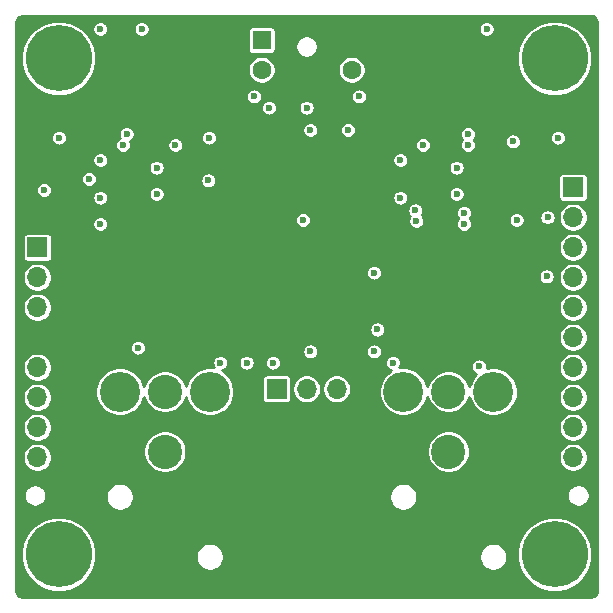
<source format=gbr>
%TF.GenerationSoftware,KiCad,Pcbnew,(5.1.9-0-10_14)*%
%TF.CreationDate,2021-03-07T16:31:49+01:00*%
%TF.ProjectId,W-Output HP,572d4f75-7470-4757-9420-48502e6b6963,1*%
%TF.SameCoordinates,Original*%
%TF.FileFunction,Copper,L3,Inr*%
%TF.FilePolarity,Positive*%
%FSLAX46Y46*%
G04 Gerber Fmt 4.6, Leading zero omitted, Abs format (unit mm)*
G04 Created by KiCad (PCBNEW (5.1.9-0-10_14)) date 2021-03-07 16:31:49*
%MOMM*%
%LPD*%
G01*
G04 APERTURE LIST*
%TA.AperFunction,ComponentPad*%
%ADD10C,2.900000*%
%TD*%
%TA.AperFunction,ComponentPad*%
%ADD11C,3.400000*%
%TD*%
%TA.AperFunction,ComponentPad*%
%ADD12O,1.700000X1.700000*%
%TD*%
%TA.AperFunction,ComponentPad*%
%ADD13R,1.700000X1.700000*%
%TD*%
%TA.AperFunction,ComponentPad*%
%ADD14C,1.600000*%
%TD*%
%TA.AperFunction,ComponentPad*%
%ADD15R,1.600000X1.600000*%
%TD*%
%TA.AperFunction,ComponentPad*%
%ADD16C,5.600000*%
%TD*%
%TA.AperFunction,ViaPad*%
%ADD17C,0.600000*%
%TD*%
%TA.AperFunction,Conductor*%
%ADD18C,0.254000*%
%TD*%
%TA.AperFunction,Conductor*%
%ADD19C,0.100000*%
%TD*%
G04 APERTURE END LIST*
D10*
%TO.N,Earth*%
%TO.C,J5*%
X162000000Y-112300000D03*
%TO.N,/R+*%
X162000000Y-107220000D03*
D11*
%TO.N,Earth*%
X158190000Y-107220000D03*
%TO.N,/R-*%
X165810000Y-107220000D03*
%TD*%
D12*
%TO.N,/R+*%
%TO.C,J3*%
X152540000Y-106985000D03*
%TO.N,/L+*%
X150000000Y-106985000D03*
D13*
%TO.N,GND*%
X147460000Y-106985000D03*
%TD*%
D14*
%TO.N,GND*%
%TO.C,C21*%
X153810000Y-79957500D03*
D15*
%TO.N,VCC*%
X153810000Y-77457500D03*
%TD*%
D14*
%TO.N,VEE*%
%TO.C,C8*%
X146190000Y-79957500D03*
D15*
%TO.N,GND*%
X146190000Y-77457500D03*
%TD*%
D12*
%TO.N,/Rp*%
%TO.C,J2*%
X127200000Y-112780000D03*
%TO.N,/Rn*%
X127200000Y-110240000D03*
%TO.N,GND*%
X127200000Y-107700000D03*
%TO.N,VEE*%
X127200000Y-105160000D03*
%TO.N,VCC*%
X127200000Y-102620000D03*
%TO.N,GND*%
X127200000Y-100080000D03*
%TO.N,Net-(J2-Pad2)*%
X127200000Y-97540000D03*
D13*
%TO.N,GND*%
X127200000Y-95000000D03*
%TD*%
D12*
%TO.N,/Lp*%
%TO.C,J1*%
X172560000Y-112780000D03*
%TO.N,/Ln*%
X172560000Y-110240000D03*
%TO.N,GND*%
X172560000Y-107700000D03*
%TO.N,Net-(J1-Pad7)*%
X172560000Y-105160000D03*
%TO.N,Net-(J1-Pad6)*%
X172560000Y-102620000D03*
%TO.N,Net-(J1-Pad5)*%
X172560000Y-100080000D03*
%TO.N,Net-(J1-Pad4)*%
X172560000Y-97540000D03*
%TO.N,GND*%
X172560000Y-95000000D03*
%TO.N,Net-(J1-Pad2)*%
X172560000Y-92460000D03*
D13*
%TO.N,GND*%
X172560000Y-89920000D03*
%TD*%
D10*
%TO.N,Earth*%
%TO.C,J4*%
X138000000Y-112300000D03*
%TO.N,/L+*%
X138000000Y-107220000D03*
D11*
%TO.N,Earth*%
X134190000Y-107220000D03*
%TO.N,/L-*%
X141810000Y-107220000D03*
%TD*%
D16*
%TO.N,Earth*%
%TO.C,H4*%
X171000000Y-121000000D03*
%TD*%
%TO.N,Earth*%
%TO.C,H3*%
X129000000Y-121000000D03*
%TD*%
%TO.N,Earth*%
%TO.C,H2*%
X171000000Y-79000000D03*
%TD*%
%TO.N,Earth*%
%TO.C,H1*%
X129000000Y-79000000D03*
%TD*%
D17*
%TO.N,VCC*%
X141110000Y-88252500D03*
X141110000Y-90475000D03*
X166510000Y-90475000D03*
X166510000Y-88252500D03*
X146507500Y-92697500D03*
X161747500Y-76505000D03*
X153492500Y-83172500D03*
X147777500Y-97777500D03*
X143967500Y-99047500D03*
X138237250Y-86022375D03*
%TO.N,GND*%
X134445000Y-86350000D03*
X129045000Y-85712500D03*
X171272500Y-85712500D03*
X159842500Y-86347500D03*
X163652500Y-86347500D03*
X136030000Y-76505000D03*
X165240000Y-76505000D03*
X145555000Y-82220000D03*
X154445000Y-82220000D03*
X150317500Y-85077500D03*
X149682500Y-92697500D03*
X134760000Y-85395000D03*
X163652500Y-85395000D03*
X150000000Y-83172500D03*
X147142500Y-104762500D03*
X155715000Y-103810000D03*
X155985000Y-101952500D03*
X157302500Y-104762500D03*
X142697500Y-104762500D03*
X163335000Y-92060000D03*
X163335000Y-93015000D03*
X159207500Y-91872002D03*
X164605000Y-105080000D03*
X155715000Y-97142500D03*
X150315000Y-103807500D03*
X135712500Y-103492500D03*
X138887500Y-86347500D03*
X131585000Y-89205000D03*
X141681500Y-89332000D03*
X127775000Y-90157500D03*
%TO.N,VEE*%
X137300000Y-88252500D03*
X137300000Y-90475000D03*
X162700000Y-90475000D03*
X162700000Y-88252500D03*
X153492500Y-85077500D03*
X132537500Y-76505000D03*
X167462500Y-86030000D03*
X144920000Y-104762500D03*
X157937500Y-90792500D03*
X132537500Y-90792500D03*
X146825000Y-83172500D03*
%TO.N,Net-(JP2-Pad1)*%
X132537500Y-93015000D03*
%TO.N,Net-(JP7-Pad1)*%
X167780000Y-92697500D03*
%TO.N,Net-(J1-Pad2)*%
X170400000Y-92460000D03*
%TO.N,Net-(J1-Pad4)*%
X170320000Y-97460000D03*
%TO.N,Net-(R15-Pad2)*%
X132537500Y-87617500D03*
%TO.N,Net-(R33-Pad2)*%
X157937500Y-87617500D03*
%TO.N,Net-(C4-Pad2)*%
X141745000Y-85712500D03*
%TO.N,Net-(C17-Pad2)*%
X159294480Y-92784480D03*
%TD*%
D18*
%TO.N,VCC*%
X174114994Y-75419222D02*
X174225614Y-75452620D01*
X174327639Y-75506868D01*
X174417179Y-75579895D01*
X174490833Y-75668925D01*
X174545792Y-75770572D01*
X174579960Y-75880949D01*
X174594001Y-76014538D01*
X174594000Y-123980146D01*
X174580778Y-124114994D01*
X174547379Y-124225615D01*
X174493132Y-124327639D01*
X174420106Y-124417179D01*
X174331072Y-124490834D01*
X174229428Y-124545792D01*
X174119051Y-124579960D01*
X173985472Y-124594000D01*
X126019854Y-124594000D01*
X125885006Y-124580778D01*
X125774385Y-124547379D01*
X125672361Y-124493132D01*
X125582821Y-124420106D01*
X125509166Y-124331072D01*
X125454208Y-124229428D01*
X125420040Y-124119051D01*
X125406000Y-123985472D01*
X125406000Y-120686699D01*
X125819000Y-120686699D01*
X125819000Y-121313301D01*
X125941245Y-121927863D01*
X126181035Y-122506768D01*
X126529156Y-123027769D01*
X126972231Y-123470844D01*
X127493232Y-123818965D01*
X128072137Y-124058755D01*
X128686699Y-124181000D01*
X129313301Y-124181000D01*
X129927863Y-124058755D01*
X130506768Y-123818965D01*
X131027769Y-123470844D01*
X131470844Y-123027769D01*
X131818965Y-122506768D01*
X132058755Y-121927863D01*
X132181000Y-121313301D01*
X132181000Y-121073682D01*
X140629000Y-121073682D01*
X140629000Y-121306318D01*
X140674386Y-121534485D01*
X140763412Y-121749413D01*
X140892658Y-121942843D01*
X141057157Y-122107342D01*
X141250587Y-122236588D01*
X141465515Y-122325614D01*
X141693682Y-122371000D01*
X141926318Y-122371000D01*
X142154485Y-122325614D01*
X142369413Y-122236588D01*
X142562843Y-122107342D01*
X142727342Y-121942843D01*
X142856588Y-121749413D01*
X142945614Y-121534485D01*
X142991000Y-121306318D01*
X142991000Y-121073682D01*
X164629000Y-121073682D01*
X164629000Y-121306318D01*
X164674386Y-121534485D01*
X164763412Y-121749413D01*
X164892658Y-121942843D01*
X165057157Y-122107342D01*
X165250587Y-122236588D01*
X165465515Y-122325614D01*
X165693682Y-122371000D01*
X165926318Y-122371000D01*
X166154485Y-122325614D01*
X166369413Y-122236588D01*
X166562843Y-122107342D01*
X166727342Y-121942843D01*
X166856588Y-121749413D01*
X166945614Y-121534485D01*
X166991000Y-121306318D01*
X166991000Y-121073682D01*
X166945614Y-120845515D01*
X166879831Y-120686699D01*
X167819000Y-120686699D01*
X167819000Y-121313301D01*
X167941245Y-121927863D01*
X168181035Y-122506768D01*
X168529156Y-123027769D01*
X168972231Y-123470844D01*
X169493232Y-123818965D01*
X170072137Y-124058755D01*
X170686699Y-124181000D01*
X171313301Y-124181000D01*
X171927863Y-124058755D01*
X172506768Y-123818965D01*
X173027769Y-123470844D01*
X173470844Y-123027769D01*
X173818965Y-122506768D01*
X174058755Y-121927863D01*
X174181000Y-121313301D01*
X174181000Y-120686699D01*
X174058755Y-120072137D01*
X173818965Y-119493232D01*
X173470844Y-118972231D01*
X173027769Y-118529156D01*
X172506768Y-118181035D01*
X171927863Y-117941245D01*
X171313301Y-117819000D01*
X170686699Y-117819000D01*
X170072137Y-117941245D01*
X169493232Y-118181035D01*
X168972231Y-118529156D01*
X168529156Y-118972231D01*
X168181035Y-119493232D01*
X167941245Y-120072137D01*
X167819000Y-120686699D01*
X166879831Y-120686699D01*
X166856588Y-120630587D01*
X166727342Y-120437157D01*
X166562843Y-120272658D01*
X166369413Y-120143412D01*
X166154485Y-120054386D01*
X165926318Y-120009000D01*
X165693682Y-120009000D01*
X165465515Y-120054386D01*
X165250587Y-120143412D01*
X165057157Y-120272658D01*
X164892658Y-120437157D01*
X164763412Y-120630587D01*
X164674386Y-120845515D01*
X164629000Y-121073682D01*
X142991000Y-121073682D01*
X142945614Y-120845515D01*
X142856588Y-120630587D01*
X142727342Y-120437157D01*
X142562843Y-120272658D01*
X142369413Y-120143412D01*
X142154485Y-120054386D01*
X141926318Y-120009000D01*
X141693682Y-120009000D01*
X141465515Y-120054386D01*
X141250587Y-120143412D01*
X141057157Y-120272658D01*
X140892658Y-120437157D01*
X140763412Y-120630587D01*
X140674386Y-120845515D01*
X140629000Y-121073682D01*
X132181000Y-121073682D01*
X132181000Y-120686699D01*
X132058755Y-120072137D01*
X131818965Y-119493232D01*
X131470844Y-118972231D01*
X131027769Y-118529156D01*
X130506768Y-118181035D01*
X129927863Y-117941245D01*
X129313301Y-117819000D01*
X128686699Y-117819000D01*
X128072137Y-117941245D01*
X127493232Y-118181035D01*
X126972231Y-118529156D01*
X126529156Y-118972231D01*
X126181035Y-119493232D01*
X125941245Y-120072137D01*
X125819000Y-120686699D01*
X125406000Y-120686699D01*
X125406000Y-115905744D01*
X126043000Y-115905744D01*
X126043000Y-116094256D01*
X126079777Y-116279147D01*
X126151917Y-116453310D01*
X126256649Y-116610052D01*
X126389948Y-116743351D01*
X126546690Y-116848083D01*
X126720853Y-116920223D01*
X126905744Y-116957000D01*
X127094256Y-116957000D01*
X127279147Y-116920223D01*
X127453310Y-116848083D01*
X127610052Y-116743351D01*
X127743351Y-116610052D01*
X127848083Y-116453310D01*
X127920223Y-116279147D01*
X127957000Y-116094256D01*
X127957000Y-115993682D01*
X133009000Y-115993682D01*
X133009000Y-116226318D01*
X133054386Y-116454485D01*
X133143412Y-116669413D01*
X133272658Y-116862843D01*
X133437157Y-117027342D01*
X133630587Y-117156588D01*
X133845515Y-117245614D01*
X134073682Y-117291000D01*
X134306318Y-117291000D01*
X134534485Y-117245614D01*
X134749413Y-117156588D01*
X134942843Y-117027342D01*
X135107342Y-116862843D01*
X135236588Y-116669413D01*
X135325614Y-116454485D01*
X135371000Y-116226318D01*
X135371000Y-115993682D01*
X157009000Y-115993682D01*
X157009000Y-116226318D01*
X157054386Y-116454485D01*
X157143412Y-116669413D01*
X157272658Y-116862843D01*
X157437157Y-117027342D01*
X157630587Y-117156588D01*
X157845515Y-117245614D01*
X158073682Y-117291000D01*
X158306318Y-117291000D01*
X158534485Y-117245614D01*
X158749413Y-117156588D01*
X158942843Y-117027342D01*
X159107342Y-116862843D01*
X159236588Y-116669413D01*
X159325614Y-116454485D01*
X159371000Y-116226318D01*
X159371000Y-115993682D01*
X159353508Y-115905744D01*
X172043000Y-115905744D01*
X172043000Y-116094256D01*
X172079777Y-116279147D01*
X172151917Y-116453310D01*
X172256649Y-116610052D01*
X172389948Y-116743351D01*
X172546690Y-116848083D01*
X172720853Y-116920223D01*
X172905744Y-116957000D01*
X173094256Y-116957000D01*
X173279147Y-116920223D01*
X173453310Y-116848083D01*
X173610052Y-116743351D01*
X173743351Y-116610052D01*
X173848083Y-116453310D01*
X173920223Y-116279147D01*
X173957000Y-116094256D01*
X173957000Y-115905744D01*
X173920223Y-115720853D01*
X173848083Y-115546690D01*
X173743351Y-115389948D01*
X173610052Y-115256649D01*
X173453310Y-115151917D01*
X173279147Y-115079777D01*
X173094256Y-115043000D01*
X172905744Y-115043000D01*
X172720853Y-115079777D01*
X172546690Y-115151917D01*
X172389948Y-115256649D01*
X172256649Y-115389948D01*
X172151917Y-115546690D01*
X172079777Y-115720853D01*
X172043000Y-115905744D01*
X159353508Y-115905744D01*
X159325614Y-115765515D01*
X159236588Y-115550587D01*
X159107342Y-115357157D01*
X158942843Y-115192658D01*
X158749413Y-115063412D01*
X158534485Y-114974386D01*
X158306318Y-114929000D01*
X158073682Y-114929000D01*
X157845515Y-114974386D01*
X157630587Y-115063412D01*
X157437157Y-115192658D01*
X157272658Y-115357157D01*
X157143412Y-115550587D01*
X157054386Y-115765515D01*
X157009000Y-115993682D01*
X135371000Y-115993682D01*
X135325614Y-115765515D01*
X135236588Y-115550587D01*
X135107342Y-115357157D01*
X134942843Y-115192658D01*
X134749413Y-115063412D01*
X134534485Y-114974386D01*
X134306318Y-114929000D01*
X134073682Y-114929000D01*
X133845515Y-114974386D01*
X133630587Y-115063412D01*
X133437157Y-115192658D01*
X133272658Y-115357157D01*
X133143412Y-115550587D01*
X133054386Y-115765515D01*
X133009000Y-115993682D01*
X127957000Y-115993682D01*
X127957000Y-115905744D01*
X127920223Y-115720853D01*
X127848083Y-115546690D01*
X127743351Y-115389948D01*
X127610052Y-115256649D01*
X127453310Y-115151917D01*
X127279147Y-115079777D01*
X127094256Y-115043000D01*
X126905744Y-115043000D01*
X126720853Y-115079777D01*
X126546690Y-115151917D01*
X126389948Y-115256649D01*
X126256649Y-115389948D01*
X126151917Y-115546690D01*
X126079777Y-115720853D01*
X126043000Y-115905744D01*
X125406000Y-115905744D01*
X125406000Y-112658757D01*
X125969000Y-112658757D01*
X125969000Y-112901243D01*
X126016307Y-113139069D01*
X126109102Y-113363097D01*
X126243820Y-113564717D01*
X126415283Y-113736180D01*
X126616903Y-113870898D01*
X126840931Y-113963693D01*
X127078757Y-114011000D01*
X127321243Y-114011000D01*
X127559069Y-113963693D01*
X127783097Y-113870898D01*
X127984717Y-113736180D01*
X128156180Y-113564717D01*
X128290898Y-113363097D01*
X128383693Y-113139069D01*
X128431000Y-112901243D01*
X128431000Y-112658757D01*
X128383693Y-112420931D01*
X128290898Y-112196903D01*
X128239288Y-112119662D01*
X136169000Y-112119662D01*
X136169000Y-112480338D01*
X136239365Y-112834083D01*
X136377389Y-113167304D01*
X136577770Y-113467194D01*
X136832806Y-113722230D01*
X137132696Y-113922611D01*
X137465917Y-114060635D01*
X137819662Y-114131000D01*
X138180338Y-114131000D01*
X138534083Y-114060635D01*
X138867304Y-113922611D01*
X139167194Y-113722230D01*
X139422230Y-113467194D01*
X139622611Y-113167304D01*
X139760635Y-112834083D01*
X139831000Y-112480338D01*
X139831000Y-112119662D01*
X160169000Y-112119662D01*
X160169000Y-112480338D01*
X160239365Y-112834083D01*
X160377389Y-113167304D01*
X160577770Y-113467194D01*
X160832806Y-113722230D01*
X161132696Y-113922611D01*
X161465917Y-114060635D01*
X161819662Y-114131000D01*
X162180338Y-114131000D01*
X162534083Y-114060635D01*
X162867304Y-113922611D01*
X163167194Y-113722230D01*
X163422230Y-113467194D01*
X163622611Y-113167304D01*
X163760635Y-112834083D01*
X163795509Y-112658757D01*
X171329000Y-112658757D01*
X171329000Y-112901243D01*
X171376307Y-113139069D01*
X171469102Y-113363097D01*
X171603820Y-113564717D01*
X171775283Y-113736180D01*
X171976903Y-113870898D01*
X172200931Y-113963693D01*
X172438757Y-114011000D01*
X172681243Y-114011000D01*
X172919069Y-113963693D01*
X173143097Y-113870898D01*
X173344717Y-113736180D01*
X173516180Y-113564717D01*
X173650898Y-113363097D01*
X173743693Y-113139069D01*
X173791000Y-112901243D01*
X173791000Y-112658757D01*
X173743693Y-112420931D01*
X173650898Y-112196903D01*
X173516180Y-111995283D01*
X173344717Y-111823820D01*
X173143097Y-111689102D01*
X172919069Y-111596307D01*
X172681243Y-111549000D01*
X172438757Y-111549000D01*
X172200931Y-111596307D01*
X171976903Y-111689102D01*
X171775283Y-111823820D01*
X171603820Y-111995283D01*
X171469102Y-112196903D01*
X171376307Y-112420931D01*
X171329000Y-112658757D01*
X163795509Y-112658757D01*
X163831000Y-112480338D01*
X163831000Y-112119662D01*
X163760635Y-111765917D01*
X163622611Y-111432696D01*
X163422230Y-111132806D01*
X163167194Y-110877770D01*
X162867304Y-110677389D01*
X162534083Y-110539365D01*
X162180338Y-110469000D01*
X161819662Y-110469000D01*
X161465917Y-110539365D01*
X161132696Y-110677389D01*
X160832806Y-110877770D01*
X160577770Y-111132806D01*
X160377389Y-111432696D01*
X160239365Y-111765917D01*
X160169000Y-112119662D01*
X139831000Y-112119662D01*
X139760635Y-111765917D01*
X139622611Y-111432696D01*
X139422230Y-111132806D01*
X139167194Y-110877770D01*
X138867304Y-110677389D01*
X138534083Y-110539365D01*
X138180338Y-110469000D01*
X137819662Y-110469000D01*
X137465917Y-110539365D01*
X137132696Y-110677389D01*
X136832806Y-110877770D01*
X136577770Y-111132806D01*
X136377389Y-111432696D01*
X136239365Y-111765917D01*
X136169000Y-112119662D01*
X128239288Y-112119662D01*
X128156180Y-111995283D01*
X127984717Y-111823820D01*
X127783097Y-111689102D01*
X127559069Y-111596307D01*
X127321243Y-111549000D01*
X127078757Y-111549000D01*
X126840931Y-111596307D01*
X126616903Y-111689102D01*
X126415283Y-111823820D01*
X126243820Y-111995283D01*
X126109102Y-112196903D01*
X126016307Y-112420931D01*
X125969000Y-112658757D01*
X125406000Y-112658757D01*
X125406000Y-110118757D01*
X125969000Y-110118757D01*
X125969000Y-110361243D01*
X126016307Y-110599069D01*
X126109102Y-110823097D01*
X126243820Y-111024717D01*
X126415283Y-111196180D01*
X126616903Y-111330898D01*
X126840931Y-111423693D01*
X127078757Y-111471000D01*
X127321243Y-111471000D01*
X127559069Y-111423693D01*
X127783097Y-111330898D01*
X127984717Y-111196180D01*
X128156180Y-111024717D01*
X128290898Y-110823097D01*
X128383693Y-110599069D01*
X128431000Y-110361243D01*
X128431000Y-110118757D01*
X171329000Y-110118757D01*
X171329000Y-110361243D01*
X171376307Y-110599069D01*
X171469102Y-110823097D01*
X171603820Y-111024717D01*
X171775283Y-111196180D01*
X171976903Y-111330898D01*
X172200931Y-111423693D01*
X172438757Y-111471000D01*
X172681243Y-111471000D01*
X172919069Y-111423693D01*
X173143097Y-111330898D01*
X173344717Y-111196180D01*
X173516180Y-111024717D01*
X173650898Y-110823097D01*
X173743693Y-110599069D01*
X173791000Y-110361243D01*
X173791000Y-110118757D01*
X173743693Y-109880931D01*
X173650898Y-109656903D01*
X173516180Y-109455283D01*
X173344717Y-109283820D01*
X173143097Y-109149102D01*
X172919069Y-109056307D01*
X172681243Y-109009000D01*
X172438757Y-109009000D01*
X172200931Y-109056307D01*
X171976903Y-109149102D01*
X171775283Y-109283820D01*
X171603820Y-109455283D01*
X171469102Y-109656903D01*
X171376307Y-109880931D01*
X171329000Y-110118757D01*
X128431000Y-110118757D01*
X128383693Y-109880931D01*
X128290898Y-109656903D01*
X128156180Y-109455283D01*
X127984717Y-109283820D01*
X127783097Y-109149102D01*
X127559069Y-109056307D01*
X127321243Y-109009000D01*
X127078757Y-109009000D01*
X126840931Y-109056307D01*
X126616903Y-109149102D01*
X126415283Y-109283820D01*
X126243820Y-109455283D01*
X126109102Y-109656903D01*
X126016307Y-109880931D01*
X125969000Y-110118757D01*
X125406000Y-110118757D01*
X125406000Y-107578757D01*
X125969000Y-107578757D01*
X125969000Y-107821243D01*
X126016307Y-108059069D01*
X126109102Y-108283097D01*
X126243820Y-108484717D01*
X126415283Y-108656180D01*
X126616903Y-108790898D01*
X126840931Y-108883693D01*
X127078757Y-108931000D01*
X127321243Y-108931000D01*
X127559069Y-108883693D01*
X127783097Y-108790898D01*
X127984717Y-108656180D01*
X128156180Y-108484717D01*
X128290898Y-108283097D01*
X128383693Y-108059069D01*
X128431000Y-107821243D01*
X128431000Y-107578757D01*
X128383693Y-107340931D01*
X128290898Y-107116903D01*
X128222835Y-107015039D01*
X132109000Y-107015039D01*
X132109000Y-107424961D01*
X132188972Y-107827005D01*
X132345842Y-108205723D01*
X132573582Y-108546560D01*
X132863440Y-108836418D01*
X133204277Y-109064158D01*
X133582995Y-109221028D01*
X133985039Y-109301000D01*
X134394961Y-109301000D01*
X134797005Y-109221028D01*
X135175723Y-109064158D01*
X135516560Y-108836418D01*
X135806418Y-108546560D01*
X136034158Y-108205723D01*
X136191028Y-107827005D01*
X136222449Y-107669042D01*
X136239365Y-107754083D01*
X136377389Y-108087304D01*
X136577770Y-108387194D01*
X136832806Y-108642230D01*
X137132696Y-108842611D01*
X137465917Y-108980635D01*
X137819662Y-109051000D01*
X138180338Y-109051000D01*
X138534083Y-108980635D01*
X138867304Y-108842611D01*
X139167194Y-108642230D01*
X139422230Y-108387194D01*
X139622611Y-108087304D01*
X139760635Y-107754083D01*
X139777551Y-107669042D01*
X139808972Y-107827005D01*
X139965842Y-108205723D01*
X140193582Y-108546560D01*
X140483440Y-108836418D01*
X140824277Y-109064158D01*
X141202995Y-109221028D01*
X141605039Y-109301000D01*
X142014961Y-109301000D01*
X142417005Y-109221028D01*
X142795723Y-109064158D01*
X143136560Y-108836418D01*
X143426418Y-108546560D01*
X143654158Y-108205723D01*
X143811028Y-107827005D01*
X143891000Y-107424961D01*
X143891000Y-107015039D01*
X143811028Y-106612995D01*
X143654158Y-106234277D01*
X143587824Y-106135000D01*
X146227157Y-106135000D01*
X146227157Y-107835000D01*
X146234513Y-107909689D01*
X146256299Y-107981508D01*
X146291678Y-108047696D01*
X146339289Y-108105711D01*
X146397304Y-108153322D01*
X146463492Y-108188701D01*
X146535311Y-108210487D01*
X146610000Y-108217843D01*
X148310000Y-108217843D01*
X148384689Y-108210487D01*
X148456508Y-108188701D01*
X148522696Y-108153322D01*
X148580711Y-108105711D01*
X148628322Y-108047696D01*
X148663701Y-107981508D01*
X148685487Y-107909689D01*
X148692843Y-107835000D01*
X148692843Y-106863757D01*
X148769000Y-106863757D01*
X148769000Y-107106243D01*
X148816307Y-107344069D01*
X148909102Y-107568097D01*
X149043820Y-107769717D01*
X149215283Y-107941180D01*
X149416903Y-108075898D01*
X149640931Y-108168693D01*
X149878757Y-108216000D01*
X150121243Y-108216000D01*
X150359069Y-108168693D01*
X150583097Y-108075898D01*
X150784717Y-107941180D01*
X150956180Y-107769717D01*
X151090898Y-107568097D01*
X151183693Y-107344069D01*
X151231000Y-107106243D01*
X151231000Y-106863757D01*
X151309000Y-106863757D01*
X151309000Y-107106243D01*
X151356307Y-107344069D01*
X151449102Y-107568097D01*
X151583820Y-107769717D01*
X151755283Y-107941180D01*
X151956903Y-108075898D01*
X152180931Y-108168693D01*
X152418757Y-108216000D01*
X152661243Y-108216000D01*
X152899069Y-108168693D01*
X153123097Y-108075898D01*
X153324717Y-107941180D01*
X153496180Y-107769717D01*
X153630898Y-107568097D01*
X153723693Y-107344069D01*
X153771000Y-107106243D01*
X153771000Y-107015039D01*
X156109000Y-107015039D01*
X156109000Y-107424961D01*
X156188972Y-107827005D01*
X156345842Y-108205723D01*
X156573582Y-108546560D01*
X156863440Y-108836418D01*
X157204277Y-109064158D01*
X157582995Y-109221028D01*
X157985039Y-109301000D01*
X158394961Y-109301000D01*
X158797005Y-109221028D01*
X159175723Y-109064158D01*
X159516560Y-108836418D01*
X159806418Y-108546560D01*
X160034158Y-108205723D01*
X160191028Y-107827005D01*
X160222449Y-107669042D01*
X160239365Y-107754083D01*
X160377389Y-108087304D01*
X160577770Y-108387194D01*
X160832806Y-108642230D01*
X161132696Y-108842611D01*
X161465917Y-108980635D01*
X161819662Y-109051000D01*
X162180338Y-109051000D01*
X162534083Y-108980635D01*
X162867304Y-108842611D01*
X163167194Y-108642230D01*
X163422230Y-108387194D01*
X163622611Y-108087304D01*
X163760635Y-107754083D01*
X163777551Y-107669042D01*
X163808972Y-107827005D01*
X163965842Y-108205723D01*
X164193582Y-108546560D01*
X164483440Y-108836418D01*
X164824277Y-109064158D01*
X165202995Y-109221028D01*
X165605039Y-109301000D01*
X166014961Y-109301000D01*
X166417005Y-109221028D01*
X166795723Y-109064158D01*
X167136560Y-108836418D01*
X167426418Y-108546560D01*
X167654158Y-108205723D01*
X167811028Y-107827005D01*
X167860407Y-107578757D01*
X171329000Y-107578757D01*
X171329000Y-107821243D01*
X171376307Y-108059069D01*
X171469102Y-108283097D01*
X171603820Y-108484717D01*
X171775283Y-108656180D01*
X171976903Y-108790898D01*
X172200931Y-108883693D01*
X172438757Y-108931000D01*
X172681243Y-108931000D01*
X172919069Y-108883693D01*
X173143097Y-108790898D01*
X173344717Y-108656180D01*
X173516180Y-108484717D01*
X173650898Y-108283097D01*
X173743693Y-108059069D01*
X173791000Y-107821243D01*
X173791000Y-107578757D01*
X173743693Y-107340931D01*
X173650898Y-107116903D01*
X173516180Y-106915283D01*
X173344717Y-106743820D01*
X173143097Y-106609102D01*
X172919069Y-106516307D01*
X172681243Y-106469000D01*
X172438757Y-106469000D01*
X172200931Y-106516307D01*
X171976903Y-106609102D01*
X171775283Y-106743820D01*
X171603820Y-106915283D01*
X171469102Y-107116903D01*
X171376307Y-107340931D01*
X171329000Y-107578757D01*
X167860407Y-107578757D01*
X167891000Y-107424961D01*
X167891000Y-107015039D01*
X167811028Y-106612995D01*
X167654158Y-106234277D01*
X167426418Y-105893440D01*
X167136560Y-105603582D01*
X166795723Y-105375842D01*
X166417005Y-105218972D01*
X166014961Y-105139000D01*
X165605039Y-105139000D01*
X165274528Y-105204743D01*
X165286000Y-105147073D01*
X165286000Y-105038757D01*
X171329000Y-105038757D01*
X171329000Y-105281243D01*
X171376307Y-105519069D01*
X171469102Y-105743097D01*
X171603820Y-105944717D01*
X171775283Y-106116180D01*
X171976903Y-106250898D01*
X172200931Y-106343693D01*
X172438757Y-106391000D01*
X172681243Y-106391000D01*
X172919069Y-106343693D01*
X173143097Y-106250898D01*
X173344717Y-106116180D01*
X173516180Y-105944717D01*
X173650898Y-105743097D01*
X173743693Y-105519069D01*
X173791000Y-105281243D01*
X173791000Y-105038757D01*
X173743693Y-104800931D01*
X173650898Y-104576903D01*
X173516180Y-104375283D01*
X173344717Y-104203820D01*
X173143097Y-104069102D01*
X172919069Y-103976307D01*
X172681243Y-103929000D01*
X172438757Y-103929000D01*
X172200931Y-103976307D01*
X171976903Y-104069102D01*
X171775283Y-104203820D01*
X171603820Y-104375283D01*
X171469102Y-104576903D01*
X171376307Y-104800931D01*
X171329000Y-105038757D01*
X165286000Y-105038757D01*
X165286000Y-105012927D01*
X165259829Y-104881360D01*
X165208494Y-104757426D01*
X165133967Y-104645888D01*
X165039112Y-104551033D01*
X164927574Y-104476506D01*
X164803640Y-104425171D01*
X164672073Y-104399000D01*
X164537927Y-104399000D01*
X164406360Y-104425171D01*
X164282426Y-104476506D01*
X164170888Y-104551033D01*
X164076033Y-104645888D01*
X164001506Y-104757426D01*
X163950171Y-104881360D01*
X163924000Y-105012927D01*
X163924000Y-105147073D01*
X163950171Y-105278640D01*
X164001506Y-105402574D01*
X164076033Y-105514112D01*
X164170888Y-105608967D01*
X164282426Y-105683494D01*
X164368058Y-105718964D01*
X164193582Y-105893440D01*
X163965842Y-106234277D01*
X163808972Y-106612995D01*
X163777551Y-106770958D01*
X163760635Y-106685917D01*
X163622611Y-106352696D01*
X163422230Y-106052806D01*
X163167194Y-105797770D01*
X162867304Y-105597389D01*
X162534083Y-105459365D01*
X162180338Y-105389000D01*
X161819662Y-105389000D01*
X161465917Y-105459365D01*
X161132696Y-105597389D01*
X160832806Y-105797770D01*
X160577770Y-106052806D01*
X160377389Y-106352696D01*
X160239365Y-106685917D01*
X160222449Y-106770958D01*
X160191028Y-106612995D01*
X160034158Y-106234277D01*
X159806418Y-105893440D01*
X159516560Y-105603582D01*
X159175723Y-105375842D01*
X158797005Y-105218972D01*
X158394961Y-105139000D01*
X157985039Y-105139000D01*
X157852323Y-105165399D01*
X157905994Y-105085074D01*
X157957329Y-104961140D01*
X157983500Y-104829573D01*
X157983500Y-104695427D01*
X157957329Y-104563860D01*
X157905994Y-104439926D01*
X157831467Y-104328388D01*
X157736612Y-104233533D01*
X157625074Y-104159006D01*
X157501140Y-104107671D01*
X157369573Y-104081500D01*
X157235427Y-104081500D01*
X157103860Y-104107671D01*
X156979926Y-104159006D01*
X156868388Y-104233533D01*
X156773533Y-104328388D01*
X156699006Y-104439926D01*
X156647671Y-104563860D01*
X156621500Y-104695427D01*
X156621500Y-104829573D01*
X156647671Y-104961140D01*
X156699006Y-105085074D01*
X156773533Y-105196612D01*
X156868388Y-105291467D01*
X156979926Y-105365994D01*
X157103860Y-105417329D01*
X157133395Y-105423204D01*
X156863440Y-105603582D01*
X156573582Y-105893440D01*
X156345842Y-106234277D01*
X156188972Y-106612995D01*
X156109000Y-107015039D01*
X153771000Y-107015039D01*
X153771000Y-106863757D01*
X153723693Y-106625931D01*
X153630898Y-106401903D01*
X153496180Y-106200283D01*
X153324717Y-106028820D01*
X153123097Y-105894102D01*
X152899069Y-105801307D01*
X152661243Y-105754000D01*
X152418757Y-105754000D01*
X152180931Y-105801307D01*
X151956903Y-105894102D01*
X151755283Y-106028820D01*
X151583820Y-106200283D01*
X151449102Y-106401903D01*
X151356307Y-106625931D01*
X151309000Y-106863757D01*
X151231000Y-106863757D01*
X151183693Y-106625931D01*
X151090898Y-106401903D01*
X150956180Y-106200283D01*
X150784717Y-106028820D01*
X150583097Y-105894102D01*
X150359069Y-105801307D01*
X150121243Y-105754000D01*
X149878757Y-105754000D01*
X149640931Y-105801307D01*
X149416903Y-105894102D01*
X149215283Y-106028820D01*
X149043820Y-106200283D01*
X148909102Y-106401903D01*
X148816307Y-106625931D01*
X148769000Y-106863757D01*
X148692843Y-106863757D01*
X148692843Y-106135000D01*
X148685487Y-106060311D01*
X148663701Y-105988492D01*
X148628322Y-105922304D01*
X148580711Y-105864289D01*
X148522696Y-105816678D01*
X148456508Y-105781299D01*
X148384689Y-105759513D01*
X148310000Y-105752157D01*
X146610000Y-105752157D01*
X146535311Y-105759513D01*
X146463492Y-105781299D01*
X146397304Y-105816678D01*
X146339289Y-105864289D01*
X146291678Y-105922304D01*
X146256299Y-105988492D01*
X146234513Y-106060311D01*
X146227157Y-106135000D01*
X143587824Y-106135000D01*
X143426418Y-105893440D01*
X143136560Y-105603582D01*
X142866605Y-105423204D01*
X142896140Y-105417329D01*
X143020074Y-105365994D01*
X143131612Y-105291467D01*
X143226467Y-105196612D01*
X143300994Y-105085074D01*
X143352329Y-104961140D01*
X143378500Y-104829573D01*
X143378500Y-104695427D01*
X144239000Y-104695427D01*
X144239000Y-104829573D01*
X144265171Y-104961140D01*
X144316506Y-105085074D01*
X144391033Y-105196612D01*
X144485888Y-105291467D01*
X144597426Y-105365994D01*
X144721360Y-105417329D01*
X144852927Y-105443500D01*
X144987073Y-105443500D01*
X145118640Y-105417329D01*
X145242574Y-105365994D01*
X145354112Y-105291467D01*
X145448967Y-105196612D01*
X145523494Y-105085074D01*
X145574829Y-104961140D01*
X145601000Y-104829573D01*
X145601000Y-104695427D01*
X146461500Y-104695427D01*
X146461500Y-104829573D01*
X146487671Y-104961140D01*
X146539006Y-105085074D01*
X146613533Y-105196612D01*
X146708388Y-105291467D01*
X146819926Y-105365994D01*
X146943860Y-105417329D01*
X147075427Y-105443500D01*
X147209573Y-105443500D01*
X147341140Y-105417329D01*
X147465074Y-105365994D01*
X147576612Y-105291467D01*
X147671467Y-105196612D01*
X147745994Y-105085074D01*
X147797329Y-104961140D01*
X147823500Y-104829573D01*
X147823500Y-104695427D01*
X147797329Y-104563860D01*
X147745994Y-104439926D01*
X147671467Y-104328388D01*
X147576612Y-104233533D01*
X147465074Y-104159006D01*
X147341140Y-104107671D01*
X147209573Y-104081500D01*
X147075427Y-104081500D01*
X146943860Y-104107671D01*
X146819926Y-104159006D01*
X146708388Y-104233533D01*
X146613533Y-104328388D01*
X146539006Y-104439926D01*
X146487671Y-104563860D01*
X146461500Y-104695427D01*
X145601000Y-104695427D01*
X145574829Y-104563860D01*
X145523494Y-104439926D01*
X145448967Y-104328388D01*
X145354112Y-104233533D01*
X145242574Y-104159006D01*
X145118640Y-104107671D01*
X144987073Y-104081500D01*
X144852927Y-104081500D01*
X144721360Y-104107671D01*
X144597426Y-104159006D01*
X144485888Y-104233533D01*
X144391033Y-104328388D01*
X144316506Y-104439926D01*
X144265171Y-104563860D01*
X144239000Y-104695427D01*
X143378500Y-104695427D01*
X143352329Y-104563860D01*
X143300994Y-104439926D01*
X143226467Y-104328388D01*
X143131612Y-104233533D01*
X143020074Y-104159006D01*
X142896140Y-104107671D01*
X142764573Y-104081500D01*
X142630427Y-104081500D01*
X142498860Y-104107671D01*
X142374926Y-104159006D01*
X142263388Y-104233533D01*
X142168533Y-104328388D01*
X142094006Y-104439926D01*
X142042671Y-104563860D01*
X142016500Y-104695427D01*
X142016500Y-104829573D01*
X142042671Y-104961140D01*
X142094006Y-105085074D01*
X142147677Y-105165399D01*
X142014961Y-105139000D01*
X141605039Y-105139000D01*
X141202995Y-105218972D01*
X140824277Y-105375842D01*
X140483440Y-105603582D01*
X140193582Y-105893440D01*
X139965842Y-106234277D01*
X139808972Y-106612995D01*
X139777551Y-106770958D01*
X139760635Y-106685917D01*
X139622611Y-106352696D01*
X139422230Y-106052806D01*
X139167194Y-105797770D01*
X138867304Y-105597389D01*
X138534083Y-105459365D01*
X138180338Y-105389000D01*
X137819662Y-105389000D01*
X137465917Y-105459365D01*
X137132696Y-105597389D01*
X136832806Y-105797770D01*
X136577770Y-106052806D01*
X136377389Y-106352696D01*
X136239365Y-106685917D01*
X136222449Y-106770958D01*
X136191028Y-106612995D01*
X136034158Y-106234277D01*
X135806418Y-105893440D01*
X135516560Y-105603582D01*
X135175723Y-105375842D01*
X134797005Y-105218972D01*
X134394961Y-105139000D01*
X133985039Y-105139000D01*
X133582995Y-105218972D01*
X133204277Y-105375842D01*
X132863440Y-105603582D01*
X132573582Y-105893440D01*
X132345842Y-106234277D01*
X132188972Y-106612995D01*
X132109000Y-107015039D01*
X128222835Y-107015039D01*
X128156180Y-106915283D01*
X127984717Y-106743820D01*
X127783097Y-106609102D01*
X127559069Y-106516307D01*
X127321243Y-106469000D01*
X127078757Y-106469000D01*
X126840931Y-106516307D01*
X126616903Y-106609102D01*
X126415283Y-106743820D01*
X126243820Y-106915283D01*
X126109102Y-107116903D01*
X126016307Y-107340931D01*
X125969000Y-107578757D01*
X125406000Y-107578757D01*
X125406000Y-105038757D01*
X125969000Y-105038757D01*
X125969000Y-105281243D01*
X126016307Y-105519069D01*
X126109102Y-105743097D01*
X126243820Y-105944717D01*
X126415283Y-106116180D01*
X126616903Y-106250898D01*
X126840931Y-106343693D01*
X127078757Y-106391000D01*
X127321243Y-106391000D01*
X127559069Y-106343693D01*
X127783097Y-106250898D01*
X127984717Y-106116180D01*
X128156180Y-105944717D01*
X128290898Y-105743097D01*
X128383693Y-105519069D01*
X128431000Y-105281243D01*
X128431000Y-105038757D01*
X128383693Y-104800931D01*
X128290898Y-104576903D01*
X128156180Y-104375283D01*
X127984717Y-104203820D01*
X127783097Y-104069102D01*
X127559069Y-103976307D01*
X127321243Y-103929000D01*
X127078757Y-103929000D01*
X126840931Y-103976307D01*
X126616903Y-104069102D01*
X126415283Y-104203820D01*
X126243820Y-104375283D01*
X126109102Y-104576903D01*
X126016307Y-104800931D01*
X125969000Y-105038757D01*
X125406000Y-105038757D01*
X125406000Y-103425427D01*
X135031500Y-103425427D01*
X135031500Y-103559573D01*
X135057671Y-103691140D01*
X135109006Y-103815074D01*
X135183533Y-103926612D01*
X135278388Y-104021467D01*
X135389926Y-104095994D01*
X135513860Y-104147329D01*
X135645427Y-104173500D01*
X135779573Y-104173500D01*
X135911140Y-104147329D01*
X136035074Y-104095994D01*
X136146612Y-104021467D01*
X136241467Y-103926612D01*
X136315994Y-103815074D01*
X136346913Y-103740427D01*
X149634000Y-103740427D01*
X149634000Y-103874573D01*
X149660171Y-104006140D01*
X149711506Y-104130074D01*
X149786033Y-104241612D01*
X149880888Y-104336467D01*
X149992426Y-104410994D01*
X150116360Y-104462329D01*
X150247927Y-104488500D01*
X150382073Y-104488500D01*
X150513640Y-104462329D01*
X150637574Y-104410994D01*
X150749112Y-104336467D01*
X150843967Y-104241612D01*
X150918494Y-104130074D01*
X150969829Y-104006140D01*
X150996000Y-103874573D01*
X150996000Y-103742927D01*
X155034000Y-103742927D01*
X155034000Y-103877073D01*
X155060171Y-104008640D01*
X155111506Y-104132574D01*
X155186033Y-104244112D01*
X155280888Y-104338967D01*
X155392426Y-104413494D01*
X155516360Y-104464829D01*
X155647927Y-104491000D01*
X155782073Y-104491000D01*
X155913640Y-104464829D01*
X156037574Y-104413494D01*
X156149112Y-104338967D01*
X156243967Y-104244112D01*
X156318494Y-104132574D01*
X156369829Y-104008640D01*
X156396000Y-103877073D01*
X156396000Y-103742927D01*
X156369829Y-103611360D01*
X156318494Y-103487426D01*
X156243967Y-103375888D01*
X156149112Y-103281033D01*
X156037574Y-103206506D01*
X155913640Y-103155171D01*
X155782073Y-103129000D01*
X155647927Y-103129000D01*
X155516360Y-103155171D01*
X155392426Y-103206506D01*
X155280888Y-103281033D01*
X155186033Y-103375888D01*
X155111506Y-103487426D01*
X155060171Y-103611360D01*
X155034000Y-103742927D01*
X150996000Y-103742927D01*
X150996000Y-103740427D01*
X150969829Y-103608860D01*
X150918494Y-103484926D01*
X150843967Y-103373388D01*
X150749112Y-103278533D01*
X150637574Y-103204006D01*
X150513640Y-103152671D01*
X150382073Y-103126500D01*
X150247927Y-103126500D01*
X150116360Y-103152671D01*
X149992426Y-103204006D01*
X149880888Y-103278533D01*
X149786033Y-103373388D01*
X149711506Y-103484926D01*
X149660171Y-103608860D01*
X149634000Y-103740427D01*
X136346913Y-103740427D01*
X136367329Y-103691140D01*
X136393500Y-103559573D01*
X136393500Y-103425427D01*
X136367329Y-103293860D01*
X136315994Y-103169926D01*
X136241467Y-103058388D01*
X136146612Y-102963533D01*
X136035074Y-102889006D01*
X135911140Y-102837671D01*
X135779573Y-102811500D01*
X135645427Y-102811500D01*
X135513860Y-102837671D01*
X135389926Y-102889006D01*
X135278388Y-102963533D01*
X135183533Y-103058388D01*
X135109006Y-103169926D01*
X135057671Y-103293860D01*
X135031500Y-103425427D01*
X125406000Y-103425427D01*
X125406000Y-101885427D01*
X155304000Y-101885427D01*
X155304000Y-102019573D01*
X155330171Y-102151140D01*
X155381506Y-102275074D01*
X155456033Y-102386612D01*
X155550888Y-102481467D01*
X155662426Y-102555994D01*
X155786360Y-102607329D01*
X155917927Y-102633500D01*
X156052073Y-102633500D01*
X156183640Y-102607329D01*
X156307574Y-102555994D01*
X156393235Y-102498757D01*
X171329000Y-102498757D01*
X171329000Y-102741243D01*
X171376307Y-102979069D01*
X171469102Y-103203097D01*
X171603820Y-103404717D01*
X171775283Y-103576180D01*
X171976903Y-103710898D01*
X172200931Y-103803693D01*
X172438757Y-103851000D01*
X172681243Y-103851000D01*
X172919069Y-103803693D01*
X173143097Y-103710898D01*
X173344717Y-103576180D01*
X173516180Y-103404717D01*
X173650898Y-103203097D01*
X173743693Y-102979069D01*
X173791000Y-102741243D01*
X173791000Y-102498757D01*
X173743693Y-102260931D01*
X173650898Y-102036903D01*
X173516180Y-101835283D01*
X173344717Y-101663820D01*
X173143097Y-101529102D01*
X172919069Y-101436307D01*
X172681243Y-101389000D01*
X172438757Y-101389000D01*
X172200931Y-101436307D01*
X171976903Y-101529102D01*
X171775283Y-101663820D01*
X171603820Y-101835283D01*
X171469102Y-102036903D01*
X171376307Y-102260931D01*
X171329000Y-102498757D01*
X156393235Y-102498757D01*
X156419112Y-102481467D01*
X156513967Y-102386612D01*
X156588494Y-102275074D01*
X156639829Y-102151140D01*
X156666000Y-102019573D01*
X156666000Y-101885427D01*
X156639829Y-101753860D01*
X156588494Y-101629926D01*
X156513967Y-101518388D01*
X156419112Y-101423533D01*
X156307574Y-101349006D01*
X156183640Y-101297671D01*
X156052073Y-101271500D01*
X155917927Y-101271500D01*
X155786360Y-101297671D01*
X155662426Y-101349006D01*
X155550888Y-101423533D01*
X155456033Y-101518388D01*
X155381506Y-101629926D01*
X155330171Y-101753860D01*
X155304000Y-101885427D01*
X125406000Y-101885427D01*
X125406000Y-99958757D01*
X125969000Y-99958757D01*
X125969000Y-100201243D01*
X126016307Y-100439069D01*
X126109102Y-100663097D01*
X126243820Y-100864717D01*
X126415283Y-101036180D01*
X126616903Y-101170898D01*
X126840931Y-101263693D01*
X127078757Y-101311000D01*
X127321243Y-101311000D01*
X127559069Y-101263693D01*
X127783097Y-101170898D01*
X127984717Y-101036180D01*
X128156180Y-100864717D01*
X128290898Y-100663097D01*
X128383693Y-100439069D01*
X128431000Y-100201243D01*
X128431000Y-99958757D01*
X171329000Y-99958757D01*
X171329000Y-100201243D01*
X171376307Y-100439069D01*
X171469102Y-100663097D01*
X171603820Y-100864717D01*
X171775283Y-101036180D01*
X171976903Y-101170898D01*
X172200931Y-101263693D01*
X172438757Y-101311000D01*
X172681243Y-101311000D01*
X172919069Y-101263693D01*
X173143097Y-101170898D01*
X173344717Y-101036180D01*
X173516180Y-100864717D01*
X173650898Y-100663097D01*
X173743693Y-100439069D01*
X173791000Y-100201243D01*
X173791000Y-99958757D01*
X173743693Y-99720931D01*
X173650898Y-99496903D01*
X173516180Y-99295283D01*
X173344717Y-99123820D01*
X173143097Y-98989102D01*
X172919069Y-98896307D01*
X172681243Y-98849000D01*
X172438757Y-98849000D01*
X172200931Y-98896307D01*
X171976903Y-98989102D01*
X171775283Y-99123820D01*
X171603820Y-99295283D01*
X171469102Y-99496903D01*
X171376307Y-99720931D01*
X171329000Y-99958757D01*
X128431000Y-99958757D01*
X128383693Y-99720931D01*
X128290898Y-99496903D01*
X128156180Y-99295283D01*
X127984717Y-99123820D01*
X127783097Y-98989102D01*
X127559069Y-98896307D01*
X127321243Y-98849000D01*
X127078757Y-98849000D01*
X126840931Y-98896307D01*
X126616903Y-98989102D01*
X126415283Y-99123820D01*
X126243820Y-99295283D01*
X126109102Y-99496903D01*
X126016307Y-99720931D01*
X125969000Y-99958757D01*
X125406000Y-99958757D01*
X125406000Y-97418757D01*
X125969000Y-97418757D01*
X125969000Y-97661243D01*
X126016307Y-97899069D01*
X126109102Y-98123097D01*
X126243820Y-98324717D01*
X126415283Y-98496180D01*
X126616903Y-98630898D01*
X126840931Y-98723693D01*
X127078757Y-98771000D01*
X127321243Y-98771000D01*
X127559069Y-98723693D01*
X127783097Y-98630898D01*
X127984717Y-98496180D01*
X128156180Y-98324717D01*
X128290898Y-98123097D01*
X128383693Y-97899069D01*
X128431000Y-97661243D01*
X128431000Y-97418757D01*
X128383693Y-97180931D01*
X128339993Y-97075427D01*
X155034000Y-97075427D01*
X155034000Y-97209573D01*
X155060171Y-97341140D01*
X155111506Y-97465074D01*
X155186033Y-97576612D01*
X155280888Y-97671467D01*
X155392426Y-97745994D01*
X155516360Y-97797329D01*
X155647927Y-97823500D01*
X155782073Y-97823500D01*
X155913640Y-97797329D01*
X156037574Y-97745994D01*
X156149112Y-97671467D01*
X156243967Y-97576612D01*
X156318494Y-97465074D01*
X156348378Y-97392927D01*
X169639000Y-97392927D01*
X169639000Y-97527073D01*
X169665171Y-97658640D01*
X169716506Y-97782574D01*
X169791033Y-97894112D01*
X169885888Y-97988967D01*
X169997426Y-98063494D01*
X170121360Y-98114829D01*
X170252927Y-98141000D01*
X170387073Y-98141000D01*
X170518640Y-98114829D01*
X170642574Y-98063494D01*
X170754112Y-97988967D01*
X170848967Y-97894112D01*
X170923494Y-97782574D01*
X170974829Y-97658640D01*
X171001000Y-97527073D01*
X171001000Y-97418757D01*
X171329000Y-97418757D01*
X171329000Y-97661243D01*
X171376307Y-97899069D01*
X171469102Y-98123097D01*
X171603820Y-98324717D01*
X171775283Y-98496180D01*
X171976903Y-98630898D01*
X172200931Y-98723693D01*
X172438757Y-98771000D01*
X172681243Y-98771000D01*
X172919069Y-98723693D01*
X173143097Y-98630898D01*
X173344717Y-98496180D01*
X173516180Y-98324717D01*
X173650898Y-98123097D01*
X173743693Y-97899069D01*
X173791000Y-97661243D01*
X173791000Y-97418757D01*
X173743693Y-97180931D01*
X173650898Y-96956903D01*
X173516180Y-96755283D01*
X173344717Y-96583820D01*
X173143097Y-96449102D01*
X172919069Y-96356307D01*
X172681243Y-96309000D01*
X172438757Y-96309000D01*
X172200931Y-96356307D01*
X171976903Y-96449102D01*
X171775283Y-96583820D01*
X171603820Y-96755283D01*
X171469102Y-96956903D01*
X171376307Y-97180931D01*
X171329000Y-97418757D01*
X171001000Y-97418757D01*
X171001000Y-97392927D01*
X170974829Y-97261360D01*
X170923494Y-97137426D01*
X170848967Y-97025888D01*
X170754112Y-96931033D01*
X170642574Y-96856506D01*
X170518640Y-96805171D01*
X170387073Y-96779000D01*
X170252927Y-96779000D01*
X170121360Y-96805171D01*
X169997426Y-96856506D01*
X169885888Y-96931033D01*
X169791033Y-97025888D01*
X169716506Y-97137426D01*
X169665171Y-97261360D01*
X169639000Y-97392927D01*
X156348378Y-97392927D01*
X156369829Y-97341140D01*
X156396000Y-97209573D01*
X156396000Y-97075427D01*
X156369829Y-96943860D01*
X156318494Y-96819926D01*
X156243967Y-96708388D01*
X156149112Y-96613533D01*
X156037574Y-96539006D01*
X155913640Y-96487671D01*
X155782073Y-96461500D01*
X155647927Y-96461500D01*
X155516360Y-96487671D01*
X155392426Y-96539006D01*
X155280888Y-96613533D01*
X155186033Y-96708388D01*
X155111506Y-96819926D01*
X155060171Y-96943860D01*
X155034000Y-97075427D01*
X128339993Y-97075427D01*
X128290898Y-96956903D01*
X128156180Y-96755283D01*
X127984717Y-96583820D01*
X127783097Y-96449102D01*
X127559069Y-96356307D01*
X127321243Y-96309000D01*
X127078757Y-96309000D01*
X126840931Y-96356307D01*
X126616903Y-96449102D01*
X126415283Y-96583820D01*
X126243820Y-96755283D01*
X126109102Y-96956903D01*
X126016307Y-97180931D01*
X125969000Y-97418757D01*
X125406000Y-97418757D01*
X125406000Y-94150000D01*
X125967157Y-94150000D01*
X125967157Y-95850000D01*
X125974513Y-95924689D01*
X125996299Y-95996508D01*
X126031678Y-96062696D01*
X126079289Y-96120711D01*
X126137304Y-96168322D01*
X126203492Y-96203701D01*
X126275311Y-96225487D01*
X126350000Y-96232843D01*
X128050000Y-96232843D01*
X128124689Y-96225487D01*
X128196508Y-96203701D01*
X128262696Y-96168322D01*
X128320711Y-96120711D01*
X128368322Y-96062696D01*
X128403701Y-95996508D01*
X128425487Y-95924689D01*
X128432843Y-95850000D01*
X128432843Y-94878757D01*
X171329000Y-94878757D01*
X171329000Y-95121243D01*
X171376307Y-95359069D01*
X171469102Y-95583097D01*
X171603820Y-95784717D01*
X171775283Y-95956180D01*
X171976903Y-96090898D01*
X172200931Y-96183693D01*
X172438757Y-96231000D01*
X172681243Y-96231000D01*
X172919069Y-96183693D01*
X173143097Y-96090898D01*
X173344717Y-95956180D01*
X173516180Y-95784717D01*
X173650898Y-95583097D01*
X173743693Y-95359069D01*
X173791000Y-95121243D01*
X173791000Y-94878757D01*
X173743693Y-94640931D01*
X173650898Y-94416903D01*
X173516180Y-94215283D01*
X173344717Y-94043820D01*
X173143097Y-93909102D01*
X172919069Y-93816307D01*
X172681243Y-93769000D01*
X172438757Y-93769000D01*
X172200931Y-93816307D01*
X171976903Y-93909102D01*
X171775283Y-94043820D01*
X171603820Y-94215283D01*
X171469102Y-94416903D01*
X171376307Y-94640931D01*
X171329000Y-94878757D01*
X128432843Y-94878757D01*
X128432843Y-94150000D01*
X128425487Y-94075311D01*
X128403701Y-94003492D01*
X128368322Y-93937304D01*
X128320711Y-93879289D01*
X128262696Y-93831678D01*
X128196508Y-93796299D01*
X128124689Y-93774513D01*
X128050000Y-93767157D01*
X126350000Y-93767157D01*
X126275311Y-93774513D01*
X126203492Y-93796299D01*
X126137304Y-93831678D01*
X126079289Y-93879289D01*
X126031678Y-93937304D01*
X125996299Y-94003492D01*
X125974513Y-94075311D01*
X125967157Y-94150000D01*
X125406000Y-94150000D01*
X125406000Y-92947927D01*
X131856500Y-92947927D01*
X131856500Y-93082073D01*
X131882671Y-93213640D01*
X131934006Y-93337574D01*
X132008533Y-93449112D01*
X132103388Y-93543967D01*
X132214926Y-93618494D01*
X132338860Y-93669829D01*
X132470427Y-93696000D01*
X132604573Y-93696000D01*
X132736140Y-93669829D01*
X132860074Y-93618494D01*
X132971612Y-93543967D01*
X133066467Y-93449112D01*
X133140994Y-93337574D01*
X133192329Y-93213640D01*
X133218500Y-93082073D01*
X133218500Y-92947927D01*
X133192329Y-92816360D01*
X133140994Y-92692426D01*
X133099568Y-92630427D01*
X149001500Y-92630427D01*
X149001500Y-92764573D01*
X149027671Y-92896140D01*
X149079006Y-93020074D01*
X149153533Y-93131612D01*
X149248388Y-93226467D01*
X149359926Y-93300994D01*
X149483860Y-93352329D01*
X149615427Y-93378500D01*
X149749573Y-93378500D01*
X149881140Y-93352329D01*
X150005074Y-93300994D01*
X150116612Y-93226467D01*
X150211467Y-93131612D01*
X150285994Y-93020074D01*
X150337329Y-92896140D01*
X150363500Y-92764573D01*
X150363500Y-92630427D01*
X150337329Y-92498860D01*
X150285994Y-92374926D01*
X150211467Y-92263388D01*
X150116612Y-92168533D01*
X150005074Y-92094006D01*
X149881140Y-92042671D01*
X149749573Y-92016500D01*
X149615427Y-92016500D01*
X149483860Y-92042671D01*
X149359926Y-92094006D01*
X149248388Y-92168533D01*
X149153533Y-92263388D01*
X149079006Y-92374926D01*
X149027671Y-92498860D01*
X149001500Y-92630427D01*
X133099568Y-92630427D01*
X133066467Y-92580888D01*
X132971612Y-92486033D01*
X132860074Y-92411506D01*
X132736140Y-92360171D01*
X132604573Y-92334000D01*
X132470427Y-92334000D01*
X132338860Y-92360171D01*
X132214926Y-92411506D01*
X132103388Y-92486033D01*
X132008533Y-92580888D01*
X131934006Y-92692426D01*
X131882671Y-92816360D01*
X131856500Y-92947927D01*
X125406000Y-92947927D01*
X125406000Y-91804929D01*
X158526500Y-91804929D01*
X158526500Y-91939075D01*
X158552671Y-92070642D01*
X158604006Y-92194576D01*
X158678533Y-92306114D01*
X158748399Y-92375980D01*
X158690986Y-92461906D01*
X158639651Y-92585840D01*
X158613480Y-92717407D01*
X158613480Y-92851553D01*
X158639651Y-92983120D01*
X158690986Y-93107054D01*
X158765513Y-93218592D01*
X158860368Y-93313447D01*
X158971906Y-93387974D01*
X159095840Y-93439309D01*
X159227407Y-93465480D01*
X159361553Y-93465480D01*
X159493120Y-93439309D01*
X159617054Y-93387974D01*
X159728592Y-93313447D01*
X159823447Y-93218592D01*
X159897974Y-93107054D01*
X159949309Y-92983120D01*
X159975480Y-92851553D01*
X159975480Y-92717407D01*
X159949309Y-92585840D01*
X159897974Y-92461906D01*
X159823447Y-92350368D01*
X159753581Y-92280502D01*
X159810994Y-92194576D01*
X159862329Y-92070642D01*
X159877787Y-91992927D01*
X162654000Y-91992927D01*
X162654000Y-92127073D01*
X162680171Y-92258640D01*
X162731506Y-92382574D01*
X162806033Y-92494112D01*
X162849421Y-92537500D01*
X162806033Y-92580888D01*
X162731506Y-92692426D01*
X162680171Y-92816360D01*
X162654000Y-92947927D01*
X162654000Y-93082073D01*
X162680171Y-93213640D01*
X162731506Y-93337574D01*
X162806033Y-93449112D01*
X162900888Y-93543967D01*
X163012426Y-93618494D01*
X163136360Y-93669829D01*
X163267927Y-93696000D01*
X163402073Y-93696000D01*
X163533640Y-93669829D01*
X163657574Y-93618494D01*
X163769112Y-93543967D01*
X163863967Y-93449112D01*
X163938494Y-93337574D01*
X163989829Y-93213640D01*
X164016000Y-93082073D01*
X164016000Y-92947927D01*
X163989829Y-92816360D01*
X163938494Y-92692426D01*
X163897068Y-92630427D01*
X167099000Y-92630427D01*
X167099000Y-92764573D01*
X167125171Y-92896140D01*
X167176506Y-93020074D01*
X167251033Y-93131612D01*
X167345888Y-93226467D01*
X167457426Y-93300994D01*
X167581360Y-93352329D01*
X167712927Y-93378500D01*
X167847073Y-93378500D01*
X167978640Y-93352329D01*
X168102574Y-93300994D01*
X168214112Y-93226467D01*
X168308967Y-93131612D01*
X168383494Y-93020074D01*
X168434829Y-92896140D01*
X168461000Y-92764573D01*
X168461000Y-92630427D01*
X168434829Y-92498860D01*
X168390951Y-92392927D01*
X169719000Y-92392927D01*
X169719000Y-92527073D01*
X169745171Y-92658640D01*
X169796506Y-92782574D01*
X169871033Y-92894112D01*
X169965888Y-92988967D01*
X170077426Y-93063494D01*
X170201360Y-93114829D01*
X170332927Y-93141000D01*
X170467073Y-93141000D01*
X170598640Y-93114829D01*
X170722574Y-93063494D01*
X170834112Y-92988967D01*
X170928967Y-92894112D01*
X171003494Y-92782574D01*
X171054829Y-92658640D01*
X171081000Y-92527073D01*
X171081000Y-92392927D01*
X171070225Y-92338757D01*
X171329000Y-92338757D01*
X171329000Y-92581243D01*
X171376307Y-92819069D01*
X171469102Y-93043097D01*
X171603820Y-93244717D01*
X171775283Y-93416180D01*
X171976903Y-93550898D01*
X172200931Y-93643693D01*
X172438757Y-93691000D01*
X172681243Y-93691000D01*
X172919069Y-93643693D01*
X173143097Y-93550898D01*
X173344717Y-93416180D01*
X173516180Y-93244717D01*
X173650898Y-93043097D01*
X173743693Y-92819069D01*
X173791000Y-92581243D01*
X173791000Y-92338757D01*
X173743693Y-92100931D01*
X173650898Y-91876903D01*
X173516180Y-91675283D01*
X173344717Y-91503820D01*
X173143097Y-91369102D01*
X172919069Y-91276307D01*
X172681243Y-91229000D01*
X172438757Y-91229000D01*
X172200931Y-91276307D01*
X171976903Y-91369102D01*
X171775283Y-91503820D01*
X171603820Y-91675283D01*
X171469102Y-91876903D01*
X171376307Y-92100931D01*
X171329000Y-92338757D01*
X171070225Y-92338757D01*
X171054829Y-92261360D01*
X171003494Y-92137426D01*
X170928967Y-92025888D01*
X170834112Y-91931033D01*
X170722574Y-91856506D01*
X170598640Y-91805171D01*
X170467073Y-91779000D01*
X170332927Y-91779000D01*
X170201360Y-91805171D01*
X170077426Y-91856506D01*
X169965888Y-91931033D01*
X169871033Y-92025888D01*
X169796506Y-92137426D01*
X169745171Y-92261360D01*
X169719000Y-92392927D01*
X168390951Y-92392927D01*
X168383494Y-92374926D01*
X168308967Y-92263388D01*
X168214112Y-92168533D01*
X168102574Y-92094006D01*
X167978640Y-92042671D01*
X167847073Y-92016500D01*
X167712927Y-92016500D01*
X167581360Y-92042671D01*
X167457426Y-92094006D01*
X167345888Y-92168533D01*
X167251033Y-92263388D01*
X167176506Y-92374926D01*
X167125171Y-92498860D01*
X167099000Y-92630427D01*
X163897068Y-92630427D01*
X163863967Y-92580888D01*
X163820579Y-92537500D01*
X163863967Y-92494112D01*
X163938494Y-92382574D01*
X163989829Y-92258640D01*
X164016000Y-92127073D01*
X164016000Y-91992927D01*
X163989829Y-91861360D01*
X163938494Y-91737426D01*
X163863967Y-91625888D01*
X163769112Y-91531033D01*
X163657574Y-91456506D01*
X163533640Y-91405171D01*
X163402073Y-91379000D01*
X163267927Y-91379000D01*
X163136360Y-91405171D01*
X163012426Y-91456506D01*
X162900888Y-91531033D01*
X162806033Y-91625888D01*
X162731506Y-91737426D01*
X162680171Y-91861360D01*
X162654000Y-91992927D01*
X159877787Y-91992927D01*
X159888500Y-91939075D01*
X159888500Y-91804929D01*
X159862329Y-91673362D01*
X159810994Y-91549428D01*
X159736467Y-91437890D01*
X159641612Y-91343035D01*
X159530074Y-91268508D01*
X159406140Y-91217173D01*
X159274573Y-91191002D01*
X159140427Y-91191002D01*
X159008860Y-91217173D01*
X158884926Y-91268508D01*
X158773388Y-91343035D01*
X158678533Y-91437890D01*
X158604006Y-91549428D01*
X158552671Y-91673362D01*
X158526500Y-91804929D01*
X125406000Y-91804929D01*
X125406000Y-90090427D01*
X127094000Y-90090427D01*
X127094000Y-90224573D01*
X127120171Y-90356140D01*
X127171506Y-90480074D01*
X127246033Y-90591612D01*
X127340888Y-90686467D01*
X127452426Y-90760994D01*
X127576360Y-90812329D01*
X127707927Y-90838500D01*
X127842073Y-90838500D01*
X127973640Y-90812329D01*
X128097574Y-90760994D01*
X128150803Y-90725427D01*
X131856500Y-90725427D01*
X131856500Y-90859573D01*
X131882671Y-90991140D01*
X131934006Y-91115074D01*
X132008533Y-91226612D01*
X132103388Y-91321467D01*
X132214926Y-91395994D01*
X132338860Y-91447329D01*
X132470427Y-91473500D01*
X132604573Y-91473500D01*
X132736140Y-91447329D01*
X132860074Y-91395994D01*
X132971612Y-91321467D01*
X133066467Y-91226612D01*
X133140994Y-91115074D01*
X133192329Y-90991140D01*
X133218500Y-90859573D01*
X133218500Y-90725427D01*
X133192329Y-90593860D01*
X133140994Y-90469926D01*
X133099568Y-90407927D01*
X136619000Y-90407927D01*
X136619000Y-90542073D01*
X136645171Y-90673640D01*
X136696506Y-90797574D01*
X136771033Y-90909112D01*
X136865888Y-91003967D01*
X136977426Y-91078494D01*
X137101360Y-91129829D01*
X137232927Y-91156000D01*
X137367073Y-91156000D01*
X137498640Y-91129829D01*
X137622574Y-91078494D01*
X137734112Y-91003967D01*
X137828967Y-90909112D01*
X137903494Y-90797574D01*
X137933378Y-90725427D01*
X157256500Y-90725427D01*
X157256500Y-90859573D01*
X157282671Y-90991140D01*
X157334006Y-91115074D01*
X157408533Y-91226612D01*
X157503388Y-91321467D01*
X157614926Y-91395994D01*
X157738860Y-91447329D01*
X157870427Y-91473500D01*
X158004573Y-91473500D01*
X158136140Y-91447329D01*
X158260074Y-91395994D01*
X158371612Y-91321467D01*
X158466467Y-91226612D01*
X158540994Y-91115074D01*
X158592329Y-90991140D01*
X158618500Y-90859573D01*
X158618500Y-90725427D01*
X158592329Y-90593860D01*
X158540994Y-90469926D01*
X158499568Y-90407927D01*
X162019000Y-90407927D01*
X162019000Y-90542073D01*
X162045171Y-90673640D01*
X162096506Y-90797574D01*
X162171033Y-90909112D01*
X162265888Y-91003967D01*
X162377426Y-91078494D01*
X162501360Y-91129829D01*
X162632927Y-91156000D01*
X162767073Y-91156000D01*
X162898640Y-91129829D01*
X163022574Y-91078494D01*
X163134112Y-91003967D01*
X163228967Y-90909112D01*
X163303494Y-90797574D01*
X163354829Y-90673640D01*
X163381000Y-90542073D01*
X163381000Y-90407927D01*
X163354829Y-90276360D01*
X163303494Y-90152426D01*
X163228967Y-90040888D01*
X163134112Y-89946033D01*
X163022574Y-89871506D01*
X162898640Y-89820171D01*
X162767073Y-89794000D01*
X162632927Y-89794000D01*
X162501360Y-89820171D01*
X162377426Y-89871506D01*
X162265888Y-89946033D01*
X162171033Y-90040888D01*
X162096506Y-90152426D01*
X162045171Y-90276360D01*
X162019000Y-90407927D01*
X158499568Y-90407927D01*
X158466467Y-90358388D01*
X158371612Y-90263533D01*
X158260074Y-90189006D01*
X158136140Y-90137671D01*
X158004573Y-90111500D01*
X157870427Y-90111500D01*
X157738860Y-90137671D01*
X157614926Y-90189006D01*
X157503388Y-90263533D01*
X157408533Y-90358388D01*
X157334006Y-90469926D01*
X157282671Y-90593860D01*
X157256500Y-90725427D01*
X137933378Y-90725427D01*
X137954829Y-90673640D01*
X137981000Y-90542073D01*
X137981000Y-90407927D01*
X137954829Y-90276360D01*
X137903494Y-90152426D01*
X137828967Y-90040888D01*
X137734112Y-89946033D01*
X137622574Y-89871506D01*
X137498640Y-89820171D01*
X137367073Y-89794000D01*
X137232927Y-89794000D01*
X137101360Y-89820171D01*
X136977426Y-89871506D01*
X136865888Y-89946033D01*
X136771033Y-90040888D01*
X136696506Y-90152426D01*
X136645171Y-90276360D01*
X136619000Y-90407927D01*
X133099568Y-90407927D01*
X133066467Y-90358388D01*
X132971612Y-90263533D01*
X132860074Y-90189006D01*
X132736140Y-90137671D01*
X132604573Y-90111500D01*
X132470427Y-90111500D01*
X132338860Y-90137671D01*
X132214926Y-90189006D01*
X132103388Y-90263533D01*
X132008533Y-90358388D01*
X131934006Y-90469926D01*
X131882671Y-90593860D01*
X131856500Y-90725427D01*
X128150803Y-90725427D01*
X128209112Y-90686467D01*
X128303967Y-90591612D01*
X128378494Y-90480074D01*
X128429829Y-90356140D01*
X128456000Y-90224573D01*
X128456000Y-90090427D01*
X128429829Y-89958860D01*
X128378494Y-89834926D01*
X128303967Y-89723388D01*
X128209112Y-89628533D01*
X128097574Y-89554006D01*
X127973640Y-89502671D01*
X127842073Y-89476500D01*
X127707927Y-89476500D01*
X127576360Y-89502671D01*
X127452426Y-89554006D01*
X127340888Y-89628533D01*
X127246033Y-89723388D01*
X127171506Y-89834926D01*
X127120171Y-89958860D01*
X127094000Y-90090427D01*
X125406000Y-90090427D01*
X125406000Y-89137927D01*
X130904000Y-89137927D01*
X130904000Y-89272073D01*
X130930171Y-89403640D01*
X130981506Y-89527574D01*
X131056033Y-89639112D01*
X131150888Y-89733967D01*
X131262426Y-89808494D01*
X131386360Y-89859829D01*
X131517927Y-89886000D01*
X131652073Y-89886000D01*
X131783640Y-89859829D01*
X131907574Y-89808494D01*
X132019112Y-89733967D01*
X132113967Y-89639112D01*
X132188494Y-89527574D01*
X132239829Y-89403640D01*
X132266000Y-89272073D01*
X132266000Y-89264927D01*
X141000500Y-89264927D01*
X141000500Y-89399073D01*
X141026671Y-89530640D01*
X141078006Y-89654574D01*
X141152533Y-89766112D01*
X141247388Y-89860967D01*
X141358926Y-89935494D01*
X141482860Y-89986829D01*
X141614427Y-90013000D01*
X141748573Y-90013000D01*
X141880140Y-89986829D01*
X142004074Y-89935494D01*
X142115612Y-89860967D01*
X142210467Y-89766112D01*
X142284994Y-89654574D01*
X142336329Y-89530640D01*
X142362500Y-89399073D01*
X142362500Y-89264927D01*
X142336329Y-89133360D01*
X142310085Y-89070000D01*
X171327157Y-89070000D01*
X171327157Y-90770000D01*
X171334513Y-90844689D01*
X171356299Y-90916508D01*
X171391678Y-90982696D01*
X171439289Y-91040711D01*
X171497304Y-91088322D01*
X171563492Y-91123701D01*
X171635311Y-91145487D01*
X171710000Y-91152843D01*
X173410000Y-91152843D01*
X173484689Y-91145487D01*
X173556508Y-91123701D01*
X173622696Y-91088322D01*
X173680711Y-91040711D01*
X173728322Y-90982696D01*
X173763701Y-90916508D01*
X173785487Y-90844689D01*
X173792843Y-90770000D01*
X173792843Y-89070000D01*
X173785487Y-88995311D01*
X173763701Y-88923492D01*
X173728322Y-88857304D01*
X173680711Y-88799289D01*
X173622696Y-88751678D01*
X173556508Y-88716299D01*
X173484689Y-88694513D01*
X173410000Y-88687157D01*
X171710000Y-88687157D01*
X171635311Y-88694513D01*
X171563492Y-88716299D01*
X171497304Y-88751678D01*
X171439289Y-88799289D01*
X171391678Y-88857304D01*
X171356299Y-88923492D01*
X171334513Y-88995311D01*
X171327157Y-89070000D01*
X142310085Y-89070000D01*
X142284994Y-89009426D01*
X142210467Y-88897888D01*
X142115612Y-88803033D01*
X142004074Y-88728506D01*
X141880140Y-88677171D01*
X141748573Y-88651000D01*
X141614427Y-88651000D01*
X141482860Y-88677171D01*
X141358926Y-88728506D01*
X141247388Y-88803033D01*
X141152533Y-88897888D01*
X141078006Y-89009426D01*
X141026671Y-89133360D01*
X141000500Y-89264927D01*
X132266000Y-89264927D01*
X132266000Y-89137927D01*
X132239829Y-89006360D01*
X132188494Y-88882426D01*
X132113967Y-88770888D01*
X132019112Y-88676033D01*
X131907574Y-88601506D01*
X131783640Y-88550171D01*
X131652073Y-88524000D01*
X131517927Y-88524000D01*
X131386360Y-88550171D01*
X131262426Y-88601506D01*
X131150888Y-88676033D01*
X131056033Y-88770888D01*
X130981506Y-88882426D01*
X130930171Y-89006360D01*
X130904000Y-89137927D01*
X125406000Y-89137927D01*
X125406000Y-87550427D01*
X131856500Y-87550427D01*
X131856500Y-87684573D01*
X131882671Y-87816140D01*
X131934006Y-87940074D01*
X132008533Y-88051612D01*
X132103388Y-88146467D01*
X132214926Y-88220994D01*
X132338860Y-88272329D01*
X132470427Y-88298500D01*
X132604573Y-88298500D01*
X132736140Y-88272329D01*
X132860074Y-88220994D01*
X132913303Y-88185427D01*
X136619000Y-88185427D01*
X136619000Y-88319573D01*
X136645171Y-88451140D01*
X136696506Y-88575074D01*
X136771033Y-88686612D01*
X136865888Y-88781467D01*
X136977426Y-88855994D01*
X137101360Y-88907329D01*
X137232927Y-88933500D01*
X137367073Y-88933500D01*
X137498640Y-88907329D01*
X137622574Y-88855994D01*
X137734112Y-88781467D01*
X137828967Y-88686612D01*
X137903494Y-88575074D01*
X137954829Y-88451140D01*
X137981000Y-88319573D01*
X137981000Y-88185427D01*
X137954829Y-88053860D01*
X137903494Y-87929926D01*
X137828967Y-87818388D01*
X137734112Y-87723533D01*
X137622574Y-87649006D01*
X137498640Y-87597671D01*
X137367073Y-87571500D01*
X137232927Y-87571500D01*
X137101360Y-87597671D01*
X136977426Y-87649006D01*
X136865888Y-87723533D01*
X136771033Y-87818388D01*
X136696506Y-87929926D01*
X136645171Y-88053860D01*
X136619000Y-88185427D01*
X132913303Y-88185427D01*
X132971612Y-88146467D01*
X133066467Y-88051612D01*
X133140994Y-87940074D01*
X133192329Y-87816140D01*
X133218500Y-87684573D01*
X133218500Y-87550427D01*
X157256500Y-87550427D01*
X157256500Y-87684573D01*
X157282671Y-87816140D01*
X157334006Y-87940074D01*
X157408533Y-88051612D01*
X157503388Y-88146467D01*
X157614926Y-88220994D01*
X157738860Y-88272329D01*
X157870427Y-88298500D01*
X158004573Y-88298500D01*
X158136140Y-88272329D01*
X158260074Y-88220994D01*
X158313303Y-88185427D01*
X162019000Y-88185427D01*
X162019000Y-88319573D01*
X162045171Y-88451140D01*
X162096506Y-88575074D01*
X162171033Y-88686612D01*
X162265888Y-88781467D01*
X162377426Y-88855994D01*
X162501360Y-88907329D01*
X162632927Y-88933500D01*
X162767073Y-88933500D01*
X162898640Y-88907329D01*
X163022574Y-88855994D01*
X163134112Y-88781467D01*
X163228967Y-88686612D01*
X163303494Y-88575074D01*
X163354829Y-88451140D01*
X163381000Y-88319573D01*
X163381000Y-88185427D01*
X163354829Y-88053860D01*
X163303494Y-87929926D01*
X163228967Y-87818388D01*
X163134112Y-87723533D01*
X163022574Y-87649006D01*
X162898640Y-87597671D01*
X162767073Y-87571500D01*
X162632927Y-87571500D01*
X162501360Y-87597671D01*
X162377426Y-87649006D01*
X162265888Y-87723533D01*
X162171033Y-87818388D01*
X162096506Y-87929926D01*
X162045171Y-88053860D01*
X162019000Y-88185427D01*
X158313303Y-88185427D01*
X158371612Y-88146467D01*
X158466467Y-88051612D01*
X158540994Y-87940074D01*
X158592329Y-87816140D01*
X158618500Y-87684573D01*
X158618500Y-87550427D01*
X158592329Y-87418860D01*
X158540994Y-87294926D01*
X158466467Y-87183388D01*
X158371612Y-87088533D01*
X158260074Y-87014006D01*
X158136140Y-86962671D01*
X158004573Y-86936500D01*
X157870427Y-86936500D01*
X157738860Y-86962671D01*
X157614926Y-87014006D01*
X157503388Y-87088533D01*
X157408533Y-87183388D01*
X157334006Y-87294926D01*
X157282671Y-87418860D01*
X157256500Y-87550427D01*
X133218500Y-87550427D01*
X133192329Y-87418860D01*
X133140994Y-87294926D01*
X133066467Y-87183388D01*
X132971612Y-87088533D01*
X132860074Y-87014006D01*
X132736140Y-86962671D01*
X132604573Y-86936500D01*
X132470427Y-86936500D01*
X132338860Y-86962671D01*
X132214926Y-87014006D01*
X132103388Y-87088533D01*
X132008533Y-87183388D01*
X131934006Y-87294926D01*
X131882671Y-87418860D01*
X131856500Y-87550427D01*
X125406000Y-87550427D01*
X125406000Y-85645427D01*
X128364000Y-85645427D01*
X128364000Y-85779573D01*
X128390171Y-85911140D01*
X128441506Y-86035074D01*
X128516033Y-86146612D01*
X128610888Y-86241467D01*
X128722426Y-86315994D01*
X128846360Y-86367329D01*
X128977927Y-86393500D01*
X129112073Y-86393500D01*
X129243640Y-86367329D01*
X129367574Y-86315994D01*
X129417062Y-86282927D01*
X133764000Y-86282927D01*
X133764000Y-86417073D01*
X133790171Y-86548640D01*
X133841506Y-86672574D01*
X133916033Y-86784112D01*
X134010888Y-86878967D01*
X134122426Y-86953494D01*
X134246360Y-87004829D01*
X134377927Y-87031000D01*
X134512073Y-87031000D01*
X134643640Y-87004829D01*
X134767574Y-86953494D01*
X134879112Y-86878967D01*
X134973967Y-86784112D01*
X135048494Y-86672574D01*
X135099829Y-86548640D01*
X135126000Y-86417073D01*
X135126000Y-86282927D01*
X135125503Y-86280427D01*
X138206500Y-86280427D01*
X138206500Y-86414573D01*
X138232671Y-86546140D01*
X138284006Y-86670074D01*
X138358533Y-86781612D01*
X138453388Y-86876467D01*
X138564926Y-86950994D01*
X138688860Y-87002329D01*
X138820427Y-87028500D01*
X138954573Y-87028500D01*
X139086140Y-87002329D01*
X139210074Y-86950994D01*
X139321612Y-86876467D01*
X139416467Y-86781612D01*
X139490994Y-86670074D01*
X139542329Y-86546140D01*
X139568500Y-86414573D01*
X139568500Y-86280427D01*
X139542329Y-86148860D01*
X139490994Y-86024926D01*
X139416467Y-85913388D01*
X139321612Y-85818533D01*
X139210074Y-85744006D01*
X139086140Y-85692671D01*
X138954573Y-85666500D01*
X138820427Y-85666500D01*
X138688860Y-85692671D01*
X138564926Y-85744006D01*
X138453388Y-85818533D01*
X138358533Y-85913388D01*
X138284006Y-86024926D01*
X138232671Y-86148860D01*
X138206500Y-86280427D01*
X135125503Y-86280427D01*
X135099829Y-86151360D01*
X135048494Y-86027426D01*
X135040740Y-86015822D01*
X135082574Y-85998494D01*
X135194112Y-85923967D01*
X135288967Y-85829112D01*
X135363494Y-85717574D01*
X135393378Y-85645427D01*
X141064000Y-85645427D01*
X141064000Y-85779573D01*
X141090171Y-85911140D01*
X141141506Y-86035074D01*
X141216033Y-86146612D01*
X141310888Y-86241467D01*
X141422426Y-86315994D01*
X141546360Y-86367329D01*
X141677927Y-86393500D01*
X141812073Y-86393500D01*
X141943640Y-86367329D01*
X142067574Y-86315994D01*
X142120803Y-86280427D01*
X159161500Y-86280427D01*
X159161500Y-86414573D01*
X159187671Y-86546140D01*
X159239006Y-86670074D01*
X159313533Y-86781612D01*
X159408388Y-86876467D01*
X159519926Y-86950994D01*
X159643860Y-87002329D01*
X159775427Y-87028500D01*
X159909573Y-87028500D01*
X160041140Y-87002329D01*
X160165074Y-86950994D01*
X160276612Y-86876467D01*
X160371467Y-86781612D01*
X160445994Y-86670074D01*
X160497329Y-86546140D01*
X160523500Y-86414573D01*
X160523500Y-86280427D01*
X160497329Y-86148860D01*
X160445994Y-86024926D01*
X160371467Y-85913388D01*
X160276612Y-85818533D01*
X160165074Y-85744006D01*
X160041140Y-85692671D01*
X159909573Y-85666500D01*
X159775427Y-85666500D01*
X159643860Y-85692671D01*
X159519926Y-85744006D01*
X159408388Y-85818533D01*
X159313533Y-85913388D01*
X159239006Y-86024926D01*
X159187671Y-86148860D01*
X159161500Y-86280427D01*
X142120803Y-86280427D01*
X142179112Y-86241467D01*
X142273967Y-86146612D01*
X142348494Y-86035074D01*
X142399829Y-85911140D01*
X142426000Y-85779573D01*
X142426000Y-85645427D01*
X142399829Y-85513860D01*
X142348494Y-85389926D01*
X142273967Y-85278388D01*
X142179112Y-85183533D01*
X142067574Y-85109006D01*
X141943640Y-85057671D01*
X141812073Y-85031500D01*
X141677927Y-85031500D01*
X141546360Y-85057671D01*
X141422426Y-85109006D01*
X141310888Y-85183533D01*
X141216033Y-85278388D01*
X141141506Y-85389926D01*
X141090171Y-85513860D01*
X141064000Y-85645427D01*
X135393378Y-85645427D01*
X135414829Y-85593640D01*
X135441000Y-85462073D01*
X135441000Y-85327927D01*
X135414829Y-85196360D01*
X135363494Y-85072426D01*
X135322068Y-85010427D01*
X149636500Y-85010427D01*
X149636500Y-85144573D01*
X149662671Y-85276140D01*
X149714006Y-85400074D01*
X149788533Y-85511612D01*
X149883388Y-85606467D01*
X149994926Y-85680994D01*
X150118860Y-85732329D01*
X150250427Y-85758500D01*
X150384573Y-85758500D01*
X150516140Y-85732329D01*
X150640074Y-85680994D01*
X150751612Y-85606467D01*
X150846467Y-85511612D01*
X150920994Y-85400074D01*
X150972329Y-85276140D01*
X150998500Y-85144573D01*
X150998500Y-85010427D01*
X152811500Y-85010427D01*
X152811500Y-85144573D01*
X152837671Y-85276140D01*
X152889006Y-85400074D01*
X152963533Y-85511612D01*
X153058388Y-85606467D01*
X153169926Y-85680994D01*
X153293860Y-85732329D01*
X153425427Y-85758500D01*
X153559573Y-85758500D01*
X153691140Y-85732329D01*
X153815074Y-85680994D01*
X153926612Y-85606467D01*
X154021467Y-85511612D01*
X154095994Y-85400074D01*
X154125878Y-85327927D01*
X162971500Y-85327927D01*
X162971500Y-85462073D01*
X162997671Y-85593640D01*
X163049006Y-85717574D01*
X163123533Y-85829112D01*
X163165671Y-85871250D01*
X163123533Y-85913388D01*
X163049006Y-86024926D01*
X162997671Y-86148860D01*
X162971500Y-86280427D01*
X162971500Y-86414573D01*
X162997671Y-86546140D01*
X163049006Y-86670074D01*
X163123533Y-86781612D01*
X163218388Y-86876467D01*
X163329926Y-86950994D01*
X163453860Y-87002329D01*
X163585427Y-87028500D01*
X163719573Y-87028500D01*
X163851140Y-87002329D01*
X163975074Y-86950994D01*
X164086612Y-86876467D01*
X164181467Y-86781612D01*
X164255994Y-86670074D01*
X164307329Y-86546140D01*
X164333500Y-86414573D01*
X164333500Y-86280427D01*
X164307329Y-86148860D01*
X164255994Y-86024926D01*
X164214568Y-85962927D01*
X166781500Y-85962927D01*
X166781500Y-86097073D01*
X166807671Y-86228640D01*
X166859006Y-86352574D01*
X166933533Y-86464112D01*
X167028388Y-86558967D01*
X167139926Y-86633494D01*
X167263860Y-86684829D01*
X167395427Y-86711000D01*
X167529573Y-86711000D01*
X167661140Y-86684829D01*
X167785074Y-86633494D01*
X167896612Y-86558967D01*
X167991467Y-86464112D01*
X168065994Y-86352574D01*
X168117329Y-86228640D01*
X168143500Y-86097073D01*
X168143500Y-85962927D01*
X168117329Y-85831360D01*
X168065994Y-85707426D01*
X168024568Y-85645427D01*
X170591500Y-85645427D01*
X170591500Y-85779573D01*
X170617671Y-85911140D01*
X170669006Y-86035074D01*
X170743533Y-86146612D01*
X170838388Y-86241467D01*
X170949926Y-86315994D01*
X171073860Y-86367329D01*
X171205427Y-86393500D01*
X171339573Y-86393500D01*
X171471140Y-86367329D01*
X171595074Y-86315994D01*
X171706612Y-86241467D01*
X171801467Y-86146612D01*
X171875994Y-86035074D01*
X171927329Y-85911140D01*
X171953500Y-85779573D01*
X171953500Y-85645427D01*
X171927329Y-85513860D01*
X171875994Y-85389926D01*
X171801467Y-85278388D01*
X171706612Y-85183533D01*
X171595074Y-85109006D01*
X171471140Y-85057671D01*
X171339573Y-85031500D01*
X171205427Y-85031500D01*
X171073860Y-85057671D01*
X170949926Y-85109006D01*
X170838388Y-85183533D01*
X170743533Y-85278388D01*
X170669006Y-85389926D01*
X170617671Y-85513860D01*
X170591500Y-85645427D01*
X168024568Y-85645427D01*
X167991467Y-85595888D01*
X167896612Y-85501033D01*
X167785074Y-85426506D01*
X167661140Y-85375171D01*
X167529573Y-85349000D01*
X167395427Y-85349000D01*
X167263860Y-85375171D01*
X167139926Y-85426506D01*
X167028388Y-85501033D01*
X166933533Y-85595888D01*
X166859006Y-85707426D01*
X166807671Y-85831360D01*
X166781500Y-85962927D01*
X164214568Y-85962927D01*
X164181467Y-85913388D01*
X164139329Y-85871250D01*
X164181467Y-85829112D01*
X164255994Y-85717574D01*
X164307329Y-85593640D01*
X164333500Y-85462073D01*
X164333500Y-85327927D01*
X164307329Y-85196360D01*
X164255994Y-85072426D01*
X164181467Y-84960888D01*
X164086612Y-84866033D01*
X163975074Y-84791506D01*
X163851140Y-84740171D01*
X163719573Y-84714000D01*
X163585427Y-84714000D01*
X163453860Y-84740171D01*
X163329926Y-84791506D01*
X163218388Y-84866033D01*
X163123533Y-84960888D01*
X163049006Y-85072426D01*
X162997671Y-85196360D01*
X162971500Y-85327927D01*
X154125878Y-85327927D01*
X154147329Y-85276140D01*
X154173500Y-85144573D01*
X154173500Y-85010427D01*
X154147329Y-84878860D01*
X154095994Y-84754926D01*
X154021467Y-84643388D01*
X153926612Y-84548533D01*
X153815074Y-84474006D01*
X153691140Y-84422671D01*
X153559573Y-84396500D01*
X153425427Y-84396500D01*
X153293860Y-84422671D01*
X153169926Y-84474006D01*
X153058388Y-84548533D01*
X152963533Y-84643388D01*
X152889006Y-84754926D01*
X152837671Y-84878860D01*
X152811500Y-85010427D01*
X150998500Y-85010427D01*
X150972329Y-84878860D01*
X150920994Y-84754926D01*
X150846467Y-84643388D01*
X150751612Y-84548533D01*
X150640074Y-84474006D01*
X150516140Y-84422671D01*
X150384573Y-84396500D01*
X150250427Y-84396500D01*
X150118860Y-84422671D01*
X149994926Y-84474006D01*
X149883388Y-84548533D01*
X149788533Y-84643388D01*
X149714006Y-84754926D01*
X149662671Y-84878860D01*
X149636500Y-85010427D01*
X135322068Y-85010427D01*
X135288967Y-84960888D01*
X135194112Y-84866033D01*
X135082574Y-84791506D01*
X134958640Y-84740171D01*
X134827073Y-84714000D01*
X134692927Y-84714000D01*
X134561360Y-84740171D01*
X134437426Y-84791506D01*
X134325888Y-84866033D01*
X134231033Y-84960888D01*
X134156506Y-85072426D01*
X134105171Y-85196360D01*
X134079000Y-85327927D01*
X134079000Y-85462073D01*
X134105171Y-85593640D01*
X134156506Y-85717574D01*
X134164260Y-85729178D01*
X134122426Y-85746506D01*
X134010888Y-85821033D01*
X133916033Y-85915888D01*
X133841506Y-86027426D01*
X133790171Y-86151360D01*
X133764000Y-86282927D01*
X129417062Y-86282927D01*
X129479112Y-86241467D01*
X129573967Y-86146612D01*
X129648494Y-86035074D01*
X129699829Y-85911140D01*
X129726000Y-85779573D01*
X129726000Y-85645427D01*
X129699829Y-85513860D01*
X129648494Y-85389926D01*
X129573967Y-85278388D01*
X129479112Y-85183533D01*
X129367574Y-85109006D01*
X129243640Y-85057671D01*
X129112073Y-85031500D01*
X128977927Y-85031500D01*
X128846360Y-85057671D01*
X128722426Y-85109006D01*
X128610888Y-85183533D01*
X128516033Y-85278388D01*
X128441506Y-85389926D01*
X128390171Y-85513860D01*
X128364000Y-85645427D01*
X125406000Y-85645427D01*
X125406000Y-83105427D01*
X146144000Y-83105427D01*
X146144000Y-83239573D01*
X146170171Y-83371140D01*
X146221506Y-83495074D01*
X146296033Y-83606612D01*
X146390888Y-83701467D01*
X146502426Y-83775994D01*
X146626360Y-83827329D01*
X146757927Y-83853500D01*
X146892073Y-83853500D01*
X147023640Y-83827329D01*
X147147574Y-83775994D01*
X147259112Y-83701467D01*
X147353967Y-83606612D01*
X147428494Y-83495074D01*
X147479829Y-83371140D01*
X147506000Y-83239573D01*
X147506000Y-83105427D01*
X149319000Y-83105427D01*
X149319000Y-83239573D01*
X149345171Y-83371140D01*
X149396506Y-83495074D01*
X149471033Y-83606612D01*
X149565888Y-83701467D01*
X149677426Y-83775994D01*
X149801360Y-83827329D01*
X149932927Y-83853500D01*
X150067073Y-83853500D01*
X150198640Y-83827329D01*
X150322574Y-83775994D01*
X150434112Y-83701467D01*
X150528967Y-83606612D01*
X150603494Y-83495074D01*
X150654829Y-83371140D01*
X150681000Y-83239573D01*
X150681000Y-83105427D01*
X150654829Y-82973860D01*
X150603494Y-82849926D01*
X150528967Y-82738388D01*
X150434112Y-82643533D01*
X150322574Y-82569006D01*
X150198640Y-82517671D01*
X150067073Y-82491500D01*
X149932927Y-82491500D01*
X149801360Y-82517671D01*
X149677426Y-82569006D01*
X149565888Y-82643533D01*
X149471033Y-82738388D01*
X149396506Y-82849926D01*
X149345171Y-82973860D01*
X149319000Y-83105427D01*
X147506000Y-83105427D01*
X147479829Y-82973860D01*
X147428494Y-82849926D01*
X147353967Y-82738388D01*
X147259112Y-82643533D01*
X147147574Y-82569006D01*
X147023640Y-82517671D01*
X146892073Y-82491500D01*
X146757927Y-82491500D01*
X146626360Y-82517671D01*
X146502426Y-82569006D01*
X146390888Y-82643533D01*
X146296033Y-82738388D01*
X146221506Y-82849926D01*
X146170171Y-82973860D01*
X146144000Y-83105427D01*
X125406000Y-83105427D01*
X125406000Y-78686699D01*
X125819000Y-78686699D01*
X125819000Y-79313301D01*
X125941245Y-79927863D01*
X126181035Y-80506768D01*
X126529156Y-81027769D01*
X126972231Y-81470844D01*
X127493232Y-81818965D01*
X128072137Y-82058755D01*
X128686699Y-82181000D01*
X129313301Y-82181000D01*
X129454432Y-82152927D01*
X144874000Y-82152927D01*
X144874000Y-82287073D01*
X144900171Y-82418640D01*
X144951506Y-82542574D01*
X145026033Y-82654112D01*
X145120888Y-82748967D01*
X145232426Y-82823494D01*
X145356360Y-82874829D01*
X145487927Y-82901000D01*
X145622073Y-82901000D01*
X145753640Y-82874829D01*
X145877574Y-82823494D01*
X145989112Y-82748967D01*
X146083967Y-82654112D01*
X146158494Y-82542574D01*
X146209829Y-82418640D01*
X146236000Y-82287073D01*
X146236000Y-82152927D01*
X153764000Y-82152927D01*
X153764000Y-82287073D01*
X153790171Y-82418640D01*
X153841506Y-82542574D01*
X153916033Y-82654112D01*
X154010888Y-82748967D01*
X154122426Y-82823494D01*
X154246360Y-82874829D01*
X154377927Y-82901000D01*
X154512073Y-82901000D01*
X154643640Y-82874829D01*
X154767574Y-82823494D01*
X154879112Y-82748967D01*
X154973967Y-82654112D01*
X155048494Y-82542574D01*
X155099829Y-82418640D01*
X155126000Y-82287073D01*
X155126000Y-82152927D01*
X155099829Y-82021360D01*
X155048494Y-81897426D01*
X154973967Y-81785888D01*
X154879112Y-81691033D01*
X154767574Y-81616506D01*
X154643640Y-81565171D01*
X154512073Y-81539000D01*
X154377927Y-81539000D01*
X154246360Y-81565171D01*
X154122426Y-81616506D01*
X154010888Y-81691033D01*
X153916033Y-81785888D01*
X153841506Y-81897426D01*
X153790171Y-82021360D01*
X153764000Y-82152927D01*
X146236000Y-82152927D01*
X146209829Y-82021360D01*
X146158494Y-81897426D01*
X146083967Y-81785888D01*
X145989112Y-81691033D01*
X145877574Y-81616506D01*
X145753640Y-81565171D01*
X145622073Y-81539000D01*
X145487927Y-81539000D01*
X145356360Y-81565171D01*
X145232426Y-81616506D01*
X145120888Y-81691033D01*
X145026033Y-81785888D01*
X144951506Y-81897426D01*
X144900171Y-82021360D01*
X144874000Y-82152927D01*
X129454432Y-82152927D01*
X129927863Y-82058755D01*
X130506768Y-81818965D01*
X131027769Y-81470844D01*
X131470844Y-81027769D01*
X131818965Y-80506768D01*
X132058755Y-79927863D01*
X132075997Y-79841182D01*
X145009000Y-79841182D01*
X145009000Y-80073818D01*
X145054386Y-80301985D01*
X145143412Y-80516913D01*
X145272658Y-80710343D01*
X145437157Y-80874842D01*
X145630587Y-81004088D01*
X145845515Y-81093114D01*
X146073682Y-81138500D01*
X146306318Y-81138500D01*
X146534485Y-81093114D01*
X146749413Y-81004088D01*
X146942843Y-80874842D01*
X147107342Y-80710343D01*
X147236588Y-80516913D01*
X147325614Y-80301985D01*
X147371000Y-80073818D01*
X147371000Y-79841182D01*
X152629000Y-79841182D01*
X152629000Y-80073818D01*
X152674386Y-80301985D01*
X152763412Y-80516913D01*
X152892658Y-80710343D01*
X153057157Y-80874842D01*
X153250587Y-81004088D01*
X153465515Y-81093114D01*
X153693682Y-81138500D01*
X153926318Y-81138500D01*
X154154485Y-81093114D01*
X154369413Y-81004088D01*
X154562843Y-80874842D01*
X154727342Y-80710343D01*
X154856588Y-80516913D01*
X154945614Y-80301985D01*
X154991000Y-80073818D01*
X154991000Y-79841182D01*
X154945614Y-79613015D01*
X154856588Y-79398087D01*
X154727342Y-79204657D01*
X154562843Y-79040158D01*
X154369413Y-78910912D01*
X154154485Y-78821886D01*
X153926318Y-78776500D01*
X153693682Y-78776500D01*
X153465515Y-78821886D01*
X153250587Y-78910912D01*
X153057157Y-79040158D01*
X152892658Y-79204657D01*
X152763412Y-79398087D01*
X152674386Y-79613015D01*
X152629000Y-79841182D01*
X147371000Y-79841182D01*
X147325614Y-79613015D01*
X147236588Y-79398087D01*
X147107342Y-79204657D01*
X146942843Y-79040158D01*
X146749413Y-78910912D01*
X146534485Y-78821886D01*
X146306318Y-78776500D01*
X146073682Y-78776500D01*
X145845515Y-78821886D01*
X145630587Y-78910912D01*
X145437157Y-79040158D01*
X145272658Y-79204657D01*
X145143412Y-79398087D01*
X145054386Y-79613015D01*
X145009000Y-79841182D01*
X132075997Y-79841182D01*
X132181000Y-79313301D01*
X132181000Y-78686699D01*
X132058755Y-78072137D01*
X131818965Y-77493232D01*
X131470844Y-76972231D01*
X131027769Y-76529156D01*
X130891235Y-76437927D01*
X131856500Y-76437927D01*
X131856500Y-76572073D01*
X131882671Y-76703640D01*
X131934006Y-76827574D01*
X132008533Y-76939112D01*
X132103388Y-77033967D01*
X132214926Y-77108494D01*
X132338860Y-77159829D01*
X132470427Y-77186000D01*
X132604573Y-77186000D01*
X132736140Y-77159829D01*
X132860074Y-77108494D01*
X132971612Y-77033967D01*
X133066467Y-76939112D01*
X133140994Y-76827574D01*
X133192329Y-76703640D01*
X133218500Y-76572073D01*
X133218500Y-76437927D01*
X135349000Y-76437927D01*
X135349000Y-76572073D01*
X135375171Y-76703640D01*
X135426506Y-76827574D01*
X135501033Y-76939112D01*
X135595888Y-77033967D01*
X135707426Y-77108494D01*
X135831360Y-77159829D01*
X135962927Y-77186000D01*
X136097073Y-77186000D01*
X136228640Y-77159829D01*
X136352574Y-77108494D01*
X136464112Y-77033967D01*
X136558967Y-76939112D01*
X136633494Y-76827574D01*
X136684829Y-76703640D01*
X136694007Y-76657500D01*
X145007157Y-76657500D01*
X145007157Y-78257500D01*
X145014513Y-78332189D01*
X145036299Y-78404008D01*
X145071678Y-78470196D01*
X145119289Y-78528211D01*
X145177304Y-78575822D01*
X145243492Y-78611201D01*
X145315311Y-78632987D01*
X145390000Y-78640343D01*
X146990000Y-78640343D01*
X147064689Y-78632987D01*
X147136508Y-78611201D01*
X147202696Y-78575822D01*
X147260711Y-78528211D01*
X147308322Y-78470196D01*
X147343701Y-78404008D01*
X147365487Y-78332189D01*
X147372843Y-78257500D01*
X147372843Y-77905744D01*
X149043000Y-77905744D01*
X149043000Y-78094256D01*
X149079777Y-78279147D01*
X149151917Y-78453310D01*
X149256649Y-78610052D01*
X149389948Y-78743351D01*
X149546690Y-78848083D01*
X149720853Y-78920223D01*
X149905744Y-78957000D01*
X150094256Y-78957000D01*
X150279147Y-78920223D01*
X150453310Y-78848083D01*
X150610052Y-78743351D01*
X150666704Y-78686699D01*
X167819000Y-78686699D01*
X167819000Y-79313301D01*
X167941245Y-79927863D01*
X168181035Y-80506768D01*
X168529156Y-81027769D01*
X168972231Y-81470844D01*
X169493232Y-81818965D01*
X170072137Y-82058755D01*
X170686699Y-82181000D01*
X171313301Y-82181000D01*
X171927863Y-82058755D01*
X172506768Y-81818965D01*
X173027769Y-81470844D01*
X173470844Y-81027769D01*
X173818965Y-80506768D01*
X174058755Y-79927863D01*
X174181000Y-79313301D01*
X174181000Y-78686699D01*
X174058755Y-78072137D01*
X173818965Y-77493232D01*
X173470844Y-76972231D01*
X173027769Y-76529156D01*
X172506768Y-76181035D01*
X171927863Y-75941245D01*
X171313301Y-75819000D01*
X170686699Y-75819000D01*
X170072137Y-75941245D01*
X169493232Y-76181035D01*
X168972231Y-76529156D01*
X168529156Y-76972231D01*
X168181035Y-77493232D01*
X167941245Y-78072137D01*
X167819000Y-78686699D01*
X150666704Y-78686699D01*
X150743351Y-78610052D01*
X150848083Y-78453310D01*
X150920223Y-78279147D01*
X150957000Y-78094256D01*
X150957000Y-77905744D01*
X150920223Y-77720853D01*
X150848083Y-77546690D01*
X150743351Y-77389948D01*
X150610052Y-77256649D01*
X150453310Y-77151917D01*
X150279147Y-77079777D01*
X150094256Y-77043000D01*
X149905744Y-77043000D01*
X149720853Y-77079777D01*
X149546690Y-77151917D01*
X149389948Y-77256649D01*
X149256649Y-77389948D01*
X149151917Y-77546690D01*
X149079777Y-77720853D01*
X149043000Y-77905744D01*
X147372843Y-77905744D01*
X147372843Y-76657500D01*
X147365487Y-76582811D01*
X147343701Y-76510992D01*
X147308322Y-76444804D01*
X147302679Y-76437927D01*
X164559000Y-76437927D01*
X164559000Y-76572073D01*
X164585171Y-76703640D01*
X164636506Y-76827574D01*
X164711033Y-76939112D01*
X164805888Y-77033967D01*
X164917426Y-77108494D01*
X165041360Y-77159829D01*
X165172927Y-77186000D01*
X165307073Y-77186000D01*
X165438640Y-77159829D01*
X165562574Y-77108494D01*
X165674112Y-77033967D01*
X165768967Y-76939112D01*
X165843494Y-76827574D01*
X165894829Y-76703640D01*
X165921000Y-76572073D01*
X165921000Y-76437927D01*
X165894829Y-76306360D01*
X165843494Y-76182426D01*
X165768967Y-76070888D01*
X165674112Y-75976033D01*
X165562574Y-75901506D01*
X165438640Y-75850171D01*
X165307073Y-75824000D01*
X165172927Y-75824000D01*
X165041360Y-75850171D01*
X164917426Y-75901506D01*
X164805888Y-75976033D01*
X164711033Y-76070888D01*
X164636506Y-76182426D01*
X164585171Y-76306360D01*
X164559000Y-76437927D01*
X147302679Y-76437927D01*
X147260711Y-76386789D01*
X147202696Y-76339178D01*
X147136508Y-76303799D01*
X147064689Y-76282013D01*
X146990000Y-76274657D01*
X145390000Y-76274657D01*
X145315311Y-76282013D01*
X145243492Y-76303799D01*
X145177304Y-76339178D01*
X145119289Y-76386789D01*
X145071678Y-76444804D01*
X145036299Y-76510992D01*
X145014513Y-76582811D01*
X145007157Y-76657500D01*
X136694007Y-76657500D01*
X136711000Y-76572073D01*
X136711000Y-76437927D01*
X136684829Y-76306360D01*
X136633494Y-76182426D01*
X136558967Y-76070888D01*
X136464112Y-75976033D01*
X136352574Y-75901506D01*
X136228640Y-75850171D01*
X136097073Y-75824000D01*
X135962927Y-75824000D01*
X135831360Y-75850171D01*
X135707426Y-75901506D01*
X135595888Y-75976033D01*
X135501033Y-76070888D01*
X135426506Y-76182426D01*
X135375171Y-76306360D01*
X135349000Y-76437927D01*
X133218500Y-76437927D01*
X133192329Y-76306360D01*
X133140994Y-76182426D01*
X133066467Y-76070888D01*
X132971612Y-75976033D01*
X132860074Y-75901506D01*
X132736140Y-75850171D01*
X132604573Y-75824000D01*
X132470427Y-75824000D01*
X132338860Y-75850171D01*
X132214926Y-75901506D01*
X132103388Y-75976033D01*
X132008533Y-76070888D01*
X131934006Y-76182426D01*
X131882671Y-76306360D01*
X131856500Y-76437927D01*
X130891235Y-76437927D01*
X130506768Y-76181035D01*
X129927863Y-75941245D01*
X129313301Y-75819000D01*
X128686699Y-75819000D01*
X128072137Y-75941245D01*
X127493232Y-76181035D01*
X126972231Y-76529156D01*
X126529156Y-76972231D01*
X126181035Y-77493232D01*
X125941245Y-78072137D01*
X125819000Y-78686699D01*
X125406000Y-78686699D01*
X125406000Y-76019854D01*
X125419222Y-75885006D01*
X125452620Y-75774386D01*
X125506868Y-75672361D01*
X125579895Y-75582821D01*
X125668925Y-75509167D01*
X125770572Y-75454208D01*
X125880949Y-75420040D01*
X126014528Y-75406000D01*
X173980146Y-75406000D01*
X174114994Y-75419222D01*
%TA.AperFunction,Conductor*%
D19*
G36*
X174114994Y-75419222D02*
G01*
X174225614Y-75452620D01*
X174327639Y-75506868D01*
X174417179Y-75579895D01*
X174490833Y-75668925D01*
X174545792Y-75770572D01*
X174579960Y-75880949D01*
X174594001Y-76014538D01*
X174594000Y-123980146D01*
X174580778Y-124114994D01*
X174547379Y-124225615D01*
X174493132Y-124327639D01*
X174420106Y-124417179D01*
X174331072Y-124490834D01*
X174229428Y-124545792D01*
X174119051Y-124579960D01*
X173985472Y-124594000D01*
X126019854Y-124594000D01*
X125885006Y-124580778D01*
X125774385Y-124547379D01*
X125672361Y-124493132D01*
X125582821Y-124420106D01*
X125509166Y-124331072D01*
X125454208Y-124229428D01*
X125420040Y-124119051D01*
X125406000Y-123985472D01*
X125406000Y-120686699D01*
X125819000Y-120686699D01*
X125819000Y-121313301D01*
X125941245Y-121927863D01*
X126181035Y-122506768D01*
X126529156Y-123027769D01*
X126972231Y-123470844D01*
X127493232Y-123818965D01*
X128072137Y-124058755D01*
X128686699Y-124181000D01*
X129313301Y-124181000D01*
X129927863Y-124058755D01*
X130506768Y-123818965D01*
X131027769Y-123470844D01*
X131470844Y-123027769D01*
X131818965Y-122506768D01*
X132058755Y-121927863D01*
X132181000Y-121313301D01*
X132181000Y-121073682D01*
X140629000Y-121073682D01*
X140629000Y-121306318D01*
X140674386Y-121534485D01*
X140763412Y-121749413D01*
X140892658Y-121942843D01*
X141057157Y-122107342D01*
X141250587Y-122236588D01*
X141465515Y-122325614D01*
X141693682Y-122371000D01*
X141926318Y-122371000D01*
X142154485Y-122325614D01*
X142369413Y-122236588D01*
X142562843Y-122107342D01*
X142727342Y-121942843D01*
X142856588Y-121749413D01*
X142945614Y-121534485D01*
X142991000Y-121306318D01*
X142991000Y-121073682D01*
X164629000Y-121073682D01*
X164629000Y-121306318D01*
X164674386Y-121534485D01*
X164763412Y-121749413D01*
X164892658Y-121942843D01*
X165057157Y-122107342D01*
X165250587Y-122236588D01*
X165465515Y-122325614D01*
X165693682Y-122371000D01*
X165926318Y-122371000D01*
X166154485Y-122325614D01*
X166369413Y-122236588D01*
X166562843Y-122107342D01*
X166727342Y-121942843D01*
X166856588Y-121749413D01*
X166945614Y-121534485D01*
X166991000Y-121306318D01*
X166991000Y-121073682D01*
X166945614Y-120845515D01*
X166879831Y-120686699D01*
X167819000Y-120686699D01*
X167819000Y-121313301D01*
X167941245Y-121927863D01*
X168181035Y-122506768D01*
X168529156Y-123027769D01*
X168972231Y-123470844D01*
X169493232Y-123818965D01*
X170072137Y-124058755D01*
X170686699Y-124181000D01*
X171313301Y-124181000D01*
X171927863Y-124058755D01*
X172506768Y-123818965D01*
X173027769Y-123470844D01*
X173470844Y-123027769D01*
X173818965Y-122506768D01*
X174058755Y-121927863D01*
X174181000Y-121313301D01*
X174181000Y-120686699D01*
X174058755Y-120072137D01*
X173818965Y-119493232D01*
X173470844Y-118972231D01*
X173027769Y-118529156D01*
X172506768Y-118181035D01*
X171927863Y-117941245D01*
X171313301Y-117819000D01*
X170686699Y-117819000D01*
X170072137Y-117941245D01*
X169493232Y-118181035D01*
X168972231Y-118529156D01*
X168529156Y-118972231D01*
X168181035Y-119493232D01*
X167941245Y-120072137D01*
X167819000Y-120686699D01*
X166879831Y-120686699D01*
X166856588Y-120630587D01*
X166727342Y-120437157D01*
X166562843Y-120272658D01*
X166369413Y-120143412D01*
X166154485Y-120054386D01*
X165926318Y-120009000D01*
X165693682Y-120009000D01*
X165465515Y-120054386D01*
X165250587Y-120143412D01*
X165057157Y-120272658D01*
X164892658Y-120437157D01*
X164763412Y-120630587D01*
X164674386Y-120845515D01*
X164629000Y-121073682D01*
X142991000Y-121073682D01*
X142945614Y-120845515D01*
X142856588Y-120630587D01*
X142727342Y-120437157D01*
X142562843Y-120272658D01*
X142369413Y-120143412D01*
X142154485Y-120054386D01*
X141926318Y-120009000D01*
X141693682Y-120009000D01*
X141465515Y-120054386D01*
X141250587Y-120143412D01*
X141057157Y-120272658D01*
X140892658Y-120437157D01*
X140763412Y-120630587D01*
X140674386Y-120845515D01*
X140629000Y-121073682D01*
X132181000Y-121073682D01*
X132181000Y-120686699D01*
X132058755Y-120072137D01*
X131818965Y-119493232D01*
X131470844Y-118972231D01*
X131027769Y-118529156D01*
X130506768Y-118181035D01*
X129927863Y-117941245D01*
X129313301Y-117819000D01*
X128686699Y-117819000D01*
X128072137Y-117941245D01*
X127493232Y-118181035D01*
X126972231Y-118529156D01*
X126529156Y-118972231D01*
X126181035Y-119493232D01*
X125941245Y-120072137D01*
X125819000Y-120686699D01*
X125406000Y-120686699D01*
X125406000Y-115905744D01*
X126043000Y-115905744D01*
X126043000Y-116094256D01*
X126079777Y-116279147D01*
X126151917Y-116453310D01*
X126256649Y-116610052D01*
X126389948Y-116743351D01*
X126546690Y-116848083D01*
X126720853Y-116920223D01*
X126905744Y-116957000D01*
X127094256Y-116957000D01*
X127279147Y-116920223D01*
X127453310Y-116848083D01*
X127610052Y-116743351D01*
X127743351Y-116610052D01*
X127848083Y-116453310D01*
X127920223Y-116279147D01*
X127957000Y-116094256D01*
X127957000Y-115993682D01*
X133009000Y-115993682D01*
X133009000Y-116226318D01*
X133054386Y-116454485D01*
X133143412Y-116669413D01*
X133272658Y-116862843D01*
X133437157Y-117027342D01*
X133630587Y-117156588D01*
X133845515Y-117245614D01*
X134073682Y-117291000D01*
X134306318Y-117291000D01*
X134534485Y-117245614D01*
X134749413Y-117156588D01*
X134942843Y-117027342D01*
X135107342Y-116862843D01*
X135236588Y-116669413D01*
X135325614Y-116454485D01*
X135371000Y-116226318D01*
X135371000Y-115993682D01*
X157009000Y-115993682D01*
X157009000Y-116226318D01*
X157054386Y-116454485D01*
X157143412Y-116669413D01*
X157272658Y-116862843D01*
X157437157Y-117027342D01*
X157630587Y-117156588D01*
X157845515Y-117245614D01*
X158073682Y-117291000D01*
X158306318Y-117291000D01*
X158534485Y-117245614D01*
X158749413Y-117156588D01*
X158942843Y-117027342D01*
X159107342Y-116862843D01*
X159236588Y-116669413D01*
X159325614Y-116454485D01*
X159371000Y-116226318D01*
X159371000Y-115993682D01*
X159353508Y-115905744D01*
X172043000Y-115905744D01*
X172043000Y-116094256D01*
X172079777Y-116279147D01*
X172151917Y-116453310D01*
X172256649Y-116610052D01*
X172389948Y-116743351D01*
X172546690Y-116848083D01*
X172720853Y-116920223D01*
X172905744Y-116957000D01*
X173094256Y-116957000D01*
X173279147Y-116920223D01*
X173453310Y-116848083D01*
X173610052Y-116743351D01*
X173743351Y-116610052D01*
X173848083Y-116453310D01*
X173920223Y-116279147D01*
X173957000Y-116094256D01*
X173957000Y-115905744D01*
X173920223Y-115720853D01*
X173848083Y-115546690D01*
X173743351Y-115389948D01*
X173610052Y-115256649D01*
X173453310Y-115151917D01*
X173279147Y-115079777D01*
X173094256Y-115043000D01*
X172905744Y-115043000D01*
X172720853Y-115079777D01*
X172546690Y-115151917D01*
X172389948Y-115256649D01*
X172256649Y-115389948D01*
X172151917Y-115546690D01*
X172079777Y-115720853D01*
X172043000Y-115905744D01*
X159353508Y-115905744D01*
X159325614Y-115765515D01*
X159236588Y-115550587D01*
X159107342Y-115357157D01*
X158942843Y-115192658D01*
X158749413Y-115063412D01*
X158534485Y-114974386D01*
X158306318Y-114929000D01*
X158073682Y-114929000D01*
X157845515Y-114974386D01*
X157630587Y-115063412D01*
X157437157Y-115192658D01*
X157272658Y-115357157D01*
X157143412Y-115550587D01*
X157054386Y-115765515D01*
X157009000Y-115993682D01*
X135371000Y-115993682D01*
X135325614Y-115765515D01*
X135236588Y-115550587D01*
X135107342Y-115357157D01*
X134942843Y-115192658D01*
X134749413Y-115063412D01*
X134534485Y-114974386D01*
X134306318Y-114929000D01*
X134073682Y-114929000D01*
X133845515Y-114974386D01*
X133630587Y-115063412D01*
X133437157Y-115192658D01*
X133272658Y-115357157D01*
X133143412Y-115550587D01*
X133054386Y-115765515D01*
X133009000Y-115993682D01*
X127957000Y-115993682D01*
X127957000Y-115905744D01*
X127920223Y-115720853D01*
X127848083Y-115546690D01*
X127743351Y-115389948D01*
X127610052Y-115256649D01*
X127453310Y-115151917D01*
X127279147Y-115079777D01*
X127094256Y-115043000D01*
X126905744Y-115043000D01*
X126720853Y-115079777D01*
X126546690Y-115151917D01*
X126389948Y-115256649D01*
X126256649Y-115389948D01*
X126151917Y-115546690D01*
X126079777Y-115720853D01*
X126043000Y-115905744D01*
X125406000Y-115905744D01*
X125406000Y-112658757D01*
X125969000Y-112658757D01*
X125969000Y-112901243D01*
X126016307Y-113139069D01*
X126109102Y-113363097D01*
X126243820Y-113564717D01*
X126415283Y-113736180D01*
X126616903Y-113870898D01*
X126840931Y-113963693D01*
X127078757Y-114011000D01*
X127321243Y-114011000D01*
X127559069Y-113963693D01*
X127783097Y-113870898D01*
X127984717Y-113736180D01*
X128156180Y-113564717D01*
X128290898Y-113363097D01*
X128383693Y-113139069D01*
X128431000Y-112901243D01*
X128431000Y-112658757D01*
X128383693Y-112420931D01*
X128290898Y-112196903D01*
X128239288Y-112119662D01*
X136169000Y-112119662D01*
X136169000Y-112480338D01*
X136239365Y-112834083D01*
X136377389Y-113167304D01*
X136577770Y-113467194D01*
X136832806Y-113722230D01*
X137132696Y-113922611D01*
X137465917Y-114060635D01*
X137819662Y-114131000D01*
X138180338Y-114131000D01*
X138534083Y-114060635D01*
X138867304Y-113922611D01*
X139167194Y-113722230D01*
X139422230Y-113467194D01*
X139622611Y-113167304D01*
X139760635Y-112834083D01*
X139831000Y-112480338D01*
X139831000Y-112119662D01*
X160169000Y-112119662D01*
X160169000Y-112480338D01*
X160239365Y-112834083D01*
X160377389Y-113167304D01*
X160577770Y-113467194D01*
X160832806Y-113722230D01*
X161132696Y-113922611D01*
X161465917Y-114060635D01*
X161819662Y-114131000D01*
X162180338Y-114131000D01*
X162534083Y-114060635D01*
X162867304Y-113922611D01*
X163167194Y-113722230D01*
X163422230Y-113467194D01*
X163622611Y-113167304D01*
X163760635Y-112834083D01*
X163795509Y-112658757D01*
X171329000Y-112658757D01*
X171329000Y-112901243D01*
X171376307Y-113139069D01*
X171469102Y-113363097D01*
X171603820Y-113564717D01*
X171775283Y-113736180D01*
X171976903Y-113870898D01*
X172200931Y-113963693D01*
X172438757Y-114011000D01*
X172681243Y-114011000D01*
X172919069Y-113963693D01*
X173143097Y-113870898D01*
X173344717Y-113736180D01*
X173516180Y-113564717D01*
X173650898Y-113363097D01*
X173743693Y-113139069D01*
X173791000Y-112901243D01*
X173791000Y-112658757D01*
X173743693Y-112420931D01*
X173650898Y-112196903D01*
X173516180Y-111995283D01*
X173344717Y-111823820D01*
X173143097Y-111689102D01*
X172919069Y-111596307D01*
X172681243Y-111549000D01*
X172438757Y-111549000D01*
X172200931Y-111596307D01*
X171976903Y-111689102D01*
X171775283Y-111823820D01*
X171603820Y-111995283D01*
X171469102Y-112196903D01*
X171376307Y-112420931D01*
X171329000Y-112658757D01*
X163795509Y-112658757D01*
X163831000Y-112480338D01*
X163831000Y-112119662D01*
X163760635Y-111765917D01*
X163622611Y-111432696D01*
X163422230Y-111132806D01*
X163167194Y-110877770D01*
X162867304Y-110677389D01*
X162534083Y-110539365D01*
X162180338Y-110469000D01*
X161819662Y-110469000D01*
X161465917Y-110539365D01*
X161132696Y-110677389D01*
X160832806Y-110877770D01*
X160577770Y-111132806D01*
X160377389Y-111432696D01*
X160239365Y-111765917D01*
X160169000Y-112119662D01*
X139831000Y-112119662D01*
X139760635Y-111765917D01*
X139622611Y-111432696D01*
X139422230Y-111132806D01*
X139167194Y-110877770D01*
X138867304Y-110677389D01*
X138534083Y-110539365D01*
X138180338Y-110469000D01*
X137819662Y-110469000D01*
X137465917Y-110539365D01*
X137132696Y-110677389D01*
X136832806Y-110877770D01*
X136577770Y-111132806D01*
X136377389Y-111432696D01*
X136239365Y-111765917D01*
X136169000Y-112119662D01*
X128239288Y-112119662D01*
X128156180Y-111995283D01*
X127984717Y-111823820D01*
X127783097Y-111689102D01*
X127559069Y-111596307D01*
X127321243Y-111549000D01*
X127078757Y-111549000D01*
X126840931Y-111596307D01*
X126616903Y-111689102D01*
X126415283Y-111823820D01*
X126243820Y-111995283D01*
X126109102Y-112196903D01*
X126016307Y-112420931D01*
X125969000Y-112658757D01*
X125406000Y-112658757D01*
X125406000Y-110118757D01*
X125969000Y-110118757D01*
X125969000Y-110361243D01*
X126016307Y-110599069D01*
X126109102Y-110823097D01*
X126243820Y-111024717D01*
X126415283Y-111196180D01*
X126616903Y-111330898D01*
X126840931Y-111423693D01*
X127078757Y-111471000D01*
X127321243Y-111471000D01*
X127559069Y-111423693D01*
X127783097Y-111330898D01*
X127984717Y-111196180D01*
X128156180Y-111024717D01*
X128290898Y-110823097D01*
X128383693Y-110599069D01*
X128431000Y-110361243D01*
X128431000Y-110118757D01*
X171329000Y-110118757D01*
X171329000Y-110361243D01*
X171376307Y-110599069D01*
X171469102Y-110823097D01*
X171603820Y-111024717D01*
X171775283Y-111196180D01*
X171976903Y-111330898D01*
X172200931Y-111423693D01*
X172438757Y-111471000D01*
X172681243Y-111471000D01*
X172919069Y-111423693D01*
X173143097Y-111330898D01*
X173344717Y-111196180D01*
X173516180Y-111024717D01*
X173650898Y-110823097D01*
X173743693Y-110599069D01*
X173791000Y-110361243D01*
X173791000Y-110118757D01*
X173743693Y-109880931D01*
X173650898Y-109656903D01*
X173516180Y-109455283D01*
X173344717Y-109283820D01*
X173143097Y-109149102D01*
X172919069Y-109056307D01*
X172681243Y-109009000D01*
X172438757Y-109009000D01*
X172200931Y-109056307D01*
X171976903Y-109149102D01*
X171775283Y-109283820D01*
X171603820Y-109455283D01*
X171469102Y-109656903D01*
X171376307Y-109880931D01*
X171329000Y-110118757D01*
X128431000Y-110118757D01*
X128383693Y-109880931D01*
X128290898Y-109656903D01*
X128156180Y-109455283D01*
X127984717Y-109283820D01*
X127783097Y-109149102D01*
X127559069Y-109056307D01*
X127321243Y-109009000D01*
X127078757Y-109009000D01*
X126840931Y-109056307D01*
X126616903Y-109149102D01*
X126415283Y-109283820D01*
X126243820Y-109455283D01*
X126109102Y-109656903D01*
X126016307Y-109880931D01*
X125969000Y-110118757D01*
X125406000Y-110118757D01*
X125406000Y-107578757D01*
X125969000Y-107578757D01*
X125969000Y-107821243D01*
X126016307Y-108059069D01*
X126109102Y-108283097D01*
X126243820Y-108484717D01*
X126415283Y-108656180D01*
X126616903Y-108790898D01*
X126840931Y-108883693D01*
X127078757Y-108931000D01*
X127321243Y-108931000D01*
X127559069Y-108883693D01*
X127783097Y-108790898D01*
X127984717Y-108656180D01*
X128156180Y-108484717D01*
X128290898Y-108283097D01*
X128383693Y-108059069D01*
X128431000Y-107821243D01*
X128431000Y-107578757D01*
X128383693Y-107340931D01*
X128290898Y-107116903D01*
X128222835Y-107015039D01*
X132109000Y-107015039D01*
X132109000Y-107424961D01*
X132188972Y-107827005D01*
X132345842Y-108205723D01*
X132573582Y-108546560D01*
X132863440Y-108836418D01*
X133204277Y-109064158D01*
X133582995Y-109221028D01*
X133985039Y-109301000D01*
X134394961Y-109301000D01*
X134797005Y-109221028D01*
X135175723Y-109064158D01*
X135516560Y-108836418D01*
X135806418Y-108546560D01*
X136034158Y-108205723D01*
X136191028Y-107827005D01*
X136222449Y-107669042D01*
X136239365Y-107754083D01*
X136377389Y-108087304D01*
X136577770Y-108387194D01*
X136832806Y-108642230D01*
X137132696Y-108842611D01*
X137465917Y-108980635D01*
X137819662Y-109051000D01*
X138180338Y-109051000D01*
X138534083Y-108980635D01*
X138867304Y-108842611D01*
X139167194Y-108642230D01*
X139422230Y-108387194D01*
X139622611Y-108087304D01*
X139760635Y-107754083D01*
X139777551Y-107669042D01*
X139808972Y-107827005D01*
X139965842Y-108205723D01*
X140193582Y-108546560D01*
X140483440Y-108836418D01*
X140824277Y-109064158D01*
X141202995Y-109221028D01*
X141605039Y-109301000D01*
X142014961Y-109301000D01*
X142417005Y-109221028D01*
X142795723Y-109064158D01*
X143136560Y-108836418D01*
X143426418Y-108546560D01*
X143654158Y-108205723D01*
X143811028Y-107827005D01*
X143891000Y-107424961D01*
X143891000Y-107015039D01*
X143811028Y-106612995D01*
X143654158Y-106234277D01*
X143587824Y-106135000D01*
X146227157Y-106135000D01*
X146227157Y-107835000D01*
X146234513Y-107909689D01*
X146256299Y-107981508D01*
X146291678Y-108047696D01*
X146339289Y-108105711D01*
X146397304Y-108153322D01*
X146463492Y-108188701D01*
X146535311Y-108210487D01*
X146610000Y-108217843D01*
X148310000Y-108217843D01*
X148384689Y-108210487D01*
X148456508Y-108188701D01*
X148522696Y-108153322D01*
X148580711Y-108105711D01*
X148628322Y-108047696D01*
X148663701Y-107981508D01*
X148685487Y-107909689D01*
X148692843Y-107835000D01*
X148692843Y-106863757D01*
X148769000Y-106863757D01*
X148769000Y-107106243D01*
X148816307Y-107344069D01*
X148909102Y-107568097D01*
X149043820Y-107769717D01*
X149215283Y-107941180D01*
X149416903Y-108075898D01*
X149640931Y-108168693D01*
X149878757Y-108216000D01*
X150121243Y-108216000D01*
X150359069Y-108168693D01*
X150583097Y-108075898D01*
X150784717Y-107941180D01*
X150956180Y-107769717D01*
X151090898Y-107568097D01*
X151183693Y-107344069D01*
X151231000Y-107106243D01*
X151231000Y-106863757D01*
X151309000Y-106863757D01*
X151309000Y-107106243D01*
X151356307Y-107344069D01*
X151449102Y-107568097D01*
X151583820Y-107769717D01*
X151755283Y-107941180D01*
X151956903Y-108075898D01*
X152180931Y-108168693D01*
X152418757Y-108216000D01*
X152661243Y-108216000D01*
X152899069Y-108168693D01*
X153123097Y-108075898D01*
X153324717Y-107941180D01*
X153496180Y-107769717D01*
X153630898Y-107568097D01*
X153723693Y-107344069D01*
X153771000Y-107106243D01*
X153771000Y-107015039D01*
X156109000Y-107015039D01*
X156109000Y-107424961D01*
X156188972Y-107827005D01*
X156345842Y-108205723D01*
X156573582Y-108546560D01*
X156863440Y-108836418D01*
X157204277Y-109064158D01*
X157582995Y-109221028D01*
X157985039Y-109301000D01*
X158394961Y-109301000D01*
X158797005Y-109221028D01*
X159175723Y-109064158D01*
X159516560Y-108836418D01*
X159806418Y-108546560D01*
X160034158Y-108205723D01*
X160191028Y-107827005D01*
X160222449Y-107669042D01*
X160239365Y-107754083D01*
X160377389Y-108087304D01*
X160577770Y-108387194D01*
X160832806Y-108642230D01*
X161132696Y-108842611D01*
X161465917Y-108980635D01*
X161819662Y-109051000D01*
X162180338Y-109051000D01*
X162534083Y-108980635D01*
X162867304Y-108842611D01*
X163167194Y-108642230D01*
X163422230Y-108387194D01*
X163622611Y-108087304D01*
X163760635Y-107754083D01*
X163777551Y-107669042D01*
X163808972Y-107827005D01*
X163965842Y-108205723D01*
X164193582Y-108546560D01*
X164483440Y-108836418D01*
X164824277Y-109064158D01*
X165202995Y-109221028D01*
X165605039Y-109301000D01*
X166014961Y-109301000D01*
X166417005Y-109221028D01*
X166795723Y-109064158D01*
X167136560Y-108836418D01*
X167426418Y-108546560D01*
X167654158Y-108205723D01*
X167811028Y-107827005D01*
X167860407Y-107578757D01*
X171329000Y-107578757D01*
X171329000Y-107821243D01*
X171376307Y-108059069D01*
X171469102Y-108283097D01*
X171603820Y-108484717D01*
X171775283Y-108656180D01*
X171976903Y-108790898D01*
X172200931Y-108883693D01*
X172438757Y-108931000D01*
X172681243Y-108931000D01*
X172919069Y-108883693D01*
X173143097Y-108790898D01*
X173344717Y-108656180D01*
X173516180Y-108484717D01*
X173650898Y-108283097D01*
X173743693Y-108059069D01*
X173791000Y-107821243D01*
X173791000Y-107578757D01*
X173743693Y-107340931D01*
X173650898Y-107116903D01*
X173516180Y-106915283D01*
X173344717Y-106743820D01*
X173143097Y-106609102D01*
X172919069Y-106516307D01*
X172681243Y-106469000D01*
X172438757Y-106469000D01*
X172200931Y-106516307D01*
X171976903Y-106609102D01*
X171775283Y-106743820D01*
X171603820Y-106915283D01*
X171469102Y-107116903D01*
X171376307Y-107340931D01*
X171329000Y-107578757D01*
X167860407Y-107578757D01*
X167891000Y-107424961D01*
X167891000Y-107015039D01*
X167811028Y-106612995D01*
X167654158Y-106234277D01*
X167426418Y-105893440D01*
X167136560Y-105603582D01*
X166795723Y-105375842D01*
X166417005Y-105218972D01*
X166014961Y-105139000D01*
X165605039Y-105139000D01*
X165274528Y-105204743D01*
X165286000Y-105147073D01*
X165286000Y-105038757D01*
X171329000Y-105038757D01*
X171329000Y-105281243D01*
X171376307Y-105519069D01*
X171469102Y-105743097D01*
X171603820Y-105944717D01*
X171775283Y-106116180D01*
X171976903Y-106250898D01*
X172200931Y-106343693D01*
X172438757Y-106391000D01*
X172681243Y-106391000D01*
X172919069Y-106343693D01*
X173143097Y-106250898D01*
X173344717Y-106116180D01*
X173516180Y-105944717D01*
X173650898Y-105743097D01*
X173743693Y-105519069D01*
X173791000Y-105281243D01*
X173791000Y-105038757D01*
X173743693Y-104800931D01*
X173650898Y-104576903D01*
X173516180Y-104375283D01*
X173344717Y-104203820D01*
X173143097Y-104069102D01*
X172919069Y-103976307D01*
X172681243Y-103929000D01*
X172438757Y-103929000D01*
X172200931Y-103976307D01*
X171976903Y-104069102D01*
X171775283Y-104203820D01*
X171603820Y-104375283D01*
X171469102Y-104576903D01*
X171376307Y-104800931D01*
X171329000Y-105038757D01*
X165286000Y-105038757D01*
X165286000Y-105012927D01*
X165259829Y-104881360D01*
X165208494Y-104757426D01*
X165133967Y-104645888D01*
X165039112Y-104551033D01*
X164927574Y-104476506D01*
X164803640Y-104425171D01*
X164672073Y-104399000D01*
X164537927Y-104399000D01*
X164406360Y-104425171D01*
X164282426Y-104476506D01*
X164170888Y-104551033D01*
X164076033Y-104645888D01*
X164001506Y-104757426D01*
X163950171Y-104881360D01*
X163924000Y-105012927D01*
X163924000Y-105147073D01*
X163950171Y-105278640D01*
X164001506Y-105402574D01*
X164076033Y-105514112D01*
X164170888Y-105608967D01*
X164282426Y-105683494D01*
X164368058Y-105718964D01*
X164193582Y-105893440D01*
X163965842Y-106234277D01*
X163808972Y-106612995D01*
X163777551Y-106770958D01*
X163760635Y-106685917D01*
X163622611Y-106352696D01*
X163422230Y-106052806D01*
X163167194Y-105797770D01*
X162867304Y-105597389D01*
X162534083Y-105459365D01*
X162180338Y-105389000D01*
X161819662Y-105389000D01*
X161465917Y-105459365D01*
X161132696Y-105597389D01*
X160832806Y-105797770D01*
X160577770Y-106052806D01*
X160377389Y-106352696D01*
X160239365Y-106685917D01*
X160222449Y-106770958D01*
X160191028Y-106612995D01*
X160034158Y-106234277D01*
X159806418Y-105893440D01*
X159516560Y-105603582D01*
X159175723Y-105375842D01*
X158797005Y-105218972D01*
X158394961Y-105139000D01*
X157985039Y-105139000D01*
X157852323Y-105165399D01*
X157905994Y-105085074D01*
X157957329Y-104961140D01*
X157983500Y-104829573D01*
X157983500Y-104695427D01*
X157957329Y-104563860D01*
X157905994Y-104439926D01*
X157831467Y-104328388D01*
X157736612Y-104233533D01*
X157625074Y-104159006D01*
X157501140Y-104107671D01*
X157369573Y-104081500D01*
X157235427Y-104081500D01*
X157103860Y-104107671D01*
X156979926Y-104159006D01*
X156868388Y-104233533D01*
X156773533Y-104328388D01*
X156699006Y-104439926D01*
X156647671Y-104563860D01*
X156621500Y-104695427D01*
X156621500Y-104829573D01*
X156647671Y-104961140D01*
X156699006Y-105085074D01*
X156773533Y-105196612D01*
X156868388Y-105291467D01*
X156979926Y-105365994D01*
X157103860Y-105417329D01*
X157133395Y-105423204D01*
X156863440Y-105603582D01*
X156573582Y-105893440D01*
X156345842Y-106234277D01*
X156188972Y-106612995D01*
X156109000Y-107015039D01*
X153771000Y-107015039D01*
X153771000Y-106863757D01*
X153723693Y-106625931D01*
X153630898Y-106401903D01*
X153496180Y-106200283D01*
X153324717Y-106028820D01*
X153123097Y-105894102D01*
X152899069Y-105801307D01*
X152661243Y-105754000D01*
X152418757Y-105754000D01*
X152180931Y-105801307D01*
X151956903Y-105894102D01*
X151755283Y-106028820D01*
X151583820Y-106200283D01*
X151449102Y-106401903D01*
X151356307Y-106625931D01*
X151309000Y-106863757D01*
X151231000Y-106863757D01*
X151183693Y-106625931D01*
X151090898Y-106401903D01*
X150956180Y-106200283D01*
X150784717Y-106028820D01*
X150583097Y-105894102D01*
X150359069Y-105801307D01*
X150121243Y-105754000D01*
X149878757Y-105754000D01*
X149640931Y-105801307D01*
X149416903Y-105894102D01*
X149215283Y-106028820D01*
X149043820Y-106200283D01*
X148909102Y-106401903D01*
X148816307Y-106625931D01*
X148769000Y-106863757D01*
X148692843Y-106863757D01*
X148692843Y-106135000D01*
X148685487Y-106060311D01*
X148663701Y-105988492D01*
X148628322Y-105922304D01*
X148580711Y-105864289D01*
X148522696Y-105816678D01*
X148456508Y-105781299D01*
X148384689Y-105759513D01*
X148310000Y-105752157D01*
X146610000Y-105752157D01*
X146535311Y-105759513D01*
X146463492Y-105781299D01*
X146397304Y-105816678D01*
X146339289Y-105864289D01*
X146291678Y-105922304D01*
X146256299Y-105988492D01*
X146234513Y-106060311D01*
X146227157Y-106135000D01*
X143587824Y-106135000D01*
X143426418Y-105893440D01*
X143136560Y-105603582D01*
X142866605Y-105423204D01*
X142896140Y-105417329D01*
X143020074Y-105365994D01*
X143131612Y-105291467D01*
X143226467Y-105196612D01*
X143300994Y-105085074D01*
X143352329Y-104961140D01*
X143378500Y-104829573D01*
X143378500Y-104695427D01*
X144239000Y-104695427D01*
X144239000Y-104829573D01*
X144265171Y-104961140D01*
X144316506Y-105085074D01*
X144391033Y-105196612D01*
X144485888Y-105291467D01*
X144597426Y-105365994D01*
X144721360Y-105417329D01*
X144852927Y-105443500D01*
X144987073Y-105443500D01*
X145118640Y-105417329D01*
X145242574Y-105365994D01*
X145354112Y-105291467D01*
X145448967Y-105196612D01*
X145523494Y-105085074D01*
X145574829Y-104961140D01*
X145601000Y-104829573D01*
X145601000Y-104695427D01*
X146461500Y-104695427D01*
X146461500Y-104829573D01*
X146487671Y-104961140D01*
X146539006Y-105085074D01*
X146613533Y-105196612D01*
X146708388Y-105291467D01*
X146819926Y-105365994D01*
X146943860Y-105417329D01*
X147075427Y-105443500D01*
X147209573Y-105443500D01*
X147341140Y-105417329D01*
X147465074Y-105365994D01*
X147576612Y-105291467D01*
X147671467Y-105196612D01*
X147745994Y-105085074D01*
X147797329Y-104961140D01*
X147823500Y-104829573D01*
X147823500Y-104695427D01*
X147797329Y-104563860D01*
X147745994Y-104439926D01*
X147671467Y-104328388D01*
X147576612Y-104233533D01*
X147465074Y-104159006D01*
X147341140Y-104107671D01*
X147209573Y-104081500D01*
X147075427Y-104081500D01*
X146943860Y-104107671D01*
X146819926Y-104159006D01*
X146708388Y-104233533D01*
X146613533Y-104328388D01*
X146539006Y-104439926D01*
X146487671Y-104563860D01*
X146461500Y-104695427D01*
X145601000Y-104695427D01*
X145574829Y-104563860D01*
X145523494Y-104439926D01*
X145448967Y-104328388D01*
X145354112Y-104233533D01*
X145242574Y-104159006D01*
X145118640Y-104107671D01*
X144987073Y-104081500D01*
X144852927Y-104081500D01*
X144721360Y-104107671D01*
X144597426Y-104159006D01*
X144485888Y-104233533D01*
X144391033Y-104328388D01*
X144316506Y-104439926D01*
X144265171Y-104563860D01*
X144239000Y-104695427D01*
X143378500Y-104695427D01*
X143352329Y-104563860D01*
X143300994Y-104439926D01*
X143226467Y-104328388D01*
X143131612Y-104233533D01*
X143020074Y-104159006D01*
X142896140Y-104107671D01*
X142764573Y-104081500D01*
X142630427Y-104081500D01*
X142498860Y-104107671D01*
X142374926Y-104159006D01*
X142263388Y-104233533D01*
X142168533Y-104328388D01*
X142094006Y-104439926D01*
X142042671Y-104563860D01*
X142016500Y-104695427D01*
X142016500Y-104829573D01*
X142042671Y-104961140D01*
X142094006Y-105085074D01*
X142147677Y-105165399D01*
X142014961Y-105139000D01*
X141605039Y-105139000D01*
X141202995Y-105218972D01*
X140824277Y-105375842D01*
X140483440Y-105603582D01*
X140193582Y-105893440D01*
X139965842Y-106234277D01*
X139808972Y-106612995D01*
X139777551Y-106770958D01*
X139760635Y-106685917D01*
X139622611Y-106352696D01*
X139422230Y-106052806D01*
X139167194Y-105797770D01*
X138867304Y-105597389D01*
X138534083Y-105459365D01*
X138180338Y-105389000D01*
X137819662Y-105389000D01*
X137465917Y-105459365D01*
X137132696Y-105597389D01*
X136832806Y-105797770D01*
X136577770Y-106052806D01*
X136377389Y-106352696D01*
X136239365Y-106685917D01*
X136222449Y-106770958D01*
X136191028Y-106612995D01*
X136034158Y-106234277D01*
X135806418Y-105893440D01*
X135516560Y-105603582D01*
X135175723Y-105375842D01*
X134797005Y-105218972D01*
X134394961Y-105139000D01*
X133985039Y-105139000D01*
X133582995Y-105218972D01*
X133204277Y-105375842D01*
X132863440Y-105603582D01*
X132573582Y-105893440D01*
X132345842Y-106234277D01*
X132188972Y-106612995D01*
X132109000Y-107015039D01*
X128222835Y-107015039D01*
X128156180Y-106915283D01*
X127984717Y-106743820D01*
X127783097Y-106609102D01*
X127559069Y-106516307D01*
X127321243Y-106469000D01*
X127078757Y-106469000D01*
X126840931Y-106516307D01*
X126616903Y-106609102D01*
X126415283Y-106743820D01*
X126243820Y-106915283D01*
X126109102Y-107116903D01*
X126016307Y-107340931D01*
X125969000Y-107578757D01*
X125406000Y-107578757D01*
X125406000Y-105038757D01*
X125969000Y-105038757D01*
X125969000Y-105281243D01*
X126016307Y-105519069D01*
X126109102Y-105743097D01*
X126243820Y-105944717D01*
X126415283Y-106116180D01*
X126616903Y-106250898D01*
X126840931Y-106343693D01*
X127078757Y-106391000D01*
X127321243Y-106391000D01*
X127559069Y-106343693D01*
X127783097Y-106250898D01*
X127984717Y-106116180D01*
X128156180Y-105944717D01*
X128290898Y-105743097D01*
X128383693Y-105519069D01*
X128431000Y-105281243D01*
X128431000Y-105038757D01*
X128383693Y-104800931D01*
X128290898Y-104576903D01*
X128156180Y-104375283D01*
X127984717Y-104203820D01*
X127783097Y-104069102D01*
X127559069Y-103976307D01*
X127321243Y-103929000D01*
X127078757Y-103929000D01*
X126840931Y-103976307D01*
X126616903Y-104069102D01*
X126415283Y-104203820D01*
X126243820Y-104375283D01*
X126109102Y-104576903D01*
X126016307Y-104800931D01*
X125969000Y-105038757D01*
X125406000Y-105038757D01*
X125406000Y-103425427D01*
X135031500Y-103425427D01*
X135031500Y-103559573D01*
X135057671Y-103691140D01*
X135109006Y-103815074D01*
X135183533Y-103926612D01*
X135278388Y-104021467D01*
X135389926Y-104095994D01*
X135513860Y-104147329D01*
X135645427Y-104173500D01*
X135779573Y-104173500D01*
X135911140Y-104147329D01*
X136035074Y-104095994D01*
X136146612Y-104021467D01*
X136241467Y-103926612D01*
X136315994Y-103815074D01*
X136346913Y-103740427D01*
X149634000Y-103740427D01*
X149634000Y-103874573D01*
X149660171Y-104006140D01*
X149711506Y-104130074D01*
X149786033Y-104241612D01*
X149880888Y-104336467D01*
X149992426Y-104410994D01*
X150116360Y-104462329D01*
X150247927Y-104488500D01*
X150382073Y-104488500D01*
X150513640Y-104462329D01*
X150637574Y-104410994D01*
X150749112Y-104336467D01*
X150843967Y-104241612D01*
X150918494Y-104130074D01*
X150969829Y-104006140D01*
X150996000Y-103874573D01*
X150996000Y-103742927D01*
X155034000Y-103742927D01*
X155034000Y-103877073D01*
X155060171Y-104008640D01*
X155111506Y-104132574D01*
X155186033Y-104244112D01*
X155280888Y-104338967D01*
X155392426Y-104413494D01*
X155516360Y-104464829D01*
X155647927Y-104491000D01*
X155782073Y-104491000D01*
X155913640Y-104464829D01*
X156037574Y-104413494D01*
X156149112Y-104338967D01*
X156243967Y-104244112D01*
X156318494Y-104132574D01*
X156369829Y-104008640D01*
X156396000Y-103877073D01*
X156396000Y-103742927D01*
X156369829Y-103611360D01*
X156318494Y-103487426D01*
X156243967Y-103375888D01*
X156149112Y-103281033D01*
X156037574Y-103206506D01*
X155913640Y-103155171D01*
X155782073Y-103129000D01*
X155647927Y-103129000D01*
X155516360Y-103155171D01*
X155392426Y-103206506D01*
X155280888Y-103281033D01*
X155186033Y-103375888D01*
X155111506Y-103487426D01*
X155060171Y-103611360D01*
X155034000Y-103742927D01*
X150996000Y-103742927D01*
X150996000Y-103740427D01*
X150969829Y-103608860D01*
X150918494Y-103484926D01*
X150843967Y-103373388D01*
X150749112Y-103278533D01*
X150637574Y-103204006D01*
X150513640Y-103152671D01*
X150382073Y-103126500D01*
X150247927Y-103126500D01*
X150116360Y-103152671D01*
X149992426Y-103204006D01*
X149880888Y-103278533D01*
X149786033Y-103373388D01*
X149711506Y-103484926D01*
X149660171Y-103608860D01*
X149634000Y-103740427D01*
X136346913Y-103740427D01*
X136367329Y-103691140D01*
X136393500Y-103559573D01*
X136393500Y-103425427D01*
X136367329Y-103293860D01*
X136315994Y-103169926D01*
X136241467Y-103058388D01*
X136146612Y-102963533D01*
X136035074Y-102889006D01*
X135911140Y-102837671D01*
X135779573Y-102811500D01*
X135645427Y-102811500D01*
X135513860Y-102837671D01*
X135389926Y-102889006D01*
X135278388Y-102963533D01*
X135183533Y-103058388D01*
X135109006Y-103169926D01*
X135057671Y-103293860D01*
X135031500Y-103425427D01*
X125406000Y-103425427D01*
X125406000Y-101885427D01*
X155304000Y-101885427D01*
X155304000Y-102019573D01*
X155330171Y-102151140D01*
X155381506Y-102275074D01*
X155456033Y-102386612D01*
X155550888Y-102481467D01*
X155662426Y-102555994D01*
X155786360Y-102607329D01*
X155917927Y-102633500D01*
X156052073Y-102633500D01*
X156183640Y-102607329D01*
X156307574Y-102555994D01*
X156393235Y-102498757D01*
X171329000Y-102498757D01*
X171329000Y-102741243D01*
X171376307Y-102979069D01*
X171469102Y-103203097D01*
X171603820Y-103404717D01*
X171775283Y-103576180D01*
X171976903Y-103710898D01*
X172200931Y-103803693D01*
X172438757Y-103851000D01*
X172681243Y-103851000D01*
X172919069Y-103803693D01*
X173143097Y-103710898D01*
X173344717Y-103576180D01*
X173516180Y-103404717D01*
X173650898Y-103203097D01*
X173743693Y-102979069D01*
X173791000Y-102741243D01*
X173791000Y-102498757D01*
X173743693Y-102260931D01*
X173650898Y-102036903D01*
X173516180Y-101835283D01*
X173344717Y-101663820D01*
X173143097Y-101529102D01*
X172919069Y-101436307D01*
X172681243Y-101389000D01*
X172438757Y-101389000D01*
X172200931Y-101436307D01*
X171976903Y-101529102D01*
X171775283Y-101663820D01*
X171603820Y-101835283D01*
X171469102Y-102036903D01*
X171376307Y-102260931D01*
X171329000Y-102498757D01*
X156393235Y-102498757D01*
X156419112Y-102481467D01*
X156513967Y-102386612D01*
X156588494Y-102275074D01*
X156639829Y-102151140D01*
X156666000Y-102019573D01*
X156666000Y-101885427D01*
X156639829Y-101753860D01*
X156588494Y-101629926D01*
X156513967Y-101518388D01*
X156419112Y-101423533D01*
X156307574Y-101349006D01*
X156183640Y-101297671D01*
X156052073Y-101271500D01*
X155917927Y-101271500D01*
X155786360Y-101297671D01*
X155662426Y-101349006D01*
X155550888Y-101423533D01*
X155456033Y-101518388D01*
X155381506Y-101629926D01*
X155330171Y-101753860D01*
X155304000Y-101885427D01*
X125406000Y-101885427D01*
X125406000Y-99958757D01*
X125969000Y-99958757D01*
X125969000Y-100201243D01*
X126016307Y-100439069D01*
X126109102Y-100663097D01*
X126243820Y-100864717D01*
X126415283Y-101036180D01*
X126616903Y-101170898D01*
X126840931Y-101263693D01*
X127078757Y-101311000D01*
X127321243Y-101311000D01*
X127559069Y-101263693D01*
X127783097Y-101170898D01*
X127984717Y-101036180D01*
X128156180Y-100864717D01*
X128290898Y-100663097D01*
X128383693Y-100439069D01*
X128431000Y-100201243D01*
X128431000Y-99958757D01*
X171329000Y-99958757D01*
X171329000Y-100201243D01*
X171376307Y-100439069D01*
X171469102Y-100663097D01*
X171603820Y-100864717D01*
X171775283Y-101036180D01*
X171976903Y-101170898D01*
X172200931Y-101263693D01*
X172438757Y-101311000D01*
X172681243Y-101311000D01*
X172919069Y-101263693D01*
X173143097Y-101170898D01*
X173344717Y-101036180D01*
X173516180Y-100864717D01*
X173650898Y-100663097D01*
X173743693Y-100439069D01*
X173791000Y-100201243D01*
X173791000Y-99958757D01*
X173743693Y-99720931D01*
X173650898Y-99496903D01*
X173516180Y-99295283D01*
X173344717Y-99123820D01*
X173143097Y-98989102D01*
X172919069Y-98896307D01*
X172681243Y-98849000D01*
X172438757Y-98849000D01*
X172200931Y-98896307D01*
X171976903Y-98989102D01*
X171775283Y-99123820D01*
X171603820Y-99295283D01*
X171469102Y-99496903D01*
X171376307Y-99720931D01*
X171329000Y-99958757D01*
X128431000Y-99958757D01*
X128383693Y-99720931D01*
X128290898Y-99496903D01*
X128156180Y-99295283D01*
X127984717Y-99123820D01*
X127783097Y-98989102D01*
X127559069Y-98896307D01*
X127321243Y-98849000D01*
X127078757Y-98849000D01*
X126840931Y-98896307D01*
X126616903Y-98989102D01*
X126415283Y-99123820D01*
X126243820Y-99295283D01*
X126109102Y-99496903D01*
X126016307Y-99720931D01*
X125969000Y-99958757D01*
X125406000Y-99958757D01*
X125406000Y-97418757D01*
X125969000Y-97418757D01*
X125969000Y-97661243D01*
X126016307Y-97899069D01*
X126109102Y-98123097D01*
X126243820Y-98324717D01*
X126415283Y-98496180D01*
X126616903Y-98630898D01*
X126840931Y-98723693D01*
X127078757Y-98771000D01*
X127321243Y-98771000D01*
X127559069Y-98723693D01*
X127783097Y-98630898D01*
X127984717Y-98496180D01*
X128156180Y-98324717D01*
X128290898Y-98123097D01*
X128383693Y-97899069D01*
X128431000Y-97661243D01*
X128431000Y-97418757D01*
X128383693Y-97180931D01*
X128339993Y-97075427D01*
X155034000Y-97075427D01*
X155034000Y-97209573D01*
X155060171Y-97341140D01*
X155111506Y-97465074D01*
X155186033Y-97576612D01*
X155280888Y-97671467D01*
X155392426Y-97745994D01*
X155516360Y-97797329D01*
X155647927Y-97823500D01*
X155782073Y-97823500D01*
X155913640Y-97797329D01*
X156037574Y-97745994D01*
X156149112Y-97671467D01*
X156243967Y-97576612D01*
X156318494Y-97465074D01*
X156348378Y-97392927D01*
X169639000Y-97392927D01*
X169639000Y-97527073D01*
X169665171Y-97658640D01*
X169716506Y-97782574D01*
X169791033Y-97894112D01*
X169885888Y-97988967D01*
X169997426Y-98063494D01*
X170121360Y-98114829D01*
X170252927Y-98141000D01*
X170387073Y-98141000D01*
X170518640Y-98114829D01*
X170642574Y-98063494D01*
X170754112Y-97988967D01*
X170848967Y-97894112D01*
X170923494Y-97782574D01*
X170974829Y-97658640D01*
X171001000Y-97527073D01*
X171001000Y-97418757D01*
X171329000Y-97418757D01*
X171329000Y-97661243D01*
X171376307Y-97899069D01*
X171469102Y-98123097D01*
X171603820Y-98324717D01*
X171775283Y-98496180D01*
X171976903Y-98630898D01*
X172200931Y-98723693D01*
X172438757Y-98771000D01*
X172681243Y-98771000D01*
X172919069Y-98723693D01*
X173143097Y-98630898D01*
X173344717Y-98496180D01*
X173516180Y-98324717D01*
X173650898Y-98123097D01*
X173743693Y-97899069D01*
X173791000Y-97661243D01*
X173791000Y-97418757D01*
X173743693Y-97180931D01*
X173650898Y-96956903D01*
X173516180Y-96755283D01*
X173344717Y-96583820D01*
X173143097Y-96449102D01*
X172919069Y-96356307D01*
X172681243Y-96309000D01*
X172438757Y-96309000D01*
X172200931Y-96356307D01*
X171976903Y-96449102D01*
X171775283Y-96583820D01*
X171603820Y-96755283D01*
X171469102Y-96956903D01*
X171376307Y-97180931D01*
X171329000Y-97418757D01*
X171001000Y-97418757D01*
X171001000Y-97392927D01*
X170974829Y-97261360D01*
X170923494Y-97137426D01*
X170848967Y-97025888D01*
X170754112Y-96931033D01*
X170642574Y-96856506D01*
X170518640Y-96805171D01*
X170387073Y-96779000D01*
X170252927Y-96779000D01*
X170121360Y-96805171D01*
X169997426Y-96856506D01*
X169885888Y-96931033D01*
X169791033Y-97025888D01*
X169716506Y-97137426D01*
X169665171Y-97261360D01*
X169639000Y-97392927D01*
X156348378Y-97392927D01*
X156369829Y-97341140D01*
X156396000Y-97209573D01*
X156396000Y-97075427D01*
X156369829Y-96943860D01*
X156318494Y-96819926D01*
X156243967Y-96708388D01*
X156149112Y-96613533D01*
X156037574Y-96539006D01*
X155913640Y-96487671D01*
X155782073Y-96461500D01*
X155647927Y-96461500D01*
X155516360Y-96487671D01*
X155392426Y-96539006D01*
X155280888Y-96613533D01*
X155186033Y-96708388D01*
X155111506Y-96819926D01*
X155060171Y-96943860D01*
X155034000Y-97075427D01*
X128339993Y-97075427D01*
X128290898Y-96956903D01*
X128156180Y-96755283D01*
X127984717Y-96583820D01*
X127783097Y-96449102D01*
X127559069Y-96356307D01*
X127321243Y-96309000D01*
X127078757Y-96309000D01*
X126840931Y-96356307D01*
X126616903Y-96449102D01*
X126415283Y-96583820D01*
X126243820Y-96755283D01*
X126109102Y-96956903D01*
X126016307Y-97180931D01*
X125969000Y-97418757D01*
X125406000Y-97418757D01*
X125406000Y-94150000D01*
X125967157Y-94150000D01*
X125967157Y-95850000D01*
X125974513Y-95924689D01*
X125996299Y-95996508D01*
X126031678Y-96062696D01*
X126079289Y-96120711D01*
X126137304Y-96168322D01*
X126203492Y-96203701D01*
X126275311Y-96225487D01*
X126350000Y-96232843D01*
X128050000Y-96232843D01*
X128124689Y-96225487D01*
X128196508Y-96203701D01*
X128262696Y-96168322D01*
X128320711Y-96120711D01*
X128368322Y-96062696D01*
X128403701Y-95996508D01*
X128425487Y-95924689D01*
X128432843Y-95850000D01*
X128432843Y-94878757D01*
X171329000Y-94878757D01*
X171329000Y-95121243D01*
X171376307Y-95359069D01*
X171469102Y-95583097D01*
X171603820Y-95784717D01*
X171775283Y-95956180D01*
X171976903Y-96090898D01*
X172200931Y-96183693D01*
X172438757Y-96231000D01*
X172681243Y-96231000D01*
X172919069Y-96183693D01*
X173143097Y-96090898D01*
X173344717Y-95956180D01*
X173516180Y-95784717D01*
X173650898Y-95583097D01*
X173743693Y-95359069D01*
X173791000Y-95121243D01*
X173791000Y-94878757D01*
X173743693Y-94640931D01*
X173650898Y-94416903D01*
X173516180Y-94215283D01*
X173344717Y-94043820D01*
X173143097Y-93909102D01*
X172919069Y-93816307D01*
X172681243Y-93769000D01*
X172438757Y-93769000D01*
X172200931Y-93816307D01*
X171976903Y-93909102D01*
X171775283Y-94043820D01*
X171603820Y-94215283D01*
X171469102Y-94416903D01*
X171376307Y-94640931D01*
X171329000Y-94878757D01*
X128432843Y-94878757D01*
X128432843Y-94150000D01*
X128425487Y-94075311D01*
X128403701Y-94003492D01*
X128368322Y-93937304D01*
X128320711Y-93879289D01*
X128262696Y-93831678D01*
X128196508Y-93796299D01*
X128124689Y-93774513D01*
X128050000Y-93767157D01*
X126350000Y-93767157D01*
X126275311Y-93774513D01*
X126203492Y-93796299D01*
X126137304Y-93831678D01*
X126079289Y-93879289D01*
X126031678Y-93937304D01*
X125996299Y-94003492D01*
X125974513Y-94075311D01*
X125967157Y-94150000D01*
X125406000Y-94150000D01*
X125406000Y-92947927D01*
X131856500Y-92947927D01*
X131856500Y-93082073D01*
X131882671Y-93213640D01*
X131934006Y-93337574D01*
X132008533Y-93449112D01*
X132103388Y-93543967D01*
X132214926Y-93618494D01*
X132338860Y-93669829D01*
X132470427Y-93696000D01*
X132604573Y-93696000D01*
X132736140Y-93669829D01*
X132860074Y-93618494D01*
X132971612Y-93543967D01*
X133066467Y-93449112D01*
X133140994Y-93337574D01*
X133192329Y-93213640D01*
X133218500Y-93082073D01*
X133218500Y-92947927D01*
X133192329Y-92816360D01*
X133140994Y-92692426D01*
X133099568Y-92630427D01*
X149001500Y-92630427D01*
X149001500Y-92764573D01*
X149027671Y-92896140D01*
X149079006Y-93020074D01*
X149153533Y-93131612D01*
X149248388Y-93226467D01*
X149359926Y-93300994D01*
X149483860Y-93352329D01*
X149615427Y-93378500D01*
X149749573Y-93378500D01*
X149881140Y-93352329D01*
X150005074Y-93300994D01*
X150116612Y-93226467D01*
X150211467Y-93131612D01*
X150285994Y-93020074D01*
X150337329Y-92896140D01*
X150363500Y-92764573D01*
X150363500Y-92630427D01*
X150337329Y-92498860D01*
X150285994Y-92374926D01*
X150211467Y-92263388D01*
X150116612Y-92168533D01*
X150005074Y-92094006D01*
X149881140Y-92042671D01*
X149749573Y-92016500D01*
X149615427Y-92016500D01*
X149483860Y-92042671D01*
X149359926Y-92094006D01*
X149248388Y-92168533D01*
X149153533Y-92263388D01*
X149079006Y-92374926D01*
X149027671Y-92498860D01*
X149001500Y-92630427D01*
X133099568Y-92630427D01*
X133066467Y-92580888D01*
X132971612Y-92486033D01*
X132860074Y-92411506D01*
X132736140Y-92360171D01*
X132604573Y-92334000D01*
X132470427Y-92334000D01*
X132338860Y-92360171D01*
X132214926Y-92411506D01*
X132103388Y-92486033D01*
X132008533Y-92580888D01*
X131934006Y-92692426D01*
X131882671Y-92816360D01*
X131856500Y-92947927D01*
X125406000Y-92947927D01*
X125406000Y-91804929D01*
X158526500Y-91804929D01*
X158526500Y-91939075D01*
X158552671Y-92070642D01*
X158604006Y-92194576D01*
X158678533Y-92306114D01*
X158748399Y-92375980D01*
X158690986Y-92461906D01*
X158639651Y-92585840D01*
X158613480Y-92717407D01*
X158613480Y-92851553D01*
X158639651Y-92983120D01*
X158690986Y-93107054D01*
X158765513Y-93218592D01*
X158860368Y-93313447D01*
X158971906Y-93387974D01*
X159095840Y-93439309D01*
X159227407Y-93465480D01*
X159361553Y-93465480D01*
X159493120Y-93439309D01*
X159617054Y-93387974D01*
X159728592Y-93313447D01*
X159823447Y-93218592D01*
X159897974Y-93107054D01*
X159949309Y-92983120D01*
X159975480Y-92851553D01*
X159975480Y-92717407D01*
X159949309Y-92585840D01*
X159897974Y-92461906D01*
X159823447Y-92350368D01*
X159753581Y-92280502D01*
X159810994Y-92194576D01*
X159862329Y-92070642D01*
X159877787Y-91992927D01*
X162654000Y-91992927D01*
X162654000Y-92127073D01*
X162680171Y-92258640D01*
X162731506Y-92382574D01*
X162806033Y-92494112D01*
X162849421Y-92537500D01*
X162806033Y-92580888D01*
X162731506Y-92692426D01*
X162680171Y-92816360D01*
X162654000Y-92947927D01*
X162654000Y-93082073D01*
X162680171Y-93213640D01*
X162731506Y-93337574D01*
X162806033Y-93449112D01*
X162900888Y-93543967D01*
X163012426Y-93618494D01*
X163136360Y-93669829D01*
X163267927Y-93696000D01*
X163402073Y-93696000D01*
X163533640Y-93669829D01*
X163657574Y-93618494D01*
X163769112Y-93543967D01*
X163863967Y-93449112D01*
X163938494Y-93337574D01*
X163989829Y-93213640D01*
X164016000Y-93082073D01*
X164016000Y-92947927D01*
X163989829Y-92816360D01*
X163938494Y-92692426D01*
X163897068Y-92630427D01*
X167099000Y-92630427D01*
X167099000Y-92764573D01*
X167125171Y-92896140D01*
X167176506Y-93020074D01*
X167251033Y-93131612D01*
X167345888Y-93226467D01*
X167457426Y-93300994D01*
X167581360Y-93352329D01*
X167712927Y-93378500D01*
X167847073Y-93378500D01*
X167978640Y-93352329D01*
X168102574Y-93300994D01*
X168214112Y-93226467D01*
X168308967Y-93131612D01*
X168383494Y-93020074D01*
X168434829Y-92896140D01*
X168461000Y-92764573D01*
X168461000Y-92630427D01*
X168434829Y-92498860D01*
X168390951Y-92392927D01*
X169719000Y-92392927D01*
X169719000Y-92527073D01*
X169745171Y-92658640D01*
X169796506Y-92782574D01*
X169871033Y-92894112D01*
X169965888Y-92988967D01*
X170077426Y-93063494D01*
X170201360Y-93114829D01*
X170332927Y-93141000D01*
X170467073Y-93141000D01*
X170598640Y-93114829D01*
X170722574Y-93063494D01*
X170834112Y-92988967D01*
X170928967Y-92894112D01*
X171003494Y-92782574D01*
X171054829Y-92658640D01*
X171081000Y-92527073D01*
X171081000Y-92392927D01*
X171070225Y-92338757D01*
X171329000Y-92338757D01*
X171329000Y-92581243D01*
X171376307Y-92819069D01*
X171469102Y-93043097D01*
X171603820Y-93244717D01*
X171775283Y-93416180D01*
X171976903Y-93550898D01*
X172200931Y-93643693D01*
X172438757Y-93691000D01*
X172681243Y-93691000D01*
X172919069Y-93643693D01*
X173143097Y-93550898D01*
X173344717Y-93416180D01*
X173516180Y-93244717D01*
X173650898Y-93043097D01*
X173743693Y-92819069D01*
X173791000Y-92581243D01*
X173791000Y-92338757D01*
X173743693Y-92100931D01*
X173650898Y-91876903D01*
X173516180Y-91675283D01*
X173344717Y-91503820D01*
X173143097Y-91369102D01*
X172919069Y-91276307D01*
X172681243Y-91229000D01*
X172438757Y-91229000D01*
X172200931Y-91276307D01*
X171976903Y-91369102D01*
X171775283Y-91503820D01*
X171603820Y-91675283D01*
X171469102Y-91876903D01*
X171376307Y-92100931D01*
X171329000Y-92338757D01*
X171070225Y-92338757D01*
X171054829Y-92261360D01*
X171003494Y-92137426D01*
X170928967Y-92025888D01*
X170834112Y-91931033D01*
X170722574Y-91856506D01*
X170598640Y-91805171D01*
X170467073Y-91779000D01*
X170332927Y-91779000D01*
X170201360Y-91805171D01*
X170077426Y-91856506D01*
X169965888Y-91931033D01*
X169871033Y-92025888D01*
X169796506Y-92137426D01*
X169745171Y-92261360D01*
X169719000Y-92392927D01*
X168390951Y-92392927D01*
X168383494Y-92374926D01*
X168308967Y-92263388D01*
X168214112Y-92168533D01*
X168102574Y-92094006D01*
X167978640Y-92042671D01*
X167847073Y-92016500D01*
X167712927Y-92016500D01*
X167581360Y-92042671D01*
X167457426Y-92094006D01*
X167345888Y-92168533D01*
X167251033Y-92263388D01*
X167176506Y-92374926D01*
X167125171Y-92498860D01*
X167099000Y-92630427D01*
X163897068Y-92630427D01*
X163863967Y-92580888D01*
X163820579Y-92537500D01*
X163863967Y-92494112D01*
X163938494Y-92382574D01*
X163989829Y-92258640D01*
X164016000Y-92127073D01*
X164016000Y-91992927D01*
X163989829Y-91861360D01*
X163938494Y-91737426D01*
X163863967Y-91625888D01*
X163769112Y-91531033D01*
X163657574Y-91456506D01*
X163533640Y-91405171D01*
X163402073Y-91379000D01*
X163267927Y-91379000D01*
X163136360Y-91405171D01*
X163012426Y-91456506D01*
X162900888Y-91531033D01*
X162806033Y-91625888D01*
X162731506Y-91737426D01*
X162680171Y-91861360D01*
X162654000Y-91992927D01*
X159877787Y-91992927D01*
X159888500Y-91939075D01*
X159888500Y-91804929D01*
X159862329Y-91673362D01*
X159810994Y-91549428D01*
X159736467Y-91437890D01*
X159641612Y-91343035D01*
X159530074Y-91268508D01*
X159406140Y-91217173D01*
X159274573Y-91191002D01*
X159140427Y-91191002D01*
X159008860Y-91217173D01*
X158884926Y-91268508D01*
X158773388Y-91343035D01*
X158678533Y-91437890D01*
X158604006Y-91549428D01*
X158552671Y-91673362D01*
X158526500Y-91804929D01*
X125406000Y-91804929D01*
X125406000Y-90090427D01*
X127094000Y-90090427D01*
X127094000Y-90224573D01*
X127120171Y-90356140D01*
X127171506Y-90480074D01*
X127246033Y-90591612D01*
X127340888Y-90686467D01*
X127452426Y-90760994D01*
X127576360Y-90812329D01*
X127707927Y-90838500D01*
X127842073Y-90838500D01*
X127973640Y-90812329D01*
X128097574Y-90760994D01*
X128150803Y-90725427D01*
X131856500Y-90725427D01*
X131856500Y-90859573D01*
X131882671Y-90991140D01*
X131934006Y-91115074D01*
X132008533Y-91226612D01*
X132103388Y-91321467D01*
X132214926Y-91395994D01*
X132338860Y-91447329D01*
X132470427Y-91473500D01*
X132604573Y-91473500D01*
X132736140Y-91447329D01*
X132860074Y-91395994D01*
X132971612Y-91321467D01*
X133066467Y-91226612D01*
X133140994Y-91115074D01*
X133192329Y-90991140D01*
X133218500Y-90859573D01*
X133218500Y-90725427D01*
X133192329Y-90593860D01*
X133140994Y-90469926D01*
X133099568Y-90407927D01*
X136619000Y-90407927D01*
X136619000Y-90542073D01*
X136645171Y-90673640D01*
X136696506Y-90797574D01*
X136771033Y-90909112D01*
X136865888Y-91003967D01*
X136977426Y-91078494D01*
X137101360Y-91129829D01*
X137232927Y-91156000D01*
X137367073Y-91156000D01*
X137498640Y-91129829D01*
X137622574Y-91078494D01*
X137734112Y-91003967D01*
X137828967Y-90909112D01*
X137903494Y-90797574D01*
X137933378Y-90725427D01*
X157256500Y-90725427D01*
X157256500Y-90859573D01*
X157282671Y-90991140D01*
X157334006Y-91115074D01*
X157408533Y-91226612D01*
X157503388Y-91321467D01*
X157614926Y-91395994D01*
X157738860Y-91447329D01*
X157870427Y-91473500D01*
X158004573Y-91473500D01*
X158136140Y-91447329D01*
X158260074Y-91395994D01*
X158371612Y-91321467D01*
X158466467Y-91226612D01*
X158540994Y-91115074D01*
X158592329Y-90991140D01*
X158618500Y-90859573D01*
X158618500Y-90725427D01*
X158592329Y-90593860D01*
X158540994Y-90469926D01*
X158499568Y-90407927D01*
X162019000Y-90407927D01*
X162019000Y-90542073D01*
X162045171Y-90673640D01*
X162096506Y-90797574D01*
X162171033Y-90909112D01*
X162265888Y-91003967D01*
X162377426Y-91078494D01*
X162501360Y-91129829D01*
X162632927Y-91156000D01*
X162767073Y-91156000D01*
X162898640Y-91129829D01*
X163022574Y-91078494D01*
X163134112Y-91003967D01*
X163228967Y-90909112D01*
X163303494Y-90797574D01*
X163354829Y-90673640D01*
X163381000Y-90542073D01*
X163381000Y-90407927D01*
X163354829Y-90276360D01*
X163303494Y-90152426D01*
X163228967Y-90040888D01*
X163134112Y-89946033D01*
X163022574Y-89871506D01*
X162898640Y-89820171D01*
X162767073Y-89794000D01*
X162632927Y-89794000D01*
X162501360Y-89820171D01*
X162377426Y-89871506D01*
X162265888Y-89946033D01*
X162171033Y-90040888D01*
X162096506Y-90152426D01*
X162045171Y-90276360D01*
X162019000Y-90407927D01*
X158499568Y-90407927D01*
X158466467Y-90358388D01*
X158371612Y-90263533D01*
X158260074Y-90189006D01*
X158136140Y-90137671D01*
X158004573Y-90111500D01*
X157870427Y-90111500D01*
X157738860Y-90137671D01*
X157614926Y-90189006D01*
X157503388Y-90263533D01*
X157408533Y-90358388D01*
X157334006Y-90469926D01*
X157282671Y-90593860D01*
X157256500Y-90725427D01*
X137933378Y-90725427D01*
X137954829Y-90673640D01*
X137981000Y-90542073D01*
X137981000Y-90407927D01*
X137954829Y-90276360D01*
X137903494Y-90152426D01*
X137828967Y-90040888D01*
X137734112Y-89946033D01*
X137622574Y-89871506D01*
X137498640Y-89820171D01*
X137367073Y-89794000D01*
X137232927Y-89794000D01*
X137101360Y-89820171D01*
X136977426Y-89871506D01*
X136865888Y-89946033D01*
X136771033Y-90040888D01*
X136696506Y-90152426D01*
X136645171Y-90276360D01*
X136619000Y-90407927D01*
X133099568Y-90407927D01*
X133066467Y-90358388D01*
X132971612Y-90263533D01*
X132860074Y-90189006D01*
X132736140Y-90137671D01*
X132604573Y-90111500D01*
X132470427Y-90111500D01*
X132338860Y-90137671D01*
X132214926Y-90189006D01*
X132103388Y-90263533D01*
X132008533Y-90358388D01*
X131934006Y-90469926D01*
X131882671Y-90593860D01*
X131856500Y-90725427D01*
X128150803Y-90725427D01*
X128209112Y-90686467D01*
X128303967Y-90591612D01*
X128378494Y-90480074D01*
X128429829Y-90356140D01*
X128456000Y-90224573D01*
X128456000Y-90090427D01*
X128429829Y-89958860D01*
X128378494Y-89834926D01*
X128303967Y-89723388D01*
X128209112Y-89628533D01*
X128097574Y-89554006D01*
X127973640Y-89502671D01*
X127842073Y-89476500D01*
X127707927Y-89476500D01*
X127576360Y-89502671D01*
X127452426Y-89554006D01*
X127340888Y-89628533D01*
X127246033Y-89723388D01*
X127171506Y-89834926D01*
X127120171Y-89958860D01*
X127094000Y-90090427D01*
X125406000Y-90090427D01*
X125406000Y-89137927D01*
X130904000Y-89137927D01*
X130904000Y-89272073D01*
X130930171Y-89403640D01*
X130981506Y-89527574D01*
X131056033Y-89639112D01*
X131150888Y-89733967D01*
X131262426Y-89808494D01*
X131386360Y-89859829D01*
X131517927Y-89886000D01*
X131652073Y-89886000D01*
X131783640Y-89859829D01*
X131907574Y-89808494D01*
X132019112Y-89733967D01*
X132113967Y-89639112D01*
X132188494Y-89527574D01*
X132239829Y-89403640D01*
X132266000Y-89272073D01*
X132266000Y-89264927D01*
X141000500Y-89264927D01*
X141000500Y-89399073D01*
X141026671Y-89530640D01*
X141078006Y-89654574D01*
X141152533Y-89766112D01*
X141247388Y-89860967D01*
X141358926Y-89935494D01*
X141482860Y-89986829D01*
X141614427Y-90013000D01*
X141748573Y-90013000D01*
X141880140Y-89986829D01*
X142004074Y-89935494D01*
X142115612Y-89860967D01*
X142210467Y-89766112D01*
X142284994Y-89654574D01*
X142336329Y-89530640D01*
X142362500Y-89399073D01*
X142362500Y-89264927D01*
X142336329Y-89133360D01*
X142310085Y-89070000D01*
X171327157Y-89070000D01*
X171327157Y-90770000D01*
X171334513Y-90844689D01*
X171356299Y-90916508D01*
X171391678Y-90982696D01*
X171439289Y-91040711D01*
X171497304Y-91088322D01*
X171563492Y-91123701D01*
X171635311Y-91145487D01*
X171710000Y-91152843D01*
X173410000Y-91152843D01*
X173484689Y-91145487D01*
X173556508Y-91123701D01*
X173622696Y-91088322D01*
X173680711Y-91040711D01*
X173728322Y-90982696D01*
X173763701Y-90916508D01*
X173785487Y-90844689D01*
X173792843Y-90770000D01*
X173792843Y-89070000D01*
X173785487Y-88995311D01*
X173763701Y-88923492D01*
X173728322Y-88857304D01*
X173680711Y-88799289D01*
X173622696Y-88751678D01*
X173556508Y-88716299D01*
X173484689Y-88694513D01*
X173410000Y-88687157D01*
X171710000Y-88687157D01*
X171635311Y-88694513D01*
X171563492Y-88716299D01*
X171497304Y-88751678D01*
X171439289Y-88799289D01*
X171391678Y-88857304D01*
X171356299Y-88923492D01*
X171334513Y-88995311D01*
X171327157Y-89070000D01*
X142310085Y-89070000D01*
X142284994Y-89009426D01*
X142210467Y-88897888D01*
X142115612Y-88803033D01*
X142004074Y-88728506D01*
X141880140Y-88677171D01*
X141748573Y-88651000D01*
X141614427Y-88651000D01*
X141482860Y-88677171D01*
X141358926Y-88728506D01*
X141247388Y-88803033D01*
X141152533Y-88897888D01*
X141078006Y-89009426D01*
X141026671Y-89133360D01*
X141000500Y-89264927D01*
X132266000Y-89264927D01*
X132266000Y-89137927D01*
X132239829Y-89006360D01*
X132188494Y-88882426D01*
X132113967Y-88770888D01*
X132019112Y-88676033D01*
X131907574Y-88601506D01*
X131783640Y-88550171D01*
X131652073Y-88524000D01*
X131517927Y-88524000D01*
X131386360Y-88550171D01*
X131262426Y-88601506D01*
X131150888Y-88676033D01*
X131056033Y-88770888D01*
X130981506Y-88882426D01*
X130930171Y-89006360D01*
X130904000Y-89137927D01*
X125406000Y-89137927D01*
X125406000Y-87550427D01*
X131856500Y-87550427D01*
X131856500Y-87684573D01*
X131882671Y-87816140D01*
X131934006Y-87940074D01*
X132008533Y-88051612D01*
X132103388Y-88146467D01*
X132214926Y-88220994D01*
X132338860Y-88272329D01*
X132470427Y-88298500D01*
X132604573Y-88298500D01*
X132736140Y-88272329D01*
X132860074Y-88220994D01*
X132913303Y-88185427D01*
X136619000Y-88185427D01*
X136619000Y-88319573D01*
X136645171Y-88451140D01*
X136696506Y-88575074D01*
X136771033Y-88686612D01*
X136865888Y-88781467D01*
X136977426Y-88855994D01*
X137101360Y-88907329D01*
X137232927Y-88933500D01*
X137367073Y-88933500D01*
X137498640Y-88907329D01*
X137622574Y-88855994D01*
X137734112Y-88781467D01*
X137828967Y-88686612D01*
X137903494Y-88575074D01*
X137954829Y-88451140D01*
X137981000Y-88319573D01*
X137981000Y-88185427D01*
X137954829Y-88053860D01*
X137903494Y-87929926D01*
X137828967Y-87818388D01*
X137734112Y-87723533D01*
X137622574Y-87649006D01*
X137498640Y-87597671D01*
X137367073Y-87571500D01*
X137232927Y-87571500D01*
X137101360Y-87597671D01*
X136977426Y-87649006D01*
X136865888Y-87723533D01*
X136771033Y-87818388D01*
X136696506Y-87929926D01*
X136645171Y-88053860D01*
X136619000Y-88185427D01*
X132913303Y-88185427D01*
X132971612Y-88146467D01*
X133066467Y-88051612D01*
X133140994Y-87940074D01*
X133192329Y-87816140D01*
X133218500Y-87684573D01*
X133218500Y-87550427D01*
X157256500Y-87550427D01*
X157256500Y-87684573D01*
X157282671Y-87816140D01*
X157334006Y-87940074D01*
X157408533Y-88051612D01*
X157503388Y-88146467D01*
X157614926Y-88220994D01*
X157738860Y-88272329D01*
X157870427Y-88298500D01*
X158004573Y-88298500D01*
X158136140Y-88272329D01*
X158260074Y-88220994D01*
X158313303Y-88185427D01*
X162019000Y-88185427D01*
X162019000Y-88319573D01*
X162045171Y-88451140D01*
X162096506Y-88575074D01*
X162171033Y-88686612D01*
X162265888Y-88781467D01*
X162377426Y-88855994D01*
X162501360Y-88907329D01*
X162632927Y-88933500D01*
X162767073Y-88933500D01*
X162898640Y-88907329D01*
X163022574Y-88855994D01*
X163134112Y-88781467D01*
X163228967Y-88686612D01*
X163303494Y-88575074D01*
X163354829Y-88451140D01*
X163381000Y-88319573D01*
X163381000Y-88185427D01*
X163354829Y-88053860D01*
X163303494Y-87929926D01*
X163228967Y-87818388D01*
X163134112Y-87723533D01*
X163022574Y-87649006D01*
X162898640Y-87597671D01*
X162767073Y-87571500D01*
X162632927Y-87571500D01*
X162501360Y-87597671D01*
X162377426Y-87649006D01*
X162265888Y-87723533D01*
X162171033Y-87818388D01*
X162096506Y-87929926D01*
X162045171Y-88053860D01*
X162019000Y-88185427D01*
X158313303Y-88185427D01*
X158371612Y-88146467D01*
X158466467Y-88051612D01*
X158540994Y-87940074D01*
X158592329Y-87816140D01*
X158618500Y-87684573D01*
X158618500Y-87550427D01*
X158592329Y-87418860D01*
X158540994Y-87294926D01*
X158466467Y-87183388D01*
X158371612Y-87088533D01*
X158260074Y-87014006D01*
X158136140Y-86962671D01*
X158004573Y-86936500D01*
X157870427Y-86936500D01*
X157738860Y-86962671D01*
X157614926Y-87014006D01*
X157503388Y-87088533D01*
X157408533Y-87183388D01*
X157334006Y-87294926D01*
X157282671Y-87418860D01*
X157256500Y-87550427D01*
X133218500Y-87550427D01*
X133192329Y-87418860D01*
X133140994Y-87294926D01*
X133066467Y-87183388D01*
X132971612Y-87088533D01*
X132860074Y-87014006D01*
X132736140Y-86962671D01*
X132604573Y-86936500D01*
X132470427Y-86936500D01*
X132338860Y-86962671D01*
X132214926Y-87014006D01*
X132103388Y-87088533D01*
X132008533Y-87183388D01*
X131934006Y-87294926D01*
X131882671Y-87418860D01*
X131856500Y-87550427D01*
X125406000Y-87550427D01*
X125406000Y-85645427D01*
X128364000Y-85645427D01*
X128364000Y-85779573D01*
X128390171Y-85911140D01*
X128441506Y-86035074D01*
X128516033Y-86146612D01*
X128610888Y-86241467D01*
X128722426Y-86315994D01*
X128846360Y-86367329D01*
X128977927Y-86393500D01*
X129112073Y-86393500D01*
X129243640Y-86367329D01*
X129367574Y-86315994D01*
X129417062Y-86282927D01*
X133764000Y-86282927D01*
X133764000Y-86417073D01*
X133790171Y-86548640D01*
X133841506Y-86672574D01*
X133916033Y-86784112D01*
X134010888Y-86878967D01*
X134122426Y-86953494D01*
X134246360Y-87004829D01*
X134377927Y-87031000D01*
X134512073Y-87031000D01*
X134643640Y-87004829D01*
X134767574Y-86953494D01*
X134879112Y-86878967D01*
X134973967Y-86784112D01*
X135048494Y-86672574D01*
X135099829Y-86548640D01*
X135126000Y-86417073D01*
X135126000Y-86282927D01*
X135125503Y-86280427D01*
X138206500Y-86280427D01*
X138206500Y-86414573D01*
X138232671Y-86546140D01*
X138284006Y-86670074D01*
X138358533Y-86781612D01*
X138453388Y-86876467D01*
X138564926Y-86950994D01*
X138688860Y-87002329D01*
X138820427Y-87028500D01*
X138954573Y-87028500D01*
X139086140Y-87002329D01*
X139210074Y-86950994D01*
X139321612Y-86876467D01*
X139416467Y-86781612D01*
X139490994Y-86670074D01*
X139542329Y-86546140D01*
X139568500Y-86414573D01*
X139568500Y-86280427D01*
X139542329Y-86148860D01*
X139490994Y-86024926D01*
X139416467Y-85913388D01*
X139321612Y-85818533D01*
X139210074Y-85744006D01*
X139086140Y-85692671D01*
X138954573Y-85666500D01*
X138820427Y-85666500D01*
X138688860Y-85692671D01*
X138564926Y-85744006D01*
X138453388Y-85818533D01*
X138358533Y-85913388D01*
X138284006Y-86024926D01*
X138232671Y-86148860D01*
X138206500Y-86280427D01*
X135125503Y-86280427D01*
X135099829Y-86151360D01*
X135048494Y-86027426D01*
X135040740Y-86015822D01*
X135082574Y-85998494D01*
X135194112Y-85923967D01*
X135288967Y-85829112D01*
X135363494Y-85717574D01*
X135393378Y-85645427D01*
X141064000Y-85645427D01*
X141064000Y-85779573D01*
X141090171Y-85911140D01*
X141141506Y-86035074D01*
X141216033Y-86146612D01*
X141310888Y-86241467D01*
X141422426Y-86315994D01*
X141546360Y-86367329D01*
X141677927Y-86393500D01*
X141812073Y-86393500D01*
X141943640Y-86367329D01*
X142067574Y-86315994D01*
X142120803Y-86280427D01*
X159161500Y-86280427D01*
X159161500Y-86414573D01*
X159187671Y-86546140D01*
X159239006Y-86670074D01*
X159313533Y-86781612D01*
X159408388Y-86876467D01*
X159519926Y-86950994D01*
X159643860Y-87002329D01*
X159775427Y-87028500D01*
X159909573Y-87028500D01*
X160041140Y-87002329D01*
X160165074Y-86950994D01*
X160276612Y-86876467D01*
X160371467Y-86781612D01*
X160445994Y-86670074D01*
X160497329Y-86546140D01*
X160523500Y-86414573D01*
X160523500Y-86280427D01*
X160497329Y-86148860D01*
X160445994Y-86024926D01*
X160371467Y-85913388D01*
X160276612Y-85818533D01*
X160165074Y-85744006D01*
X160041140Y-85692671D01*
X159909573Y-85666500D01*
X159775427Y-85666500D01*
X159643860Y-85692671D01*
X159519926Y-85744006D01*
X159408388Y-85818533D01*
X159313533Y-85913388D01*
X159239006Y-86024926D01*
X159187671Y-86148860D01*
X159161500Y-86280427D01*
X142120803Y-86280427D01*
X142179112Y-86241467D01*
X142273967Y-86146612D01*
X142348494Y-86035074D01*
X142399829Y-85911140D01*
X142426000Y-85779573D01*
X142426000Y-85645427D01*
X142399829Y-85513860D01*
X142348494Y-85389926D01*
X142273967Y-85278388D01*
X142179112Y-85183533D01*
X142067574Y-85109006D01*
X141943640Y-85057671D01*
X141812073Y-85031500D01*
X141677927Y-85031500D01*
X141546360Y-85057671D01*
X141422426Y-85109006D01*
X141310888Y-85183533D01*
X141216033Y-85278388D01*
X141141506Y-85389926D01*
X141090171Y-85513860D01*
X141064000Y-85645427D01*
X135393378Y-85645427D01*
X135414829Y-85593640D01*
X135441000Y-85462073D01*
X135441000Y-85327927D01*
X135414829Y-85196360D01*
X135363494Y-85072426D01*
X135322068Y-85010427D01*
X149636500Y-85010427D01*
X149636500Y-85144573D01*
X149662671Y-85276140D01*
X149714006Y-85400074D01*
X149788533Y-85511612D01*
X149883388Y-85606467D01*
X149994926Y-85680994D01*
X150118860Y-85732329D01*
X150250427Y-85758500D01*
X150384573Y-85758500D01*
X150516140Y-85732329D01*
X150640074Y-85680994D01*
X150751612Y-85606467D01*
X150846467Y-85511612D01*
X150920994Y-85400074D01*
X150972329Y-85276140D01*
X150998500Y-85144573D01*
X150998500Y-85010427D01*
X152811500Y-85010427D01*
X152811500Y-85144573D01*
X152837671Y-85276140D01*
X152889006Y-85400074D01*
X152963533Y-85511612D01*
X153058388Y-85606467D01*
X153169926Y-85680994D01*
X153293860Y-85732329D01*
X153425427Y-85758500D01*
X153559573Y-85758500D01*
X153691140Y-85732329D01*
X153815074Y-85680994D01*
X153926612Y-85606467D01*
X154021467Y-85511612D01*
X154095994Y-85400074D01*
X154125878Y-85327927D01*
X162971500Y-85327927D01*
X162971500Y-85462073D01*
X162997671Y-85593640D01*
X163049006Y-85717574D01*
X163123533Y-85829112D01*
X163165671Y-85871250D01*
X163123533Y-85913388D01*
X163049006Y-86024926D01*
X162997671Y-86148860D01*
X162971500Y-86280427D01*
X162971500Y-86414573D01*
X162997671Y-86546140D01*
X163049006Y-86670074D01*
X163123533Y-86781612D01*
X163218388Y-86876467D01*
X163329926Y-86950994D01*
X163453860Y-87002329D01*
X163585427Y-87028500D01*
X163719573Y-87028500D01*
X163851140Y-87002329D01*
X163975074Y-86950994D01*
X164086612Y-86876467D01*
X164181467Y-86781612D01*
X164255994Y-86670074D01*
X164307329Y-86546140D01*
X164333500Y-86414573D01*
X164333500Y-86280427D01*
X164307329Y-86148860D01*
X164255994Y-86024926D01*
X164214568Y-85962927D01*
X166781500Y-85962927D01*
X166781500Y-86097073D01*
X166807671Y-86228640D01*
X166859006Y-86352574D01*
X166933533Y-86464112D01*
X167028388Y-86558967D01*
X167139926Y-86633494D01*
X167263860Y-86684829D01*
X167395427Y-86711000D01*
X167529573Y-86711000D01*
X167661140Y-86684829D01*
X167785074Y-86633494D01*
X167896612Y-86558967D01*
X167991467Y-86464112D01*
X168065994Y-86352574D01*
X168117329Y-86228640D01*
X168143500Y-86097073D01*
X168143500Y-85962927D01*
X168117329Y-85831360D01*
X168065994Y-85707426D01*
X168024568Y-85645427D01*
X170591500Y-85645427D01*
X170591500Y-85779573D01*
X170617671Y-85911140D01*
X170669006Y-86035074D01*
X170743533Y-86146612D01*
X170838388Y-86241467D01*
X170949926Y-86315994D01*
X171073860Y-86367329D01*
X171205427Y-86393500D01*
X171339573Y-86393500D01*
X171471140Y-86367329D01*
X171595074Y-86315994D01*
X171706612Y-86241467D01*
X171801467Y-86146612D01*
X171875994Y-86035074D01*
X171927329Y-85911140D01*
X171953500Y-85779573D01*
X171953500Y-85645427D01*
X171927329Y-85513860D01*
X171875994Y-85389926D01*
X171801467Y-85278388D01*
X171706612Y-85183533D01*
X171595074Y-85109006D01*
X171471140Y-85057671D01*
X171339573Y-85031500D01*
X171205427Y-85031500D01*
X171073860Y-85057671D01*
X170949926Y-85109006D01*
X170838388Y-85183533D01*
X170743533Y-85278388D01*
X170669006Y-85389926D01*
X170617671Y-85513860D01*
X170591500Y-85645427D01*
X168024568Y-85645427D01*
X167991467Y-85595888D01*
X167896612Y-85501033D01*
X167785074Y-85426506D01*
X167661140Y-85375171D01*
X167529573Y-85349000D01*
X167395427Y-85349000D01*
X167263860Y-85375171D01*
X167139926Y-85426506D01*
X167028388Y-85501033D01*
X166933533Y-85595888D01*
X166859006Y-85707426D01*
X166807671Y-85831360D01*
X166781500Y-85962927D01*
X164214568Y-85962927D01*
X164181467Y-85913388D01*
X164139329Y-85871250D01*
X164181467Y-85829112D01*
X164255994Y-85717574D01*
X164307329Y-85593640D01*
X164333500Y-85462073D01*
X164333500Y-85327927D01*
X164307329Y-85196360D01*
X164255994Y-85072426D01*
X164181467Y-84960888D01*
X164086612Y-84866033D01*
X163975074Y-84791506D01*
X163851140Y-84740171D01*
X163719573Y-84714000D01*
X163585427Y-84714000D01*
X163453860Y-84740171D01*
X163329926Y-84791506D01*
X163218388Y-84866033D01*
X163123533Y-84960888D01*
X163049006Y-85072426D01*
X162997671Y-85196360D01*
X162971500Y-85327927D01*
X154125878Y-85327927D01*
X154147329Y-85276140D01*
X154173500Y-85144573D01*
X154173500Y-85010427D01*
X154147329Y-84878860D01*
X154095994Y-84754926D01*
X154021467Y-84643388D01*
X153926612Y-84548533D01*
X153815074Y-84474006D01*
X153691140Y-84422671D01*
X153559573Y-84396500D01*
X153425427Y-84396500D01*
X153293860Y-84422671D01*
X153169926Y-84474006D01*
X153058388Y-84548533D01*
X152963533Y-84643388D01*
X152889006Y-84754926D01*
X152837671Y-84878860D01*
X152811500Y-85010427D01*
X150998500Y-85010427D01*
X150972329Y-84878860D01*
X150920994Y-84754926D01*
X150846467Y-84643388D01*
X150751612Y-84548533D01*
X150640074Y-84474006D01*
X150516140Y-84422671D01*
X150384573Y-84396500D01*
X150250427Y-84396500D01*
X150118860Y-84422671D01*
X149994926Y-84474006D01*
X149883388Y-84548533D01*
X149788533Y-84643388D01*
X149714006Y-84754926D01*
X149662671Y-84878860D01*
X149636500Y-85010427D01*
X135322068Y-85010427D01*
X135288967Y-84960888D01*
X135194112Y-84866033D01*
X135082574Y-84791506D01*
X134958640Y-84740171D01*
X134827073Y-84714000D01*
X134692927Y-84714000D01*
X134561360Y-84740171D01*
X134437426Y-84791506D01*
X134325888Y-84866033D01*
X134231033Y-84960888D01*
X134156506Y-85072426D01*
X134105171Y-85196360D01*
X134079000Y-85327927D01*
X134079000Y-85462073D01*
X134105171Y-85593640D01*
X134156506Y-85717574D01*
X134164260Y-85729178D01*
X134122426Y-85746506D01*
X134010888Y-85821033D01*
X133916033Y-85915888D01*
X133841506Y-86027426D01*
X133790171Y-86151360D01*
X133764000Y-86282927D01*
X129417062Y-86282927D01*
X129479112Y-86241467D01*
X129573967Y-86146612D01*
X129648494Y-86035074D01*
X129699829Y-85911140D01*
X129726000Y-85779573D01*
X129726000Y-85645427D01*
X129699829Y-85513860D01*
X129648494Y-85389926D01*
X129573967Y-85278388D01*
X129479112Y-85183533D01*
X129367574Y-85109006D01*
X129243640Y-85057671D01*
X129112073Y-85031500D01*
X128977927Y-85031500D01*
X128846360Y-85057671D01*
X128722426Y-85109006D01*
X128610888Y-85183533D01*
X128516033Y-85278388D01*
X128441506Y-85389926D01*
X128390171Y-85513860D01*
X128364000Y-85645427D01*
X125406000Y-85645427D01*
X125406000Y-83105427D01*
X146144000Y-83105427D01*
X146144000Y-83239573D01*
X146170171Y-83371140D01*
X146221506Y-83495074D01*
X146296033Y-83606612D01*
X146390888Y-83701467D01*
X146502426Y-83775994D01*
X146626360Y-83827329D01*
X146757927Y-83853500D01*
X146892073Y-83853500D01*
X147023640Y-83827329D01*
X147147574Y-83775994D01*
X147259112Y-83701467D01*
X147353967Y-83606612D01*
X147428494Y-83495074D01*
X147479829Y-83371140D01*
X147506000Y-83239573D01*
X147506000Y-83105427D01*
X149319000Y-83105427D01*
X149319000Y-83239573D01*
X149345171Y-83371140D01*
X149396506Y-83495074D01*
X149471033Y-83606612D01*
X149565888Y-83701467D01*
X149677426Y-83775994D01*
X149801360Y-83827329D01*
X149932927Y-83853500D01*
X150067073Y-83853500D01*
X150198640Y-83827329D01*
X150322574Y-83775994D01*
X150434112Y-83701467D01*
X150528967Y-83606612D01*
X150603494Y-83495074D01*
X150654829Y-83371140D01*
X150681000Y-83239573D01*
X150681000Y-83105427D01*
X150654829Y-82973860D01*
X150603494Y-82849926D01*
X150528967Y-82738388D01*
X150434112Y-82643533D01*
X150322574Y-82569006D01*
X150198640Y-82517671D01*
X150067073Y-82491500D01*
X149932927Y-82491500D01*
X149801360Y-82517671D01*
X149677426Y-82569006D01*
X149565888Y-82643533D01*
X149471033Y-82738388D01*
X149396506Y-82849926D01*
X149345171Y-82973860D01*
X149319000Y-83105427D01*
X147506000Y-83105427D01*
X147479829Y-82973860D01*
X147428494Y-82849926D01*
X147353967Y-82738388D01*
X147259112Y-82643533D01*
X147147574Y-82569006D01*
X147023640Y-82517671D01*
X146892073Y-82491500D01*
X146757927Y-82491500D01*
X146626360Y-82517671D01*
X146502426Y-82569006D01*
X146390888Y-82643533D01*
X146296033Y-82738388D01*
X146221506Y-82849926D01*
X146170171Y-82973860D01*
X146144000Y-83105427D01*
X125406000Y-83105427D01*
X125406000Y-78686699D01*
X125819000Y-78686699D01*
X125819000Y-79313301D01*
X125941245Y-79927863D01*
X126181035Y-80506768D01*
X126529156Y-81027769D01*
X126972231Y-81470844D01*
X127493232Y-81818965D01*
X128072137Y-82058755D01*
X128686699Y-82181000D01*
X129313301Y-82181000D01*
X129454432Y-82152927D01*
X144874000Y-82152927D01*
X144874000Y-82287073D01*
X144900171Y-82418640D01*
X144951506Y-82542574D01*
X145026033Y-82654112D01*
X145120888Y-82748967D01*
X145232426Y-82823494D01*
X145356360Y-82874829D01*
X145487927Y-82901000D01*
X145622073Y-82901000D01*
X145753640Y-82874829D01*
X145877574Y-82823494D01*
X145989112Y-82748967D01*
X146083967Y-82654112D01*
X146158494Y-82542574D01*
X146209829Y-82418640D01*
X146236000Y-82287073D01*
X146236000Y-82152927D01*
X153764000Y-82152927D01*
X153764000Y-82287073D01*
X153790171Y-82418640D01*
X153841506Y-82542574D01*
X153916033Y-82654112D01*
X154010888Y-82748967D01*
X154122426Y-82823494D01*
X154246360Y-82874829D01*
X154377927Y-82901000D01*
X154512073Y-82901000D01*
X154643640Y-82874829D01*
X154767574Y-82823494D01*
X154879112Y-82748967D01*
X154973967Y-82654112D01*
X155048494Y-82542574D01*
X155099829Y-82418640D01*
X155126000Y-82287073D01*
X155126000Y-82152927D01*
X155099829Y-82021360D01*
X155048494Y-81897426D01*
X154973967Y-81785888D01*
X154879112Y-81691033D01*
X154767574Y-81616506D01*
X154643640Y-81565171D01*
X154512073Y-81539000D01*
X154377927Y-81539000D01*
X154246360Y-81565171D01*
X154122426Y-81616506D01*
X154010888Y-81691033D01*
X153916033Y-81785888D01*
X153841506Y-81897426D01*
X153790171Y-82021360D01*
X153764000Y-82152927D01*
X146236000Y-82152927D01*
X146209829Y-82021360D01*
X146158494Y-81897426D01*
X146083967Y-81785888D01*
X145989112Y-81691033D01*
X145877574Y-81616506D01*
X145753640Y-81565171D01*
X145622073Y-81539000D01*
X145487927Y-81539000D01*
X145356360Y-81565171D01*
X145232426Y-81616506D01*
X145120888Y-81691033D01*
X145026033Y-81785888D01*
X144951506Y-81897426D01*
X144900171Y-82021360D01*
X144874000Y-82152927D01*
X129454432Y-82152927D01*
X129927863Y-82058755D01*
X130506768Y-81818965D01*
X131027769Y-81470844D01*
X131470844Y-81027769D01*
X131818965Y-80506768D01*
X132058755Y-79927863D01*
X132075997Y-79841182D01*
X145009000Y-79841182D01*
X145009000Y-80073818D01*
X145054386Y-80301985D01*
X145143412Y-80516913D01*
X145272658Y-80710343D01*
X145437157Y-80874842D01*
X145630587Y-81004088D01*
X145845515Y-81093114D01*
X146073682Y-81138500D01*
X146306318Y-81138500D01*
X146534485Y-81093114D01*
X146749413Y-81004088D01*
X146942843Y-80874842D01*
X147107342Y-80710343D01*
X147236588Y-80516913D01*
X147325614Y-80301985D01*
X147371000Y-80073818D01*
X147371000Y-79841182D01*
X152629000Y-79841182D01*
X152629000Y-80073818D01*
X152674386Y-80301985D01*
X152763412Y-80516913D01*
X152892658Y-80710343D01*
X153057157Y-80874842D01*
X153250587Y-81004088D01*
X153465515Y-81093114D01*
X153693682Y-81138500D01*
X153926318Y-81138500D01*
X154154485Y-81093114D01*
X154369413Y-81004088D01*
X154562843Y-80874842D01*
X154727342Y-80710343D01*
X154856588Y-80516913D01*
X154945614Y-80301985D01*
X154991000Y-80073818D01*
X154991000Y-79841182D01*
X154945614Y-79613015D01*
X154856588Y-79398087D01*
X154727342Y-79204657D01*
X154562843Y-79040158D01*
X154369413Y-78910912D01*
X154154485Y-78821886D01*
X153926318Y-78776500D01*
X153693682Y-78776500D01*
X153465515Y-78821886D01*
X153250587Y-78910912D01*
X153057157Y-79040158D01*
X152892658Y-79204657D01*
X152763412Y-79398087D01*
X152674386Y-79613015D01*
X152629000Y-79841182D01*
X147371000Y-79841182D01*
X147325614Y-79613015D01*
X147236588Y-79398087D01*
X147107342Y-79204657D01*
X146942843Y-79040158D01*
X146749413Y-78910912D01*
X146534485Y-78821886D01*
X146306318Y-78776500D01*
X146073682Y-78776500D01*
X145845515Y-78821886D01*
X145630587Y-78910912D01*
X145437157Y-79040158D01*
X145272658Y-79204657D01*
X145143412Y-79398087D01*
X145054386Y-79613015D01*
X145009000Y-79841182D01*
X132075997Y-79841182D01*
X132181000Y-79313301D01*
X132181000Y-78686699D01*
X132058755Y-78072137D01*
X131818965Y-77493232D01*
X131470844Y-76972231D01*
X131027769Y-76529156D01*
X130891235Y-76437927D01*
X131856500Y-76437927D01*
X131856500Y-76572073D01*
X131882671Y-76703640D01*
X131934006Y-76827574D01*
X132008533Y-76939112D01*
X132103388Y-77033967D01*
X132214926Y-77108494D01*
X132338860Y-77159829D01*
X132470427Y-77186000D01*
X132604573Y-77186000D01*
X132736140Y-77159829D01*
X132860074Y-77108494D01*
X132971612Y-77033967D01*
X133066467Y-76939112D01*
X133140994Y-76827574D01*
X133192329Y-76703640D01*
X133218500Y-76572073D01*
X133218500Y-76437927D01*
X135349000Y-76437927D01*
X135349000Y-76572073D01*
X135375171Y-76703640D01*
X135426506Y-76827574D01*
X135501033Y-76939112D01*
X135595888Y-77033967D01*
X135707426Y-77108494D01*
X135831360Y-77159829D01*
X135962927Y-77186000D01*
X136097073Y-77186000D01*
X136228640Y-77159829D01*
X136352574Y-77108494D01*
X136464112Y-77033967D01*
X136558967Y-76939112D01*
X136633494Y-76827574D01*
X136684829Y-76703640D01*
X136694007Y-76657500D01*
X145007157Y-76657500D01*
X145007157Y-78257500D01*
X145014513Y-78332189D01*
X145036299Y-78404008D01*
X145071678Y-78470196D01*
X145119289Y-78528211D01*
X145177304Y-78575822D01*
X145243492Y-78611201D01*
X145315311Y-78632987D01*
X145390000Y-78640343D01*
X146990000Y-78640343D01*
X147064689Y-78632987D01*
X147136508Y-78611201D01*
X147202696Y-78575822D01*
X147260711Y-78528211D01*
X147308322Y-78470196D01*
X147343701Y-78404008D01*
X147365487Y-78332189D01*
X147372843Y-78257500D01*
X147372843Y-77905744D01*
X149043000Y-77905744D01*
X149043000Y-78094256D01*
X149079777Y-78279147D01*
X149151917Y-78453310D01*
X149256649Y-78610052D01*
X149389948Y-78743351D01*
X149546690Y-78848083D01*
X149720853Y-78920223D01*
X149905744Y-78957000D01*
X150094256Y-78957000D01*
X150279147Y-78920223D01*
X150453310Y-78848083D01*
X150610052Y-78743351D01*
X150666704Y-78686699D01*
X167819000Y-78686699D01*
X167819000Y-79313301D01*
X167941245Y-79927863D01*
X168181035Y-80506768D01*
X168529156Y-81027769D01*
X168972231Y-81470844D01*
X169493232Y-81818965D01*
X170072137Y-82058755D01*
X170686699Y-82181000D01*
X171313301Y-82181000D01*
X171927863Y-82058755D01*
X172506768Y-81818965D01*
X173027769Y-81470844D01*
X173470844Y-81027769D01*
X173818965Y-80506768D01*
X174058755Y-79927863D01*
X174181000Y-79313301D01*
X174181000Y-78686699D01*
X174058755Y-78072137D01*
X173818965Y-77493232D01*
X173470844Y-76972231D01*
X173027769Y-76529156D01*
X172506768Y-76181035D01*
X171927863Y-75941245D01*
X171313301Y-75819000D01*
X170686699Y-75819000D01*
X170072137Y-75941245D01*
X169493232Y-76181035D01*
X168972231Y-76529156D01*
X168529156Y-76972231D01*
X168181035Y-77493232D01*
X167941245Y-78072137D01*
X167819000Y-78686699D01*
X150666704Y-78686699D01*
X150743351Y-78610052D01*
X150848083Y-78453310D01*
X150920223Y-78279147D01*
X150957000Y-78094256D01*
X150957000Y-77905744D01*
X150920223Y-77720853D01*
X150848083Y-77546690D01*
X150743351Y-77389948D01*
X150610052Y-77256649D01*
X150453310Y-77151917D01*
X150279147Y-77079777D01*
X150094256Y-77043000D01*
X149905744Y-77043000D01*
X149720853Y-77079777D01*
X149546690Y-77151917D01*
X149389948Y-77256649D01*
X149256649Y-77389948D01*
X149151917Y-77546690D01*
X149079777Y-77720853D01*
X149043000Y-77905744D01*
X147372843Y-77905744D01*
X147372843Y-76657500D01*
X147365487Y-76582811D01*
X147343701Y-76510992D01*
X147308322Y-76444804D01*
X147302679Y-76437927D01*
X164559000Y-76437927D01*
X164559000Y-76572073D01*
X164585171Y-76703640D01*
X164636506Y-76827574D01*
X164711033Y-76939112D01*
X164805888Y-77033967D01*
X164917426Y-77108494D01*
X165041360Y-77159829D01*
X165172927Y-77186000D01*
X165307073Y-77186000D01*
X165438640Y-77159829D01*
X165562574Y-77108494D01*
X165674112Y-77033967D01*
X165768967Y-76939112D01*
X165843494Y-76827574D01*
X165894829Y-76703640D01*
X165921000Y-76572073D01*
X165921000Y-76437927D01*
X165894829Y-76306360D01*
X165843494Y-76182426D01*
X165768967Y-76070888D01*
X165674112Y-75976033D01*
X165562574Y-75901506D01*
X165438640Y-75850171D01*
X165307073Y-75824000D01*
X165172927Y-75824000D01*
X165041360Y-75850171D01*
X164917426Y-75901506D01*
X164805888Y-75976033D01*
X164711033Y-76070888D01*
X164636506Y-76182426D01*
X164585171Y-76306360D01*
X164559000Y-76437927D01*
X147302679Y-76437927D01*
X147260711Y-76386789D01*
X147202696Y-76339178D01*
X147136508Y-76303799D01*
X147064689Y-76282013D01*
X146990000Y-76274657D01*
X145390000Y-76274657D01*
X145315311Y-76282013D01*
X145243492Y-76303799D01*
X145177304Y-76339178D01*
X145119289Y-76386789D01*
X145071678Y-76444804D01*
X145036299Y-76510992D01*
X145014513Y-76582811D01*
X145007157Y-76657500D01*
X136694007Y-76657500D01*
X136711000Y-76572073D01*
X136711000Y-76437927D01*
X136684829Y-76306360D01*
X136633494Y-76182426D01*
X136558967Y-76070888D01*
X136464112Y-75976033D01*
X136352574Y-75901506D01*
X136228640Y-75850171D01*
X136097073Y-75824000D01*
X135962927Y-75824000D01*
X135831360Y-75850171D01*
X135707426Y-75901506D01*
X135595888Y-75976033D01*
X135501033Y-76070888D01*
X135426506Y-76182426D01*
X135375171Y-76306360D01*
X135349000Y-76437927D01*
X133218500Y-76437927D01*
X133192329Y-76306360D01*
X133140994Y-76182426D01*
X133066467Y-76070888D01*
X132971612Y-75976033D01*
X132860074Y-75901506D01*
X132736140Y-75850171D01*
X132604573Y-75824000D01*
X132470427Y-75824000D01*
X132338860Y-75850171D01*
X132214926Y-75901506D01*
X132103388Y-75976033D01*
X132008533Y-76070888D01*
X131934006Y-76182426D01*
X131882671Y-76306360D01*
X131856500Y-76437927D01*
X130891235Y-76437927D01*
X130506768Y-76181035D01*
X129927863Y-75941245D01*
X129313301Y-75819000D01*
X128686699Y-75819000D01*
X128072137Y-75941245D01*
X127493232Y-76181035D01*
X126972231Y-76529156D01*
X126529156Y-76972231D01*
X126181035Y-77493232D01*
X125941245Y-78072137D01*
X125819000Y-78686699D01*
X125406000Y-78686699D01*
X125406000Y-76019854D01*
X125419222Y-75885006D01*
X125452620Y-75774386D01*
X125506868Y-75672361D01*
X125579895Y-75582821D01*
X125668925Y-75509167D01*
X125770572Y-75454208D01*
X125880949Y-75420040D01*
X126014528Y-75406000D01*
X173980146Y-75406000D01*
X174114994Y-75419222D01*
G37*
%TD.AperFunction*%
%TD*%
M02*

</source>
